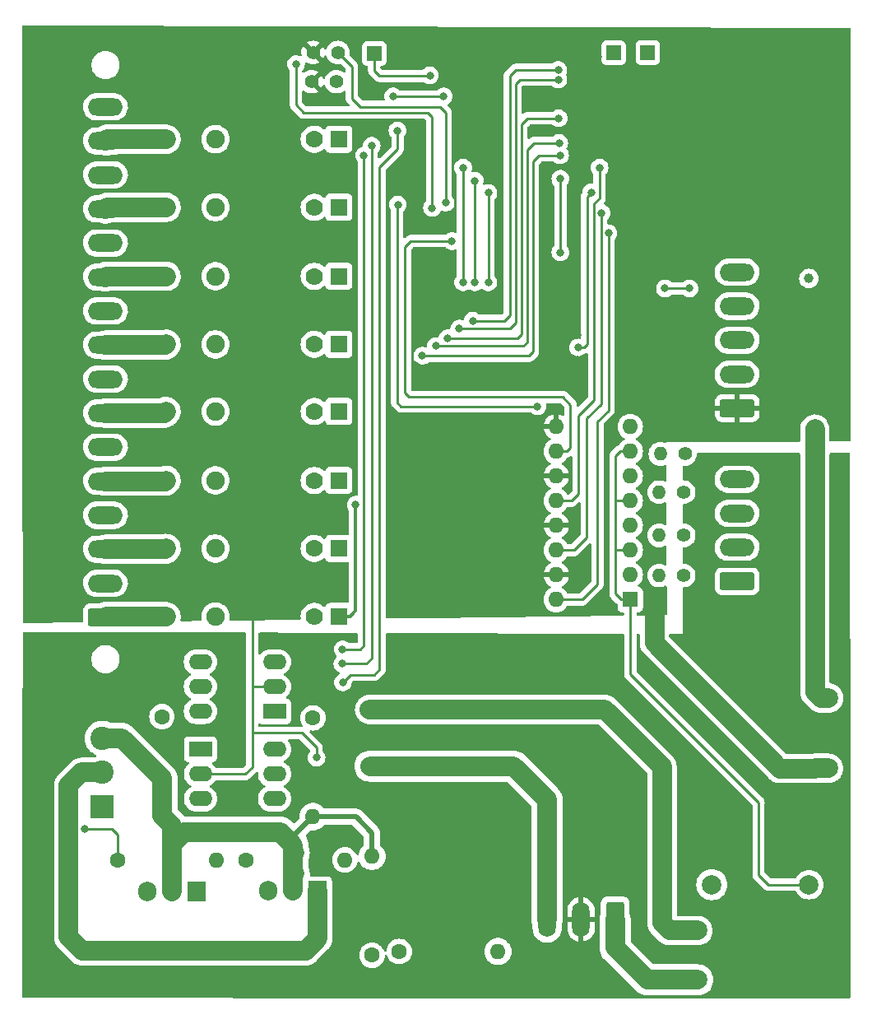
<source format=gbr>
%TF.GenerationSoftware,KiCad,Pcbnew,7.99.0-unknown-e60837ec95~170~ubuntu22.04.1*%
%TF.CreationDate,2023-03-16T09:30:39+01:00*%
%TF.ProjectId,int_out,696e745f-6f75-4742-9e6b-696361645f70,rev?*%
%TF.SameCoordinates,Original*%
%TF.FileFunction,Copper,L2,Bot*%
%TF.FilePolarity,Positive*%
%FSLAX46Y46*%
G04 Gerber Fmt 4.6, Leading zero omitted, Abs format (unit mm)*
G04 Created by KiCad (PCBNEW 7.99.0-unknown-e60837ec95~170~ubuntu22.04.1) date 2023-03-16 09:30:39*
%MOMM*%
%LPD*%
G01*
G04 APERTURE LIST*
G04 Aperture macros list*
%AMRoundRect*
0 Rectangle with rounded corners*
0 $1 Rounding radius*
0 $2 $3 $4 $5 $6 $7 $8 $9 X,Y pos of 4 corners*
0 Add a 4 corners polygon primitive as box body*
4,1,4,$2,$3,$4,$5,$6,$7,$8,$9,$2,$3,0*
0 Add four circle primitives for the rounded corners*
1,1,$1+$1,$2,$3*
1,1,$1+$1,$4,$5*
1,1,$1+$1,$6,$7*
1,1,$1+$1,$8,$9*
0 Add four rect primitives between the rounded corners*
20,1,$1+$1,$2,$3,$4,$5,0*
20,1,$1+$1,$4,$5,$6,$7,0*
20,1,$1+$1,$6,$7,$8,$9,0*
20,1,$1+$1,$8,$9,$2,$3,0*%
G04 Aperture macros list end*
%TA.AperFunction,ComponentPad*%
%ADD10C,1.600000*%
%TD*%
%TA.AperFunction,ComponentPad*%
%ADD11O,1.600000X1.600000*%
%TD*%
%TA.AperFunction,ComponentPad*%
%ADD12C,2.000000*%
%TD*%
%TA.AperFunction,ComponentPad*%
%ADD13C,1.400000*%
%TD*%
%TA.AperFunction,ComponentPad*%
%ADD14O,1.400000X1.400000*%
%TD*%
%TA.AperFunction,ComponentPad*%
%ADD15RoundRect,0.250000X1.550000X-0.650000X1.550000X0.650000X-1.550000X0.650000X-1.550000X-0.650000X0*%
%TD*%
%TA.AperFunction,ComponentPad*%
%ADD16O,3.600000X1.800000*%
%TD*%
%TA.AperFunction,ComponentPad*%
%ADD17R,1.500000X1.500000*%
%TD*%
%TA.AperFunction,ComponentPad*%
%ADD18R,1.778000X1.778000*%
%TD*%
%TA.AperFunction,ComponentPad*%
%ADD19C,1.778000*%
%TD*%
%TA.AperFunction,ComponentPad*%
%ADD20C,1.900000*%
%TD*%
%TA.AperFunction,ComponentPad*%
%ADD21R,2.400000X2.400000*%
%TD*%
%TA.AperFunction,ComponentPad*%
%ADD22C,2.400000*%
%TD*%
%TA.AperFunction,ComponentPad*%
%ADD23R,2.400000X1.600000*%
%TD*%
%TA.AperFunction,ComponentPad*%
%ADD24O,2.400000X1.600000*%
%TD*%
%TA.AperFunction,ComponentPad*%
%ADD25R,1.905000X2.000000*%
%TD*%
%TA.AperFunction,ComponentPad*%
%ADD26O,1.905000X2.000000*%
%TD*%
%TA.AperFunction,ComponentPad*%
%ADD27R,1.600000X1.600000*%
%TD*%
%TA.AperFunction,ComponentPad*%
%ADD28RoundRect,0.250000X0.650000X1.550000X-0.650000X1.550000X-0.650000X-1.550000X0.650000X-1.550000X0*%
%TD*%
%TA.AperFunction,ComponentPad*%
%ADD29O,1.800000X3.600000*%
%TD*%
%TA.AperFunction,ViaPad*%
%ADD30C,0.800000*%
%TD*%
%TA.AperFunction,ViaPad*%
%ADD31C,1.000000*%
%TD*%
%TA.AperFunction,ViaPad*%
%ADD32C,1.600000*%
%TD*%
%TA.AperFunction,Conductor*%
%ADD33C,0.250000*%
%TD*%
%TA.AperFunction,Conductor*%
%ADD34C,2.000000*%
%TD*%
%TA.AperFunction,Conductor*%
%ADD35C,0.500000*%
%TD*%
%TA.AperFunction,Conductor*%
%ADD36C,0.350000*%
%TD*%
G04 APERTURE END LIST*
D10*
%TO.P,R1,1*%
%TO.N,Net-(Q2-G)*%
X93470000Y-125450000D03*
D11*
%TO.P,R1,2*%
%TO.N,Net-(J1-Pin_2)*%
X103630000Y-125450000D03*
%TD*%
D12*
%TO.P,C8,1*%
%TO.N,Net-(C8-Pad1)*%
X151400000Y-128000000D03*
%TO.P,C8,2*%
%TO.N,NEUT*%
X141400000Y-128000000D03*
%TD*%
D10*
%TO.P,R2,1*%
%TO.N,Net-(Q1-G)*%
X80220000Y-125450000D03*
D11*
%TO.P,R2,2*%
%TO.N,Net-(J1-Pin_1)*%
X90380000Y-125450000D03*
%TD*%
D12*
%TO.P,F1,1*%
%TO.N,Net-(PS1-AC{slash}L)*%
X139954000Y-132715000D03*
%TO.P,F1,2*%
%TO.N,LINE*%
X139954000Y-137795000D03*
%TD*%
D10*
%TO.P,R3,1*%
%TO.N,Net-(R3-Pad1)*%
X84800000Y-110720000D03*
D11*
%TO.P,R3,2*%
%TO.N,LINE*%
X84800000Y-120880000D03*
%TD*%
D10*
%TO.P,R10,1*%
%TO.N,Net-(R10-Pad1)*%
X109220000Y-134874000D03*
D11*
%TO.P,R10,2*%
%TO.N,NEUT*%
X119380000Y-134874000D03*
%TD*%
D12*
%TO.P,H1,1,1*%
%TO.N,+5V*%
X153425000Y-108800000D03*
%TD*%
D13*
%TO.P,R27,1*%
%TO.N,Net-(J4-Pin_2)*%
X138507000Y-92075000D03*
D14*
%TO.P,R27,2*%
%TO.N,Net-(R27-Pad2)*%
X135967000Y-92075000D03*
%TD*%
D15*
%TO.P,J4,1,Pin_1*%
%TO.N,Net-(J4-Pin_1)*%
X144000000Y-96800000D03*
D16*
%TO.P,J4,2,Pin_2*%
%TO.N,Net-(J4-Pin_2)*%
X144000000Y-93300000D03*
%TO.P,J4,3,Pin_3*%
%TO.N,Net-(J4-Pin_3)*%
X144000000Y-89800000D03*
%TO.P,J4,4,Pin_4*%
%TO.N,Net-(J4-Pin_4)*%
X144000000Y-86300000D03*
%TD*%
D17*
%TO.P,TP2,1,1*%
%TO.N,Net-(U4-TXD0{slash}IO1)*%
X131300000Y-42450000D03*
%TD*%
D13*
%TO.P,R28,1*%
%TO.N,Net-(J4-Pin_3)*%
X138507000Y-87630000D03*
D14*
%TO.P,R28,2*%
%TO.N,Net-(R28-Pad2)*%
X135967000Y-87630000D03*
%TD*%
D10*
%TO.P,R5,1*%
%TO.N,Net-(R5-Pad1)*%
X100350000Y-110840000D03*
D11*
%TO.P,R5,2*%
%TO.N,LINE*%
X100350000Y-121000000D03*
%TD*%
D18*
%TO.P,K1,1*%
%TO.N,Net-(U7-O1)*%
X103010000Y-51322500D03*
D19*
%TO.P,K1,2*%
%TO.N,+5V*%
X100470000Y-51322500D03*
D20*
%TO.P,K1,3*%
%TO.N,Net-(J2-Pin_16)*%
X90310000Y-51322500D03*
%TO.P,K1,4*%
%TO.N,Net-(J2-Pin_15)*%
X85230000Y-51322500D03*
%TD*%
D21*
%TO.P,J1,1,Pin_1*%
%TO.N,Net-(J1-Pin_1)*%
X78650000Y-119950000D03*
D22*
%TO.P,J1,2,Pin_2*%
%TO.N,Net-(J1-Pin_2)*%
X78650000Y-116450000D03*
%TO.P,J1,3,Pin_3*%
%TO.N,LINE*%
X78650000Y-112950000D03*
%TD*%
D15*
%TO.P,J2,1,Pin_1*%
%TO.N,Net-(J2-Pin_1)*%
X78992500Y-100500000D03*
D16*
%TO.P,J2,2,Pin_2*%
%TO.N,Net-(J2-Pin_2)*%
X78992500Y-97000000D03*
%TO.P,J2,3,Pin_3*%
%TO.N,Net-(J2-Pin_3)*%
X78992500Y-93500000D03*
%TO.P,J2,4,Pin_4*%
%TO.N,Net-(J2-Pin_4)*%
X78992500Y-90000000D03*
%TO.P,J2,5,Pin_5*%
%TO.N,Net-(J2-Pin_5)*%
X78992500Y-86500000D03*
%TO.P,J2,6,Pin_6*%
%TO.N,Net-(J2-Pin_6)*%
X78992500Y-83000000D03*
%TO.P,J2,7,Pin_7*%
%TO.N,Net-(J2-Pin_7)*%
X78992500Y-79500000D03*
%TO.P,J2,8,Pin_8*%
%TO.N,Net-(J2-Pin_8)*%
X78992500Y-76000000D03*
%TO.P,J2,9,Pin_9*%
%TO.N,Net-(J2-Pin_9)*%
X78992500Y-72500000D03*
%TO.P,J2,10,Pin_10*%
%TO.N,Net-(J2-Pin_10)*%
X78992500Y-69000000D03*
%TO.P,J2,11,Pin_11*%
%TO.N,Net-(J2-Pin_11)*%
X78992500Y-65500000D03*
%TO.P,J2,12,Pin_12*%
%TO.N,Net-(J2-Pin_12)*%
X78992500Y-62000000D03*
%TO.P,J2,13,Pin_13*%
%TO.N,Net-(J2-Pin_13)*%
X78992500Y-58500000D03*
%TO.P,J2,14,Pin_14*%
%TO.N,Net-(J2-Pin_14)*%
X78992500Y-55000000D03*
%TO.P,J2,15,Pin_15*%
%TO.N,Net-(J2-Pin_15)*%
X78992500Y-51500000D03*
%TO.P,J2,16,Pin_16*%
%TO.N,Net-(J2-Pin_16)*%
X78992500Y-48000000D03*
%TD*%
D12*
%TO.P,H4,1,1*%
%TO.N,NEUT*%
X106200000Y-115800000D03*
%TD*%
D23*
%TO.P,U3,1*%
%TO.N,Net-(R7-Pad2)*%
X96375000Y-110175000D03*
D24*
%TO.P,U3,2*%
%TO.N,GND*%
X96375000Y-107635000D03*
%TO.P,U3,3,NC*%
%TO.N,unconnected-(U3-NC-Pad3)*%
X96375000Y-105095000D03*
%TO.P,U3,4*%
%TO.N,Net-(Q1-G)*%
X88755000Y-105095000D03*
%TO.P,U3,5,NC*%
%TO.N,unconnected-(U3-NC-Pad5)*%
X88755000Y-107635000D03*
%TO.P,U3,6*%
%TO.N,Net-(R3-Pad1)*%
X88755000Y-110175000D03*
%TD*%
D23*
%TO.P,U2,1*%
%TO.N,Net-(R8-Pad2)*%
X88775000Y-114075000D03*
D24*
%TO.P,U2,2*%
%TO.N,GND*%
X88775000Y-116615000D03*
%TO.P,U2,3,NC*%
%TO.N,unconnected-(U2-NC-Pad3)*%
X88775000Y-119155000D03*
%TO.P,U2,4*%
%TO.N,Net-(Q2-G)*%
X96395000Y-119155000D03*
%TO.P,U2,5,NC*%
%TO.N,unconnected-(U2-NC-Pad5)*%
X96395000Y-116615000D03*
%TO.P,U2,6*%
%TO.N,Net-(R5-Pad1)*%
X96395000Y-114075000D03*
%TD*%
D12*
%TO.P,H2,1,1*%
%TO.N,GND*%
X153400000Y-116025000D03*
%TD*%
D18*
%TO.P,K3,1*%
%TO.N,Net-(U7-O3)*%
X103010000Y-65422500D03*
D19*
%TO.P,K3,2*%
%TO.N,+5V*%
X100470000Y-65422500D03*
D20*
%TO.P,K3,3*%
%TO.N,Net-(J2-Pin_12)*%
X90310000Y-65422500D03*
%TO.P,K3,4*%
%TO.N,Net-(J2-Pin_11)*%
X85230000Y-65422500D03*
%TD*%
D25*
%TO.P,Q2,1,A1*%
%TO.N,Net-(J1-Pin_2)*%
X100840000Y-128655000D03*
D26*
%TO.P,Q2,2,A2*%
%TO.N,LINE*%
X98300000Y-128655000D03*
%TO.P,Q2,3,G*%
%TO.N,Net-(Q2-G)*%
X95760000Y-128655000D03*
%TD*%
D13*
%TO.P,JP1,1,1*%
%TO.N,Net-(U4-IO0)*%
X102900000Y-42400000D03*
%TO.P,JP1,2,2*%
%TO.N,GND*%
X100360000Y-42400000D03*
%TD*%
D18*
%TO.P,K2,1*%
%TO.N,Net-(U7-O2)*%
X103010000Y-58322500D03*
D19*
%TO.P,K2,2*%
%TO.N,+5V*%
X100470000Y-58322500D03*
D20*
%TO.P,K2,3*%
%TO.N,Net-(J2-Pin_14)*%
X90310000Y-58322500D03*
%TO.P,K2,4*%
%TO.N,Net-(J2-Pin_13)*%
X85230000Y-58322500D03*
%TD*%
D13*
%TO.P,R26,1*%
%TO.N,Net-(J4-Pin_1)*%
X138507000Y-96200000D03*
D14*
%TO.P,R26,2*%
%TO.N,Net-(R26-Pad2)*%
X135967000Y-96200000D03*
%TD*%
D10*
%TO.P,R9,1*%
%TO.N,Net-(R9-Pad1)*%
X106426000Y-135255000D03*
D11*
%TO.P,R9,2*%
%TO.N,LINE*%
X106426000Y-125095000D03*
%TD*%
D27*
%TO.P,U8,1*%
%TO.N,Net-(C8-Pad1)*%
X133000000Y-98675000D03*
D11*
%TO.P,U8,2*%
%TO.N,Net-(R26-Pad2)*%
X133000000Y-96135000D03*
%TO.P,U8,3*%
%TO.N,Net-(C8-Pad1)*%
X133000000Y-93595000D03*
%TO.P,U8,4*%
%TO.N,Net-(R27-Pad2)*%
X133000000Y-91055000D03*
%TO.P,U8,5*%
%TO.N,Net-(C8-Pad1)*%
X133000000Y-88515000D03*
%TO.P,U8,6*%
%TO.N,Net-(R28-Pad2)*%
X133000000Y-85975000D03*
%TO.P,U8,7*%
%TO.N,Net-(C8-Pad1)*%
X133000000Y-83435000D03*
%TO.P,U8,8*%
%TO.N,Net-(R29-Pad2)*%
X133000000Y-80895000D03*
%TO.P,U8,9*%
%TO.N,GND*%
X125380000Y-80895000D03*
%TO.P,U8,10*%
%TO.N,Net-(U4-IO13)*%
X125380000Y-83435000D03*
%TO.P,U8,11*%
%TO.N,GND*%
X125380000Y-85975000D03*
%TO.P,U8,12*%
%TO.N,Net-(U4-IO5)*%
X125380000Y-88515000D03*
%TO.P,U8,13*%
%TO.N,GND*%
X125380000Y-91055000D03*
%TO.P,U8,14*%
%TO.N,Net-(U4-IO4)*%
X125380000Y-93595000D03*
%TO.P,U8,15*%
%TO.N,GND*%
X125380000Y-96135000D03*
%TO.P,U8,16*%
%TO.N,Net-(U4-IO2)*%
X125380000Y-98675000D03*
%TD*%
D28*
%TO.P,J5,1,Pin_1*%
%TO.N,LINE*%
X131445000Y-131572000D03*
D29*
%TO.P,J5,2,Pin_2*%
%TO.N,Earth*%
X127945000Y-131572000D03*
%TO.P,J5,3,Pin_3*%
%TO.N,NEUT*%
X124445000Y-131572000D03*
%TD*%
D17*
%TO.P,TP1,1,1*%
%TO.N,Net-(U4-RXD0{slash}IO3)*%
X134800000Y-42400000D03*
%TD*%
D18*
%TO.P,K8,1*%
%TO.N,Net-(U7-O8)*%
X103010000Y-100422500D03*
D19*
%TO.P,K8,2*%
%TO.N,+5V*%
X100470000Y-100422500D03*
D20*
%TO.P,K8,3*%
%TO.N,Net-(J2-Pin_2)*%
X90310000Y-100422500D03*
%TO.P,K8,4*%
%TO.N,Net-(J2-Pin_1)*%
X85230000Y-100422500D03*
%TD*%
D13*
%TO.P,JP2,1,1*%
%TO.N,Net-(U4-EN)*%
X102750000Y-45400000D03*
%TO.P,JP2,2,2*%
%TO.N,GND*%
X100210000Y-45400000D03*
%TD*%
D18*
%TO.P,K4,1*%
%TO.N,Net-(U7-O4)*%
X103010000Y-72422500D03*
D19*
%TO.P,K4,2*%
%TO.N,+5V*%
X100470000Y-72422500D03*
D20*
%TO.P,K4,3*%
%TO.N,Net-(J2-Pin_10)*%
X90310000Y-72422500D03*
%TO.P,K4,4*%
%TO.N,Net-(J2-Pin_9)*%
X85230000Y-72422500D03*
%TD*%
D15*
%TO.P,J3,1,Pin_1*%
%TO.N,GND*%
X144000000Y-79000000D03*
D16*
%TO.P,J3,2,Pin_2*%
%TO.N,Net-(J3-Pin_2)*%
X144000000Y-75500000D03*
%TO.P,J3,3,Pin_3*%
%TO.N,Net-(J3-Pin_3)*%
X144000000Y-72000000D03*
%TO.P,J3,4,Pin_4*%
%TO.N,Net-(J3-Pin_4)*%
X144000000Y-68500000D03*
%TO.P,J3,5,Pin_5*%
%TO.N,Net-(J3-Pin_5)*%
X144000000Y-65000000D03*
%TD*%
D13*
%TO.P,R29,1*%
%TO.N,Net-(J4-Pin_4)*%
X138634000Y-83693000D03*
D14*
%TO.P,R29,2*%
%TO.N,Net-(R29-Pad2)*%
X136094000Y-83693000D03*
%TD*%
D18*
%TO.P,K5,1*%
%TO.N,Net-(U7-O5)*%
X103010000Y-79322500D03*
D19*
%TO.P,K5,2*%
%TO.N,+5V*%
X100470000Y-79322500D03*
D20*
%TO.P,K5,3*%
%TO.N,Net-(J2-Pin_8)*%
X90310000Y-79322500D03*
%TO.P,K5,4*%
%TO.N,Net-(J2-Pin_7)*%
X85230000Y-79322500D03*
%TD*%
D25*
%TO.P,Q1,1,A1*%
%TO.N,Net-(J1-Pin_1)*%
X88350000Y-128700000D03*
D26*
%TO.P,Q1,2,A2*%
%TO.N,LINE*%
X85810000Y-128700000D03*
%TO.P,Q1,3,G*%
%TO.N,Net-(Q1-G)*%
X83270000Y-128700000D03*
%TD*%
D12*
%TO.P,H3,1,1*%
%TO.N,Net-(PS1-AC{slash}L)*%
X106175000Y-109975000D03*
%TD*%
D18*
%TO.P,K7,1*%
%TO.N,Net-(U7-O7)*%
X103010000Y-93422500D03*
D19*
%TO.P,K7,2*%
%TO.N,+5V*%
X100470000Y-93422500D03*
D20*
%TO.P,K7,3*%
%TO.N,Net-(J2-Pin_4)*%
X90310000Y-93422500D03*
%TO.P,K7,4*%
%TO.N,Net-(J2-Pin_3)*%
X85230000Y-93422500D03*
%TD*%
D17*
%TO.P,TP3,1,1*%
%TO.N,Net-(U4-IO34)*%
X106650000Y-42500000D03*
%TD*%
D18*
%TO.P,K6,1*%
%TO.N,Net-(U7-O6)*%
X103010000Y-86422500D03*
D19*
%TO.P,K6,2*%
%TO.N,+5V*%
X100470000Y-86422500D03*
D20*
%TO.P,K6,3*%
%TO.N,Net-(J2-Pin_6)*%
X90310000Y-86422500D03*
%TO.P,K6,4*%
%TO.N,Net-(J2-Pin_5)*%
X85230000Y-86422500D03*
%TD*%
D30*
%TO.N,GND*%
X151384000Y-48768000D03*
D31*
%TO.N,+5V*%
X151384000Y-65659000D03*
D30*
%TO.N,Net-(U4-IO2)*%
X130750000Y-61000000D03*
%TO.N,GND*%
X129650000Y-42850000D03*
X110775000Y-92975000D03*
X127600000Y-76600000D03*
X100711000Y-114935000D03*
X140200000Y-55600000D03*
X118200000Y-53600000D03*
X110800000Y-96000000D03*
X94100000Y-99625000D03*
X117800000Y-99025000D03*
X110875000Y-74625000D03*
X148336000Y-59817000D03*
X127600000Y-71500000D03*
X118200000Y-47000000D03*
D32*
X135500000Y-98825000D03*
D30*
X112000000Y-60600000D03*
X117975000Y-92975000D03*
X127600000Y-74000000D03*
X112600000Y-42800000D03*
X127500500Y-69007846D03*
%TO.N,Net-(U4-IO4)*%
X130025000Y-58900000D03*
%TO.N,Net-(U4-IO5)*%
X129850000Y-54250000D03*
%TO.N,Net-(U4-IO13)*%
X114655000Y-61800000D03*
%TO.N,+3V3*%
X113800000Y-46925000D03*
X108600000Y-46925000D03*
%TO.N,+5V*%
X136575000Y-66675000D03*
X139100000Y-66675000D03*
D32*
X152000000Y-81150000D03*
D30*
%TO.N,Net-(D1-A)*%
X98600000Y-43600000D03*
X112600000Y-58400000D03*
%TO.N,LINE*%
X88265000Y-122555000D03*
X85852000Y-122301000D03*
X98425000Y-126873000D03*
X85852000Y-124587000D03*
X84836000Y-118237000D03*
X84074000Y-116332000D03*
X82677000Y-114935000D03*
X85852000Y-126746000D03*
X98425000Y-124714000D03*
X91186000Y-122555000D03*
X96647000Y-122555000D03*
X81153000Y-113411000D03*
X94234000Y-122555000D03*
%TO.N,Net-(U4-IO0)*%
X114000000Y-57850000D03*
%TO.N,Net-(U7-O8)*%
X104750000Y-88925000D03*
%TO.N,Net-(Q1-G)*%
X76835000Y-122301000D03*
%TO.N,Net-(U4-IO35)*%
X109040000Y-50440000D03*
X103428800Y-107188000D03*
%TO.N,Net-(U4-IO32)*%
X103378000Y-105283000D03*
X106400000Y-52000000D03*
%TO.N,Net-(U4-IO33)*%
X105600000Y-53000000D03*
X103400000Y-103800000D03*
%TO.N,Net-(U4-IO14)*%
X109075000Y-58060000D03*
X123450000Y-78800000D03*
%TO.N,Net-(U4-IO16)*%
X129000000Y-56790000D03*
X127625000Y-72750000D03*
%TO.N,Net-(U4-IO17)*%
X125800000Y-55400000D03*
X125800000Y-62975000D03*
%TO.N,Net-(U4-IO34)*%
X112375000Y-44775000D03*
%TO.N,Net-(U4-IO25)*%
X115800000Y-54250000D03*
X115800000Y-66050000D03*
%TO.N,Net-(U4-IO26)*%
X117000000Y-66050000D03*
X117000000Y-55600000D03*
%TO.N,Net-(U4-IO27)*%
X118400000Y-56850000D03*
X118400000Y-66050000D03*
%TO.N,Net-(U4-IO18)*%
X125780000Y-52980000D03*
X111600000Y-73600000D03*
%TO.N,Net-(U4-IO19)*%
X113000000Y-72600000D03*
X125690000Y-51710000D03*
%TO.N,Net-(U4-IO21)*%
X114200000Y-71800000D03*
X125630000Y-49170000D03*
%TO.N,Net-(U4-IO22)*%
X125600000Y-45200000D03*
X115400000Y-70800000D03*
%TO.N,Net-(U4-IO23)*%
X116800000Y-70000000D03*
X125600000Y-44200000D03*
%TD*%
D33*
%TO.N,Net-(U4-IO2)*%
X128050000Y-98675000D02*
X129625000Y-97100000D01*
X129625000Y-97100000D02*
X129625000Y-80350000D01*
X130750000Y-79225000D02*
X130750000Y-61000000D01*
X129625000Y-80350000D02*
X130750000Y-79225000D01*
X125380000Y-98675000D02*
X128050000Y-98675000D01*
%TO.N,GND*%
X88775000Y-116615000D02*
X93385000Y-116615000D01*
D34*
X151975000Y-116050000D02*
X148400000Y-116050000D01*
D33*
X100711000Y-113919000D02*
X99441000Y-112649000D01*
X94100000Y-115900000D02*
X94100000Y-114173000D01*
D34*
X135500000Y-98825000D02*
X135500000Y-103150000D01*
D33*
X94100000Y-107650000D02*
X94100000Y-107375000D01*
X94115000Y-107635000D02*
X94100000Y-107650000D01*
X94360000Y-107635000D02*
X96375000Y-107635000D01*
X94100000Y-114173000D02*
X94100000Y-107650000D01*
X94100000Y-99625000D02*
X94100000Y-107375000D01*
X93385000Y-116615000D02*
X94100000Y-115900000D01*
D34*
X148400000Y-116050000D02*
X135500000Y-103150000D01*
D33*
X99441000Y-112649000D02*
X99187000Y-112395000D01*
D34*
X152000000Y-116025000D02*
X151975000Y-116050000D01*
D33*
X99187000Y-112395000D02*
X94234000Y-112395000D01*
D34*
X153400000Y-116025000D02*
X152000000Y-116025000D01*
D33*
X96375000Y-107635000D02*
X94115000Y-107635000D01*
X100711000Y-114935000D02*
X100711000Y-113919000D01*
%TO.N,Net-(U4-IO4)*%
X130000000Y-58925000D02*
X130025000Y-58900000D01*
X128525000Y-80025000D02*
X130000000Y-78550000D01*
X130000000Y-78550000D02*
X130000000Y-58925000D01*
X128525000Y-92275000D02*
X128525000Y-80025000D01*
X127205000Y-93595000D02*
X128525000Y-92275000D01*
X125380000Y-93595000D02*
X127205000Y-93595000D01*
%TO.N,Net-(U4-IO5)*%
X127675000Y-87800000D02*
X126960000Y-88515000D01*
X129300000Y-57950000D02*
X129300000Y-78150000D01*
X129275000Y-78150000D02*
X127675000Y-79750000D01*
X127675000Y-79750000D02*
X127675000Y-87800000D01*
X129850000Y-54250000D02*
X129850000Y-57400000D01*
X129300000Y-78150000D02*
X129275000Y-78150000D01*
X126960000Y-88515000D02*
X125380000Y-88515000D01*
X129850000Y-57400000D02*
X129300000Y-57950000D01*
%TO.N,Net-(U4-IO13)*%
X114655000Y-61800000D02*
X110400000Y-61800000D01*
X126050000Y-77825000D02*
X110225000Y-77825000D01*
X126850000Y-78625000D02*
X126050000Y-77825000D01*
X109800000Y-62400000D02*
X109800000Y-76800000D01*
X110225000Y-77825000D02*
X109800000Y-77400000D01*
X110400000Y-61800000D02*
X109800000Y-62400000D01*
X126465000Y-83435000D02*
X126850000Y-83050000D01*
X109800000Y-76800000D02*
X109800000Y-77000000D01*
X126850000Y-83050000D02*
X126850000Y-78625000D01*
X109800000Y-77400000D02*
X109800000Y-76800000D01*
X125380000Y-83435000D02*
X126465000Y-83435000D01*
%TO.N,+3V3*%
X113800000Y-46925000D02*
X108600000Y-46925000D01*
D34*
%TO.N,+5V*%
X152000000Y-108185000D02*
X152000000Y-105325000D01*
D33*
X139100000Y-66675000D02*
X136575000Y-66675000D01*
D34*
X153425000Y-108800000D02*
X152615000Y-108800000D01*
X152615000Y-108800000D02*
X152000000Y-108185000D01*
X152000000Y-81150000D02*
X152000000Y-105325000D01*
D33*
%TO.N,Net-(C8-Pad1)*%
X147200000Y-128000000D02*
X151400000Y-128000000D01*
X133000000Y-98675000D02*
X133000000Y-106325000D01*
X133000000Y-93595000D02*
X131595000Y-93595000D01*
X131965000Y-83435000D02*
X131485000Y-83915000D01*
X133000000Y-88515000D02*
X131485000Y-88515000D01*
X131485000Y-88515000D02*
X131485000Y-93485000D01*
X131485000Y-83915000D02*
X131485000Y-88515000D01*
X146200000Y-119525000D02*
X146200000Y-127000000D01*
X131485000Y-93485000D02*
X131485000Y-98085000D01*
X133000000Y-106325000D02*
X146200000Y-119525000D01*
X131485000Y-98085000D02*
X132075000Y-98675000D01*
X133000000Y-83435000D02*
X131965000Y-83435000D01*
X132075000Y-98675000D02*
X133000000Y-98675000D01*
X146200000Y-127000000D02*
X147200000Y-128000000D01*
D34*
%TO.N,NEUT*%
X124445000Y-119238000D02*
X121007000Y-115800000D01*
X124445000Y-131572000D02*
X124445000Y-119238000D01*
X121007000Y-115800000D02*
X106200000Y-115800000D01*
D33*
%TO.N,Net-(D1-A)*%
X98600000Y-43600000D02*
X98600000Y-46600000D01*
X112600000Y-49000000D02*
X112600000Y-58400000D01*
X98600000Y-46600000D02*
X98600000Y-47800000D01*
X99400000Y-48600000D02*
X112200000Y-48600000D01*
X112200000Y-48600000D02*
X112600000Y-49000000D01*
X98600000Y-47800000D02*
X99400000Y-48600000D01*
D34*
%TO.N,Net-(PS1-AC{slash}L)*%
X136271000Y-131953000D02*
X136271000Y-115871000D01*
X106175000Y-109975000D02*
X130375000Y-109975000D01*
X136271000Y-115871000D02*
X130375000Y-109975000D01*
X137033000Y-132715000D02*
X136271000Y-131953000D01*
X139954000Y-132715000D02*
X137033000Y-132715000D01*
%TO.N,Net-(J1-Pin_2)*%
X76550000Y-116450000D02*
X75200000Y-117800000D01*
X76600000Y-134800000D02*
X99600000Y-134800000D01*
X75200000Y-133400000D02*
X76600000Y-134800000D01*
X99600000Y-134800000D02*
X100840000Y-133560000D01*
X100840000Y-128655000D02*
X100840000Y-133560000D01*
X75200000Y-117800000D02*
X75200000Y-133400000D01*
X78650000Y-116450000D02*
X76550000Y-116450000D01*
%TO.N,Net-(J2-Pin_1)*%
X85230000Y-100422500D02*
X79070000Y-100422500D01*
%TO.N,Net-(J2-Pin_3)*%
X78992500Y-93500000D02*
X85152500Y-93500000D01*
X85152500Y-93500000D02*
X85230000Y-93422500D01*
D33*
X79070000Y-93422500D02*
X78992500Y-93500000D01*
D34*
%TO.N,Net-(J2-Pin_5)*%
X85152500Y-86500000D02*
X85230000Y-86422500D01*
X78992500Y-86500000D02*
X85152500Y-86500000D01*
%TO.N,Net-(J2-Pin_7)*%
X78992500Y-79500000D02*
X85052500Y-79500000D01*
X85052500Y-79500000D02*
X85230000Y-79322500D01*
%TO.N,Net-(J2-Pin_9)*%
X78992500Y-72500000D02*
X85152500Y-72500000D01*
X85152500Y-72500000D02*
X85230000Y-72422500D01*
%TO.N,Net-(J2-Pin_11)*%
X79070000Y-65422500D02*
X78992500Y-65500000D01*
X85230000Y-65422500D02*
X79070000Y-65422500D01*
%TO.N,Net-(J2-Pin_13)*%
X85230000Y-58322500D02*
X79170000Y-58322500D01*
X79170000Y-58322500D02*
X78992500Y-58500000D01*
%TO.N,Net-(J2-Pin_15)*%
X85230000Y-51322500D02*
X79170000Y-51322500D01*
X79170000Y-51322500D02*
X78992500Y-51500000D01*
%TO.N,LINE*%
X78650000Y-112950000D02*
X80692000Y-112950000D01*
X98425000Y-124714000D02*
X98300000Y-124589000D01*
X85810000Y-123990000D02*
X85810000Y-125095000D01*
X84800000Y-117058000D02*
X84800000Y-120880000D01*
D35*
X104775000Y-121031000D02*
X103505000Y-121031000D01*
D34*
X85852000Y-121932000D02*
X85852000Y-122301000D01*
X85852000Y-122301000D02*
X85852000Y-124587000D01*
D35*
X98300000Y-123050000D02*
X98300000Y-123925000D01*
X103505000Y-121031000D02*
X100381000Y-121031000D01*
D34*
X85852000Y-124587000D02*
X85852000Y-125053000D01*
X98300000Y-124589000D02*
X98300000Y-124100000D01*
X98300000Y-124839000D02*
X98425000Y-124714000D01*
D35*
X103700000Y-121031000D02*
X103505000Y-121031000D01*
D34*
X85810000Y-126788000D02*
X85810000Y-128700000D01*
X84800000Y-120880000D02*
X85852000Y-121932000D01*
X134747000Y-137795000D02*
X139954000Y-137795000D01*
X98300000Y-126998000D02*
X98425000Y-126873000D01*
X98300000Y-123925000D02*
X97000000Y-122625000D01*
X96975000Y-122625000D02*
X88322000Y-122625000D01*
X88208000Y-122625000D02*
X86975000Y-122625000D01*
X98425000Y-126873000D02*
X98300000Y-126748000D01*
X98300000Y-128655000D02*
X98300000Y-126998000D01*
X85852000Y-126746000D02*
X85810000Y-126704000D01*
D35*
X106426000Y-125095000D02*
X106426000Y-122682000D01*
D34*
X85852000Y-125053000D02*
X85810000Y-125095000D01*
D35*
X106426000Y-122682000D02*
X104775000Y-121031000D01*
D34*
X131445000Y-131572000D02*
X131445000Y-134493000D01*
X80692000Y-112950000D02*
X84800000Y-117058000D01*
X131445000Y-134493000D02*
X134747000Y-137795000D01*
X87000000Y-122675000D02*
X85810000Y-123865000D01*
D35*
X100350000Y-121000000D02*
X98300000Y-123050000D01*
D34*
X85810000Y-126704000D02*
X85810000Y-125095000D01*
D35*
X100381000Y-121031000D02*
X100350000Y-121000000D01*
D34*
X98300000Y-126748000D02*
X98300000Y-124839000D01*
D33*
%TO.N,Earth*%
X155050000Y-116150000D02*
X155050000Y-112000000D01*
X155050000Y-112000000D02*
X154650000Y-112000000D01*
X155050000Y-105650000D02*
X155025000Y-105625000D01*
X155050000Y-112000000D02*
X155050000Y-105650000D01*
%TO.N,Net-(U4-IO0)*%
X114000000Y-48600000D02*
X114000000Y-57850000D01*
X113400000Y-48000000D02*
X114000000Y-48600000D01*
X102900000Y-42400000D02*
X104350000Y-43850000D01*
X104350000Y-47150000D02*
X105200000Y-48000000D01*
X105200000Y-48000000D02*
X113400000Y-48000000D01*
X104350000Y-43850000D02*
X104350000Y-47150000D01*
D36*
%TO.N,Net-(U7-O8)*%
X104177500Y-100422500D02*
X104562500Y-100037500D01*
X103010000Y-100422500D02*
X104177500Y-100422500D01*
X104750000Y-88925000D02*
X104750000Y-99850000D01*
X104750000Y-99850000D02*
X104562500Y-100037500D01*
D33*
%TO.N,Net-(Q1-G)*%
X80220000Y-122892000D02*
X79629000Y-122301000D01*
X80220000Y-125450000D02*
X80220000Y-122892000D01*
X79629000Y-122301000D02*
X76962000Y-122301000D01*
%TO.N,Net-(U4-IO35)*%
X109040000Y-52360000D02*
X109040000Y-50440000D01*
X106666600Y-106400600D02*
X107200000Y-105867200D01*
X104216200Y-106400600D02*
X106666600Y-106400600D01*
X107200000Y-54200000D02*
X109040000Y-52360000D01*
X103428800Y-107188000D02*
X104216200Y-106400600D01*
X107200000Y-105867200D02*
X107200000Y-54200000D01*
%TO.N,Net-(U4-IO32)*%
X105841200Y-105283000D02*
X106400000Y-104724200D01*
X103378000Y-105283000D02*
X105841200Y-105283000D01*
X106400000Y-104724200D02*
X106400000Y-52000000D01*
%TO.N,Net-(U4-IO33)*%
X105600000Y-103400000D02*
X105600000Y-53000000D01*
X103400000Y-103800000D02*
X105200000Y-103800000D01*
X105200000Y-103800000D02*
X105600000Y-103400000D01*
%TO.N,Net-(U4-IO14)*%
X109060000Y-58060000D02*
X109000000Y-58120000D01*
X109000000Y-58120000D02*
X109000000Y-78400000D01*
X109075000Y-58060000D02*
X109060000Y-58060000D01*
X109400000Y-78800000D02*
X123450000Y-78800000D01*
X109000000Y-78400000D02*
X109400000Y-78800000D01*
%TO.N,Net-(U4-IO16)*%
X128550000Y-72425000D02*
X128550000Y-57240000D01*
X128225000Y-72750000D02*
X128550000Y-72425000D01*
X128550000Y-57240000D02*
X129000000Y-56790000D01*
X127625000Y-72750000D02*
X128225000Y-72750000D01*
%TO.N,Net-(U4-IO17)*%
X125800000Y-55400000D02*
X125800000Y-62600000D01*
%TO.N,Net-(U4-IO34)*%
X106650000Y-42500000D02*
X106650000Y-44275000D01*
X106650000Y-44275000D02*
X107175000Y-44800000D01*
X112350000Y-44800000D02*
X107175000Y-44800000D01*
%TO.N,Net-(U4-IO25)*%
X115800000Y-54250000D02*
X115800000Y-66050000D01*
%TO.N,Net-(U4-IO26)*%
X117000000Y-55600000D02*
X117000000Y-66050000D01*
%TO.N,Net-(U4-IO27)*%
X118400000Y-56850000D02*
X118400000Y-66050000D01*
%TO.N,Net-(U4-IO18)*%
X123620000Y-52980000D02*
X123000000Y-53600000D01*
X111600000Y-73600000D02*
X122600000Y-73600000D01*
X123000000Y-73200000D02*
X122600000Y-73600000D01*
X125780000Y-52980000D02*
X123620000Y-52980000D01*
X123000000Y-53600000D02*
X123000000Y-73200000D01*
%TO.N,Net-(U4-IO19)*%
X122400000Y-52400000D02*
X122400000Y-72200000D01*
X122400000Y-72200000D02*
X122000000Y-72600000D01*
X125690000Y-51710000D02*
X123090000Y-51710000D01*
X123090000Y-51710000D02*
X122400000Y-52400000D01*
X113000000Y-72600000D02*
X122000000Y-72600000D01*
%TO.N,Net-(U4-IO21)*%
X121800000Y-49800000D02*
X121800000Y-71400000D01*
X121800000Y-71400000D02*
X121400000Y-71800000D01*
X125630000Y-49170000D02*
X122430000Y-49170000D01*
X122430000Y-49170000D02*
X121800000Y-49800000D01*
X114200000Y-71800000D02*
X121400000Y-71800000D01*
%TO.N,Net-(U4-IO22)*%
X121650000Y-45200000D02*
X121200000Y-45650000D01*
X121200000Y-70200000D02*
X120600000Y-70800000D01*
X121200000Y-45650000D02*
X121200000Y-70200000D01*
X120600000Y-70800000D02*
X115400000Y-70800000D01*
X125600000Y-45200000D02*
X121650000Y-45200000D01*
%TO.N,Net-(U4-IO23)*%
X120000000Y-70000000D02*
X120600000Y-69400000D01*
X116800000Y-70000000D02*
X120000000Y-70000000D01*
X121200000Y-44200000D02*
X125600000Y-44200000D01*
X120600000Y-69400000D02*
X120600000Y-44800000D01*
X120600000Y-44800000D02*
X121200000Y-44200000D01*
%TD*%
%TA.AperFunction,Conductor*%
%TO.N,Earth*%
G36*
X150365520Y-83599111D02*
G01*
X150428512Y-83615999D01*
X150474623Y-83662117D01*
X150491500Y-83725111D01*
X150491500Y-108168543D01*
X150491474Y-108171081D01*
X150489352Y-108276376D01*
X150499523Y-108348048D01*
X150500364Y-108355611D01*
X150506189Y-108427769D01*
X150515624Y-108466051D01*
X150518035Y-108478494D01*
X150523573Y-108517517D01*
X150531475Y-108542875D01*
X150545108Y-108586626D01*
X150547147Y-108593940D01*
X150559364Y-108643505D01*
X150564477Y-108664248D01*
X150575054Y-108689072D01*
X150579929Y-108700515D01*
X150584305Y-108712415D01*
X150596032Y-108750046D01*
X150628370Y-108814799D01*
X150631563Y-108821705D01*
X150659944Y-108888316D01*
X150678825Y-108918173D01*
X150681014Y-108921635D01*
X150687244Y-108932682D01*
X150704854Y-108967943D01*
X150741329Y-109018573D01*
X150747164Y-109026673D01*
X150751424Y-109032980D01*
X150784690Y-109085587D01*
X150790117Y-109094168D01*
X150816265Y-109123684D01*
X150824179Y-109133579D01*
X150847216Y-109165557D01*
X150847218Y-109165559D01*
X150847219Y-109165560D01*
X150898400Y-109216741D01*
X150903601Y-109222266D01*
X150951625Y-109276474D01*
X150982182Y-109301422D01*
X150991577Y-109309918D01*
X151536673Y-109855014D01*
X151538402Y-109856777D01*
X151568229Y-109887830D01*
X151611426Y-109932803D01*
X151669287Y-109976282D01*
X151675232Y-109981037D01*
X151692470Y-109995700D01*
X151730379Y-110027946D01*
X151764122Y-110048344D01*
X151774628Y-110055441D01*
X151806131Y-110079115D01*
X151806135Y-110079117D01*
X151870241Y-110112762D01*
X151876837Y-110116482D01*
X151938810Y-110153946D01*
X151938811Y-110153947D01*
X151975381Y-110168665D01*
X151986891Y-110173985D01*
X152021795Y-110192304D01*
X152090464Y-110215228D01*
X152097600Y-110217853D01*
X152164757Y-110244882D01*
X152203232Y-110253547D01*
X152215407Y-110256941D01*
X152252818Y-110269431D01*
X152324293Y-110281045D01*
X152331721Y-110282484D01*
X152402362Y-110298395D01*
X152441714Y-110300775D01*
X152454300Y-110302174D01*
X152493221Y-110308500D01*
X152565607Y-110308500D01*
X152573215Y-110308730D01*
X152645475Y-110313101D01*
X152679438Y-110309669D01*
X152684701Y-110309138D01*
X152697365Y-110308500D01*
X153360771Y-110308500D01*
X153370656Y-110308887D01*
X153425000Y-110313165D01*
X153479343Y-110308887D01*
X153482555Y-110308761D01*
X153485788Y-110308500D01*
X153485797Y-110308500D01*
X153544815Y-110303735D01*
X153545072Y-110303770D01*
X153545068Y-110303715D01*
X153545068Y-110303714D01*
X153661711Y-110294535D01*
X153661716Y-110294533D01*
X153666286Y-110294174D01*
X153667760Y-110293810D01*
X153667768Y-110293810D01*
X153781486Y-110265780D01*
X153781942Y-110265669D01*
X153892594Y-110239105D01*
X153892599Y-110239102D01*
X153897084Y-110238026D01*
X153902697Y-110236183D01*
X153904243Y-110235524D01*
X153904248Y-110235523D01*
X154008865Y-110190948D01*
X154009735Y-110190582D01*
X154111963Y-110148240D01*
X154111970Y-110148235D01*
X154113309Y-110147681D01*
X154127027Y-110140605D01*
X154128316Y-110140056D01*
X154221611Y-110081058D01*
X154222865Y-110080277D01*
X154314416Y-110024176D01*
X154315685Y-110023091D01*
X154330172Y-110012409D01*
X154334168Y-110009883D01*
X154414256Y-109938930D01*
X154415967Y-109937442D01*
X154421400Y-109932802D01*
X154494969Y-109869969D01*
X154498197Y-109866188D01*
X154510459Y-109853702D01*
X154516474Y-109848375D01*
X154582127Y-109767962D01*
X154583773Y-109765992D01*
X154649176Y-109689416D01*
X154653508Y-109682345D01*
X154663337Y-109668497D01*
X154670510Y-109659714D01*
X154720724Y-109572739D01*
X154722362Y-109569985D01*
X154773240Y-109486963D01*
X154777672Y-109476260D01*
X154784966Y-109461470D01*
X154792288Y-109448788D01*
X154792289Y-109448787D01*
X154826745Y-109357931D01*
X154828099Y-109354516D01*
X154864105Y-109267594D01*
X154867581Y-109253111D01*
X154872285Y-109237854D01*
X154878656Y-109221057D01*
X154897427Y-109129108D01*
X154898358Y-109124920D01*
X154919534Y-109036715D01*
X154919533Y-109036715D01*
X154919535Y-109036711D01*
X154920962Y-109018570D01*
X154923121Y-109003250D01*
X154927374Y-108982421D01*
X154931019Y-108891932D01*
X154931302Y-108887175D01*
X154938165Y-108800000D01*
X154936477Y-108778565D01*
X154936191Y-108763618D01*
X154937181Y-108739061D01*
X154926662Y-108652443D01*
X154926139Y-108647211D01*
X154919535Y-108563289D01*
X154913744Y-108539172D01*
X154911181Y-108524943D01*
X154907823Y-108497280D01*
X154884474Y-108416671D01*
X154882983Y-108411039D01*
X154864105Y-108332406D01*
X154853347Y-108306434D01*
X154848733Y-108293277D01*
X154840061Y-108263338D01*
X154805497Y-108190496D01*
X154802923Y-108184699D01*
X154773240Y-108113037D01*
X154756826Y-108086252D01*
X154750424Y-108074432D01*
X154735650Y-108043296D01*
X154719693Y-108020179D01*
X154691717Y-107979648D01*
X154687981Y-107973907D01*
X154649178Y-107910587D01*
X154649177Y-107910586D01*
X154649176Y-107910584D01*
X154626625Y-107884180D01*
X154618753Y-107873943D01*
X154597293Y-107842852D01*
X154545989Y-107789439D01*
X154541066Y-107784004D01*
X154494969Y-107730031D01*
X154466059Y-107705340D01*
X154457028Y-107696821D01*
X154428575Y-107667198D01*
X154372025Y-107624703D01*
X154365886Y-107619784D01*
X154314412Y-107575821D01*
X154279191Y-107554237D01*
X154269333Y-107547535D01*
X154233865Y-107520883D01*
X154233864Y-107520882D01*
X154174140Y-107489537D01*
X154166879Y-107485412D01*
X154139323Y-107468526D01*
X154111959Y-107451757D01*
X154070736Y-107434682D01*
X154060405Y-107429844D01*
X154018205Y-107407696D01*
X154018204Y-107407695D01*
X154018201Y-107407694D01*
X153957353Y-107387380D01*
X153949049Y-107384279D01*
X153919260Y-107371940D01*
X153892588Y-107360892D01*
X153846018Y-107349712D01*
X153835535Y-107346710D01*
X153787183Y-107330568D01*
X153727118Y-107320807D01*
X153717917Y-107318958D01*
X153661713Y-107305465D01*
X153624613Y-107302545D01*
X153565875Y-107282605D01*
X153523769Y-107237055D01*
X153508500Y-107176933D01*
X153508500Y-83725636D01*
X153525384Y-83662630D01*
X153571512Y-83616510D01*
X153634518Y-83599636D01*
X155499038Y-83599935D01*
X155561995Y-83616804D01*
X155608101Y-83662876D01*
X155625016Y-83725822D01*
X155658663Y-121406325D01*
X155658663Y-121406501D01*
X155649575Y-139573973D01*
X155632661Y-139636968D01*
X155586514Y-139683064D01*
X155523501Y-139699910D01*
X113890086Y-139675499D01*
X70551288Y-139624647D01*
X70488369Y-139607727D01*
X70442313Y-139561641D01*
X70425436Y-139498710D01*
X70425385Y-139395888D01*
X70420315Y-129257658D01*
X70442654Y-117830474D01*
X73686898Y-117830474D01*
X73690862Y-117869709D01*
X73691500Y-117882374D01*
X73691500Y-133383543D01*
X73691474Y-133386081D01*
X73689352Y-133491376D01*
X73699523Y-133563048D01*
X73700364Y-133570611D01*
X73706189Y-133642769D01*
X73715624Y-133681051D01*
X73718035Y-133693494D01*
X73723573Y-133732517D01*
X73733189Y-133763373D01*
X73745108Y-133801626D01*
X73747147Y-133808940D01*
X73759138Y-133857587D01*
X73764477Y-133879248D01*
X73769609Y-133891292D01*
X73779929Y-133915515D01*
X73784305Y-133927415D01*
X73796032Y-133965046D01*
X73828370Y-134029799D01*
X73831563Y-134036705D01*
X73859944Y-134103316D01*
X73876961Y-134130226D01*
X73881014Y-134136635D01*
X73887244Y-134147682D01*
X73889576Y-134152352D01*
X73904854Y-134182943D01*
X73947164Y-134241673D01*
X73951424Y-134247980D01*
X73985208Y-134301406D01*
X73990117Y-134309168D01*
X74016265Y-134338684D01*
X74024179Y-134348579D01*
X74047216Y-134380557D01*
X74047218Y-134380559D01*
X74047219Y-134380560D01*
X74098401Y-134431742D01*
X74103602Y-134437267D01*
X74151625Y-134491474D01*
X74182180Y-134516421D01*
X74191577Y-134524918D01*
X75521696Y-135855038D01*
X75523425Y-135856801D01*
X75596425Y-135932802D01*
X75596426Y-135932803D01*
X75654287Y-135976282D01*
X75660230Y-135981035D01*
X75694147Y-136009885D01*
X75715380Y-136027946D01*
X75749114Y-136048339D01*
X75759622Y-136055437D01*
X75791135Y-136079117D01*
X75855224Y-136112754D01*
X75861844Y-136116487D01*
X75923811Y-136153948D01*
X75960395Y-136168671D01*
X75971895Y-136173986D01*
X76006795Y-136192304D01*
X76033266Y-136201141D01*
X76075453Y-136215226D01*
X76082594Y-136217852D01*
X76088108Y-136220071D01*
X76149757Y-136244882D01*
X76188232Y-136253547D01*
X76200407Y-136256941D01*
X76237818Y-136269431D01*
X76309293Y-136281045D01*
X76316721Y-136282484D01*
X76387362Y-136298395D01*
X76426712Y-136300774D01*
X76439303Y-136302174D01*
X76478221Y-136308500D01*
X76550597Y-136308500D01*
X76558204Y-136308729D01*
X76630476Y-136313102D01*
X76669708Y-136309138D01*
X76682374Y-136308500D01*
X99583543Y-136308500D01*
X99586081Y-136308526D01*
X99691374Y-136310647D01*
X99691374Y-136310646D01*
X99691377Y-136310647D01*
X99763037Y-136300476D01*
X99770602Y-136299636D01*
X99842761Y-136293811D01*
X99842763Y-136293810D01*
X99842768Y-136293810D01*
X99881073Y-136284368D01*
X99893470Y-136281966D01*
X99932518Y-136276426D01*
X100001619Y-136254892D01*
X100008935Y-136252852D01*
X100079248Y-136235523D01*
X100115530Y-136220063D01*
X100127411Y-136215694D01*
X100165048Y-136203967D01*
X100229803Y-136171626D01*
X100236698Y-136168438D01*
X100303316Y-136140056D01*
X100336638Y-136118982D01*
X100347660Y-136112765D01*
X100382943Y-136095146D01*
X100441692Y-136052820D01*
X100447976Y-136048577D01*
X100509168Y-136009883D01*
X100538685Y-135983732D01*
X100548579Y-135975819D01*
X100580560Y-135952781D01*
X100631756Y-135901583D01*
X100637265Y-135896398D01*
X100691474Y-135848375D01*
X100716423Y-135817816D01*
X100724910Y-135808429D01*
X101278339Y-135255000D01*
X105112502Y-135255000D01*
X105132457Y-135483087D01*
X105191715Y-135704243D01*
X105288477Y-135911750D01*
X105419804Y-136099303D01*
X105581696Y-136261195D01*
X105581699Y-136261197D01*
X105581700Y-136261198D01*
X105593458Y-136269431D01*
X105769249Y-136392522D01*
X105976756Y-136489284D01*
X106002433Y-136496164D01*
X106197913Y-136548543D01*
X106426000Y-136568498D01*
X106654087Y-136548543D01*
X106875243Y-136489284D01*
X107082749Y-136392523D01*
X107270300Y-136261198D01*
X107432198Y-136099300D01*
X107563523Y-135911749D01*
X107660284Y-135704243D01*
X107719543Y-135483087D01*
X107733322Y-135325587D01*
X107758213Y-135260744D01*
X107813687Y-135218941D01*
X107882883Y-135212887D01*
X107944773Y-135244421D01*
X107980548Y-135303960D01*
X107985713Y-135323238D01*
X108082477Y-135530750D01*
X108213804Y-135718303D01*
X108375696Y-135880195D01*
X108563249Y-136011522D01*
X108770756Y-136108284D01*
X108794026Y-136114519D01*
X108991913Y-136167543D01*
X109220000Y-136187498D01*
X109448087Y-136167543D01*
X109669243Y-136108284D01*
X109876749Y-136011523D01*
X110064300Y-135880198D01*
X110226198Y-135718300D01*
X110357523Y-135530749D01*
X110454284Y-135323243D01*
X110513543Y-135102087D01*
X110533498Y-134874000D01*
X117974700Y-134874000D01*
X117993866Y-135105305D01*
X117993866Y-135105308D01*
X117993867Y-135105309D01*
X118050842Y-135330299D01*
X118144076Y-135542849D01*
X118271021Y-135737154D01*
X118417599Y-135896380D01*
X118428216Y-135907913D01*
X118561335Y-136011523D01*
X118611375Y-136050471D01*
X118776910Y-136140054D01*
X118815497Y-136160936D01*
X119035019Y-136236298D01*
X119263951Y-136274500D01*
X119496046Y-136274500D01*
X119496049Y-136274500D01*
X119724981Y-136236298D01*
X119944503Y-136160936D01*
X120148626Y-136050470D01*
X120331784Y-135907913D01*
X120488979Y-135737153D01*
X120615924Y-135542849D01*
X120709157Y-135330300D01*
X120766134Y-135105305D01*
X120785300Y-134874000D01*
X120766134Y-134642695D01*
X120728226Y-134493000D01*
X129839551Y-134493000D01*
X129844500Y-134555882D01*
X129859317Y-134744148D01*
X129918127Y-134989111D01*
X130014535Y-135221862D01*
X130146163Y-135436658D01*
X130309772Y-135628220D01*
X130309774Y-135628221D01*
X130309776Y-135628224D01*
X130353992Y-135665988D01*
X130361242Y-135672691D01*
X133567307Y-138878756D01*
X133574011Y-138886007D01*
X133611776Y-138930224D01*
X133659740Y-138971189D01*
X133659742Y-138971190D01*
X133659743Y-138971192D01*
X133803341Y-139093836D01*
X134018137Y-139225464D01*
X134018139Y-139225464D01*
X134018141Y-139225466D01*
X134250889Y-139321873D01*
X134495852Y-139380683D01*
X134747000Y-139400449D01*
X134804952Y-139395887D01*
X134814838Y-139395500D01*
X139886162Y-139395500D01*
X139896047Y-139395887D01*
X139954000Y-139400449D01*
X140205148Y-139380683D01*
X140450111Y-139321873D01*
X140682859Y-139225466D01*
X140897659Y-139093836D01*
X141089224Y-138930224D01*
X141252836Y-138738659D01*
X141384466Y-138523859D01*
X141480873Y-138291111D01*
X141539683Y-138046148D01*
X141559449Y-137795000D01*
X141539683Y-137543852D01*
X141480873Y-137298889D01*
X141384466Y-137066141D01*
X141252836Y-136851341D01*
X141252835Y-136851340D01*
X141089224Y-136659775D01*
X140897658Y-136496163D01*
X140682862Y-136364535D01*
X140450111Y-136268127D01*
X140205148Y-136209317D01*
X139954000Y-136189551D01*
X139896048Y-136194112D01*
X139886162Y-136194500D01*
X135462139Y-136194500D01*
X135413921Y-136184909D01*
X135373044Y-136157595D01*
X133082405Y-133866956D01*
X133055091Y-133826079D01*
X133045500Y-133777861D01*
X133045500Y-131509123D01*
X133042361Y-131469237D01*
X133030683Y-131320852D01*
X132971873Y-131075889D01*
X132955090Y-131035373D01*
X132945500Y-130987156D01*
X132945500Y-129948042D01*
X132942683Y-129906508D01*
X132942683Y-129906505D01*
X132898037Y-129726979D01*
X132815842Y-129561247D01*
X132699940Y-129417060D01*
X132555753Y-129301158D01*
X132523228Y-129285027D01*
X132390022Y-129218963D01*
X132210491Y-129174316D01*
X132168958Y-129171500D01*
X132168954Y-129171500D01*
X130721046Y-129171500D01*
X130721042Y-129171500D01*
X130679508Y-129174316D01*
X130499977Y-129218963D01*
X130334248Y-129301157D01*
X130190060Y-129417060D01*
X130074157Y-129561248D01*
X129991963Y-129726977D01*
X129947316Y-129906508D01*
X129944500Y-129948042D01*
X129944500Y-130987156D01*
X129934909Y-131035374D01*
X129918127Y-131075888D01*
X129860001Y-131318000D01*
X129859317Y-131320852D01*
X129852731Y-131404542D01*
X129844500Y-131509123D01*
X129844500Y-134425162D01*
X129844112Y-134435048D01*
X129839551Y-134493000D01*
X120728226Y-134493000D01*
X120709157Y-134417700D01*
X120615924Y-134205151D01*
X120505873Y-134036705D01*
X120488978Y-134010845D01*
X120331787Y-133840090D01*
X120331786Y-133840089D01*
X120331784Y-133840087D01*
X120198665Y-133736477D01*
X120148624Y-133697528D01*
X119944502Y-133587063D01*
X119786341Y-133532767D01*
X119724981Y-133511702D01*
X119496049Y-133473500D01*
X119263951Y-133473500D01*
X119035019Y-133511702D01*
X119035016Y-133511702D01*
X119035016Y-133511703D01*
X118815497Y-133587063D01*
X118611375Y-133697528D01*
X118428212Y-133840090D01*
X118271021Y-134010845D01*
X118144076Y-134205150D01*
X118050842Y-134417700D01*
X117994966Y-134638350D01*
X117993866Y-134642695D01*
X117974700Y-134874000D01*
X110533498Y-134874000D01*
X110513543Y-134645913D01*
X110457636Y-134437267D01*
X110454284Y-134424756D01*
X110357522Y-134217249D01*
X110244337Y-134055605D01*
X110226198Y-134029700D01*
X110226197Y-134029699D01*
X110226195Y-134029696D01*
X110064303Y-133867804D01*
X109876750Y-133736477D01*
X109669243Y-133639715D01*
X109448087Y-133580457D01*
X109220000Y-133560502D01*
X108991912Y-133580457D01*
X108770756Y-133639715D01*
X108563249Y-133736477D01*
X108375696Y-133867804D01*
X108213804Y-134029696D01*
X108082477Y-134217249D01*
X107985715Y-134424756D01*
X107926457Y-134645912D01*
X107912678Y-134803409D01*
X107887785Y-134868256D01*
X107832311Y-134910058D01*
X107763114Y-134916112D01*
X107701224Y-134884577D01*
X107665450Y-134825036D01*
X107660284Y-134805758D01*
X107660283Y-134805756D01*
X107563523Y-134598251D01*
X107509028Y-134520425D01*
X107449247Y-134435048D01*
X107432198Y-134410700D01*
X107432197Y-134410699D01*
X107432195Y-134410696D01*
X107270303Y-134248804D01*
X107082750Y-134117477D01*
X106875243Y-134020715D01*
X106654087Y-133961457D01*
X106426000Y-133941502D01*
X106197912Y-133961457D01*
X105976756Y-134020715D01*
X105769249Y-134117477D01*
X105581696Y-134248804D01*
X105419804Y-134410696D01*
X105288477Y-134598249D01*
X105191715Y-134805756D01*
X105132457Y-135026912D01*
X105112502Y-135255000D01*
X101278339Y-135255000D01*
X101895040Y-134638299D01*
X101896751Y-134636621D01*
X101972802Y-134563575D01*
X102016295Y-134505694D01*
X102021042Y-134499761D01*
X102067947Y-134444619D01*
X102088336Y-134410890D01*
X102095438Y-134400375D01*
X102119117Y-134368865D01*
X102150448Y-134309168D01*
X102152762Y-134304758D01*
X102156473Y-134298177D01*
X102193948Y-134236188D01*
X102208675Y-134199593D01*
X102213983Y-134188110D01*
X102232304Y-134153205D01*
X102255235Y-134084513D01*
X102257841Y-134077427D01*
X102284882Y-134010243D01*
X102293540Y-133971794D01*
X102296944Y-133959582D01*
X102309431Y-133922182D01*
X102321048Y-133850693D01*
X102322481Y-133843294D01*
X102338395Y-133772637D01*
X102340774Y-133733285D01*
X102342174Y-133720698D01*
X102348500Y-133681779D01*
X102348500Y-133609403D01*
X102348730Y-133601795D01*
X102350846Y-133566813D01*
X102353102Y-133529524D01*
X102349138Y-133490291D01*
X102348500Y-133477626D01*
X102348500Y-128594198D01*
X102333810Y-128412235D01*
X102333810Y-128412232D01*
X102304661Y-128293969D01*
X102301000Y-128263816D01*
X102301000Y-127606362D01*
X102299327Y-127590799D01*
X102294489Y-127545799D01*
X102243389Y-127408796D01*
X102241059Y-127405683D01*
X102155761Y-127291738D01*
X102038705Y-127204111D01*
X101970202Y-127178561D01*
X101901701Y-127153011D01*
X101841138Y-127146500D01*
X100872947Y-127146500D01*
X100867874Y-127146398D01*
X100864196Y-127146249D01*
X100779060Y-127142819D01*
X100779058Y-127142819D01*
X100759808Y-127145156D01*
X100756313Y-127145581D01*
X100741127Y-127146500D01*
X100145231Y-127146500D01*
X100079396Y-127127933D01*
X100032964Y-127077703D01*
X100019619Y-127010615D01*
X100030449Y-126873000D01*
X100010684Y-126621852D01*
X99998124Y-126569534D01*
X99951874Y-126376889D01*
X99910091Y-126276016D01*
X99900500Y-126227798D01*
X99900500Y-125359202D01*
X99910091Y-125310984D01*
X99946985Y-125221913D01*
X99951874Y-125210111D01*
X100010684Y-124965148D01*
X100030449Y-124714000D01*
X100010684Y-124462852D01*
X99951874Y-124217889D01*
X99910091Y-124117016D01*
X99900500Y-124068798D01*
X99900500Y-124037113D01*
X99899341Y-124022390D01*
X99899340Y-124002615D01*
X99905449Y-123925000D01*
X99885684Y-123673852D01*
X99826874Y-123428889D01*
X99730466Y-123196141D01*
X99640328Y-123049050D01*
X99622451Y-122996388D01*
X99628988Y-122941158D01*
X99658663Y-122894124D01*
X100118105Y-122434681D01*
X100168759Y-122403785D01*
X100227939Y-122399497D01*
X100233949Y-122400500D01*
X100233951Y-122400500D01*
X100466046Y-122400500D01*
X100466049Y-122400500D01*
X100694981Y-122362298D01*
X100914503Y-122286936D01*
X101118626Y-122176470D01*
X101301784Y-122033913D01*
X101404657Y-121922162D01*
X101446744Y-121892113D01*
X101497358Y-121881500D01*
X103412503Y-121881500D01*
X103551113Y-121881500D01*
X104370521Y-121881500D01*
X104418739Y-121891091D01*
X104459616Y-121918405D01*
X105538595Y-122997383D01*
X105565909Y-123038260D01*
X105575500Y-123086478D01*
X105575500Y-123920657D01*
X105562697Y-123975996D01*
X105526891Y-124020088D01*
X105505018Y-124037113D01*
X105474212Y-124061090D01*
X105317021Y-124231845D01*
X105190076Y-124426150D01*
X105096842Y-124638700D01*
X105042418Y-124853616D01*
X105013366Y-124907596D01*
X104962279Y-124941477D01*
X104901249Y-124947240D01*
X104844723Y-124923522D01*
X104806079Y-124875935D01*
X104788856Y-124839000D01*
X104767523Y-124793251D01*
X104636198Y-124605700D01*
X104636197Y-124605699D01*
X104636195Y-124605696D01*
X104474303Y-124443804D01*
X104286750Y-124312477D01*
X104079243Y-124215715D01*
X103858087Y-124156457D01*
X103630000Y-124136502D01*
X103401912Y-124156457D01*
X103180756Y-124215715D01*
X102973249Y-124312477D01*
X102785696Y-124443804D01*
X102623804Y-124605696D01*
X102492477Y-124793249D01*
X102395715Y-125000756D01*
X102336457Y-125221912D01*
X102316502Y-125450000D01*
X102336457Y-125678087D01*
X102395715Y-125899243D01*
X102492477Y-126106750D01*
X102623804Y-126294303D01*
X102785696Y-126456195D01*
X102785699Y-126456197D01*
X102785700Y-126456198D01*
X102841829Y-126495500D01*
X102973249Y-126587522D01*
X103180756Y-126684284D01*
X103202268Y-126690048D01*
X103401913Y-126743543D01*
X103630000Y-126763498D01*
X103858087Y-126743543D01*
X104079243Y-126684284D01*
X104286749Y-126587523D01*
X104474300Y-126456198D01*
X104636198Y-126294300D01*
X104767523Y-126106749D01*
X104864284Y-125899243D01*
X104917447Y-125700837D01*
X104947398Y-125647096D01*
X104999227Y-125613943D01*
X105060576Y-125609285D01*
X105116817Y-125634232D01*
X105154540Y-125682836D01*
X105190076Y-125763849D01*
X105317021Y-125958154D01*
X105474212Y-126128909D01*
X105474216Y-126128913D01*
X105601264Y-126227798D01*
X105657375Y-126271471D01*
X105833364Y-126366711D01*
X105861497Y-126381936D01*
X106081019Y-126457298D01*
X106309951Y-126495500D01*
X106542046Y-126495500D01*
X106542049Y-126495500D01*
X106770981Y-126457298D01*
X106990503Y-126381936D01*
X107194626Y-126271470D01*
X107377784Y-126128913D01*
X107534979Y-125958153D01*
X107661924Y-125763849D01*
X107755157Y-125551300D01*
X107812134Y-125326305D01*
X107831300Y-125095000D01*
X107812134Y-124863695D01*
X107755157Y-124638700D01*
X107661924Y-124426151D01*
X107539805Y-124239233D01*
X107534978Y-124231845D01*
X107377787Y-124061090D01*
X107377786Y-124061089D01*
X107377784Y-124061087D01*
X107325108Y-124020088D01*
X107289303Y-123975996D01*
X107276500Y-123920657D01*
X107276500Y-122721683D01*
X107276916Y-122711455D01*
X107279408Y-122680858D01*
X107281201Y-122658833D01*
X107276042Y-122620973D01*
X107270505Y-122580332D01*
X107270090Y-122576942D01*
X107261486Y-122497831D01*
X107256321Y-122475789D01*
X107254663Y-122471277D01*
X107228877Y-122401088D01*
X107227749Y-122397881D01*
X107202355Y-122322515D01*
X107192574Y-122302104D01*
X107149735Y-122235084D01*
X107147936Y-122232184D01*
X107106929Y-122164029D01*
X107092993Y-122146205D01*
X107092801Y-122146013D01*
X107092800Y-122146011D01*
X107036714Y-122089925D01*
X107034370Y-122087516D01*
X106979667Y-122029766D01*
X106961743Y-122014954D01*
X105404466Y-120457677D01*
X105397529Y-120450153D01*
X105363338Y-120409901D01*
X105336217Y-120389284D01*
X105300220Y-120361919D01*
X105297570Y-120359847D01*
X105235552Y-120309995D01*
X105216305Y-120298057D01*
X105144122Y-120264661D01*
X105141048Y-120263188D01*
X105069780Y-120227844D01*
X105048422Y-120220324D01*
X104970731Y-120203223D01*
X104967408Y-120202444D01*
X104890245Y-120183253D01*
X104867761Y-120180500D01*
X104867497Y-120180500D01*
X104788245Y-120180500D01*
X104784833Y-120180454D01*
X104705302Y-120178299D01*
X104682158Y-120180500D01*
X103597497Y-120180500D01*
X101554434Y-120180500D01*
X101503820Y-120169887D01*
X101461733Y-120139837D01*
X101301787Y-119966090D01*
X101301786Y-119966089D01*
X101301784Y-119966087D01*
X101170679Y-119864044D01*
X101118624Y-119823528D01*
X100914502Y-119713063D01*
X100765900Y-119662048D01*
X100694981Y-119637702D01*
X100466049Y-119599500D01*
X100233951Y-119599500D01*
X100005019Y-119637702D01*
X100005016Y-119637702D01*
X100005016Y-119637703D01*
X99785497Y-119713063D01*
X99581375Y-119823528D01*
X99398212Y-119966090D01*
X99241021Y-120136845D01*
X99114076Y-120331150D01*
X99020842Y-120543700D01*
X98968016Y-120752307D01*
X98963866Y-120768695D01*
X98946330Y-120980331D01*
X98944700Y-121000000D01*
X98955373Y-121128811D01*
X98948105Y-121182582D01*
X98918899Y-121228310D01*
X98481925Y-121665285D01*
X98425440Y-121697897D01*
X98360218Y-121697897D01*
X98303735Y-121665286D01*
X98087260Y-121448811D01*
X98087259Y-121448810D01*
X98087255Y-121448806D01*
X97943658Y-121326163D01*
X97728862Y-121194535D01*
X97496111Y-121098127D01*
X97251148Y-121039317D01*
X97000000Y-121019551D01*
X96942048Y-121024112D01*
X96932162Y-121024500D01*
X88270882Y-121024500D01*
X87239806Y-121024500D01*
X87187055Y-121012926D01*
X87143995Y-120980331D01*
X87028190Y-120844741D01*
X87028189Y-120844740D01*
X86987224Y-120796776D01*
X86943007Y-120759011D01*
X86935756Y-120752307D01*
X86437405Y-120253956D01*
X86410091Y-120213079D01*
X86400500Y-120164861D01*
X86400500Y-117125838D01*
X86400888Y-117115952D01*
X86401676Y-117105940D01*
X86405449Y-117058000D01*
X86385683Y-116806852D01*
X86383179Y-116796424D01*
X86370512Y-116743659D01*
X86326873Y-116561889D01*
X86323808Y-116554490D01*
X86230466Y-116329141D01*
X86210225Y-116296111D01*
X86098836Y-116114341D01*
X85935226Y-115922778D01*
X85891007Y-115885011D01*
X85883743Y-115878295D01*
X81871692Y-111866243D01*
X81864989Y-111858993D01*
X81827224Y-111814776D01*
X81827221Y-111814774D01*
X81827220Y-111814772D01*
X81635658Y-111651163D01*
X81420862Y-111519535D01*
X81188111Y-111423127D01*
X80943148Y-111364317D01*
X80754882Y-111349500D01*
X80692000Y-111344551D01*
X80634048Y-111349112D01*
X80624162Y-111349500D01*
X79505015Y-111349500D01*
X79450347Y-111337022D01*
X79351132Y-111289243D01*
X79309638Y-111269260D01*
X79119540Y-111210623D01*
X79051772Y-111189720D01*
X78784929Y-111149500D01*
X78515071Y-111149500D01*
X78248228Y-111189720D01*
X78248224Y-111189721D01*
X78248225Y-111189721D01*
X77990358Y-111269261D01*
X77747225Y-111386349D01*
X77524258Y-111538364D01*
X77351674Y-111698500D01*
X77326439Y-111721915D01*
X77169376Y-111918865D01*
X77158183Y-111932901D01*
X77023258Y-112166599D01*
X76924665Y-112417806D01*
X76864617Y-112680894D01*
X76844451Y-112950000D01*
X76864617Y-113219105D01*
X76924665Y-113482193D01*
X77023258Y-113733400D01*
X77056015Y-113790137D01*
X77158185Y-113967102D01*
X77326439Y-114178085D01*
X77365488Y-114214317D01*
X77524258Y-114361635D01*
X77577680Y-114398057D01*
X77747226Y-114513651D01*
X77871373Y-114573437D01*
X77998866Y-114634835D01*
X77998260Y-114636092D01*
X78039452Y-114660701D01*
X78070861Y-114711524D01*
X78075327Y-114771102D01*
X78051847Y-114826040D01*
X78005699Y-114863986D01*
X77944983Y-114893226D01*
X77870650Y-114929022D01*
X77815983Y-114941500D01*
X76566428Y-114941500D01*
X76563891Y-114941474D01*
X76458622Y-114939353D01*
X76386963Y-114949522D01*
X76379401Y-114950363D01*
X76307229Y-114956189D01*
X76268949Y-114965624D01*
X76256506Y-114968035D01*
X76217478Y-114973574D01*
X76148375Y-114995107D01*
X76141046Y-114997150D01*
X76070755Y-115014476D01*
X76070753Y-115014476D01*
X76070752Y-115014477D01*
X76052973Y-115022051D01*
X76034481Y-115029930D01*
X76022584Y-115034305D01*
X75984949Y-115046033D01*
X75920185Y-115078376D01*
X75913281Y-115081567D01*
X75846687Y-115109941D01*
X75813362Y-115131014D01*
X75802323Y-115137240D01*
X75767056Y-115154854D01*
X75708327Y-115197162D01*
X75702024Y-115201420D01*
X75644513Y-115237789D01*
X75640832Y-115240117D01*
X75611316Y-115266264D01*
X75601424Y-115274176D01*
X75569441Y-115297218D01*
X75518261Y-115348396D01*
X75512723Y-115353609D01*
X75469671Y-115391751D01*
X75458526Y-115401625D01*
X75439700Y-115424681D01*
X75433587Y-115432169D01*
X75425083Y-115441574D01*
X74144984Y-116721672D01*
X74143174Y-116723447D01*
X74067198Y-116796424D01*
X74023718Y-116854285D01*
X74018966Y-116860226D01*
X73972055Y-116915377D01*
X73951660Y-116949115D01*
X73944564Y-116959619D01*
X73920883Y-116991135D01*
X73920881Y-116991137D01*
X73920882Y-116991137D01*
X73887249Y-117055216D01*
X73883513Y-117061840D01*
X73846052Y-117123810D01*
X73831330Y-117160389D01*
X73826011Y-117171896D01*
X73807697Y-117206791D01*
X73784770Y-117275462D01*
X73782145Y-117282600D01*
X73755116Y-117349761D01*
X73746454Y-117388219D01*
X73743050Y-117400429D01*
X73730568Y-117437818D01*
X73718957Y-117509267D01*
X73717510Y-117516740D01*
X73701604Y-117587362D01*
X73699224Y-117626715D01*
X73697822Y-117639317D01*
X73691500Y-117678219D01*
X73691500Y-117750597D01*
X73691270Y-117758205D01*
X73686898Y-117830474D01*
X70442654Y-117830474D01*
X70456554Y-110720000D01*
X83486502Y-110720000D01*
X83506457Y-110948087D01*
X83565715Y-111169243D01*
X83662477Y-111376750D01*
X83793804Y-111564303D01*
X83955696Y-111726195D01*
X83955699Y-111726197D01*
X83955700Y-111726198D01*
X84004730Y-111760529D01*
X84143249Y-111857522D01*
X84350756Y-111954284D01*
X84410015Y-111970162D01*
X84571913Y-112013543D01*
X84800000Y-112033498D01*
X85028087Y-112013543D01*
X85249243Y-111954284D01*
X85456749Y-111857523D01*
X85644300Y-111726198D01*
X85806198Y-111564300D01*
X85937523Y-111376749D01*
X86034284Y-111169243D01*
X86093543Y-110948087D01*
X86113498Y-110720000D01*
X86093543Y-110491913D01*
X86043130Y-110303770D01*
X86034284Y-110270756D01*
X85989632Y-110175000D01*
X87041502Y-110175000D01*
X87050833Y-110281653D01*
X87061457Y-110403087D01*
X87120715Y-110624243D01*
X87217477Y-110831750D01*
X87348804Y-111019303D01*
X87510696Y-111181195D01*
X87510699Y-111181197D01*
X87510700Y-111181198D01*
X87536375Y-111199176D01*
X87698249Y-111312522D01*
X87905756Y-111409284D01*
X87950944Y-111421392D01*
X88126913Y-111468543D01*
X88297873Y-111483500D01*
X89212122Y-111483500D01*
X89212127Y-111483500D01*
X89383087Y-111468543D01*
X89604243Y-111409284D01*
X89811749Y-111312523D01*
X89999300Y-111181198D01*
X90161198Y-111019300D01*
X90292523Y-110831749D01*
X90389284Y-110624243D01*
X90448543Y-110403087D01*
X90468498Y-110175000D01*
X90448543Y-109946913D01*
X90389284Y-109725757D01*
X90383710Y-109713804D01*
X90292522Y-109518249D01*
X90179066Y-109356218D01*
X90161198Y-109330700D01*
X90161197Y-109330699D01*
X90161195Y-109330696D01*
X89999303Y-109168804D01*
X89811748Y-109037476D01*
X89772543Y-109019195D01*
X89719525Y-108972700D01*
X89699792Y-108905000D01*
X89719525Y-108837300D01*
X89772543Y-108790805D01*
X89777163Y-108788650D01*
X89811749Y-108772523D01*
X89999300Y-108641198D01*
X90161198Y-108479300D01*
X90292523Y-108291749D01*
X90389284Y-108084243D01*
X90448543Y-107863087D01*
X90468498Y-107635000D01*
X90448543Y-107406913D01*
X90389284Y-107185757D01*
X90385169Y-107176933D01*
X90292522Y-106978249D01*
X90204787Y-106852952D01*
X90161198Y-106790700D01*
X90161197Y-106790699D01*
X90161195Y-106790696D01*
X89999303Y-106628804D01*
X89811748Y-106497476D01*
X89772543Y-106479195D01*
X89719525Y-106432700D01*
X89699792Y-106365000D01*
X89719525Y-106297300D01*
X89772543Y-106250805D01*
X89790308Y-106242521D01*
X89811749Y-106232523D01*
X89999300Y-106101198D01*
X90161198Y-105939300D01*
X90292523Y-105751749D01*
X90389284Y-105544243D01*
X90448543Y-105323087D01*
X90468498Y-105095000D01*
X90448543Y-104866913D01*
X90389284Y-104645757D01*
X90386557Y-104639909D01*
X90292522Y-104438249D01*
X90198899Y-104304542D01*
X90161198Y-104250700D01*
X90161197Y-104250699D01*
X90161195Y-104250696D01*
X89999303Y-104088804D01*
X89811750Y-103957477D01*
X89604243Y-103860715D01*
X89383087Y-103801457D01*
X89366433Y-103800000D01*
X89212127Y-103786500D01*
X88297873Y-103786500D01*
X88155406Y-103798964D01*
X88126912Y-103801457D01*
X87905756Y-103860715D01*
X87698249Y-103957477D01*
X87510696Y-104088804D01*
X87348804Y-104250696D01*
X87217477Y-104438249D01*
X87120715Y-104645756D01*
X87061457Y-104866912D01*
X87061457Y-104866913D01*
X87041502Y-105095000D01*
X87050970Y-105203221D01*
X87061457Y-105323087D01*
X87120715Y-105544243D01*
X87217477Y-105751750D01*
X87348804Y-105939303D01*
X87510696Y-106101195D01*
X87510699Y-106101197D01*
X87510700Y-106101198D01*
X87698251Y-106232523D01*
X87719692Y-106242521D01*
X87737457Y-106250805D01*
X87790474Y-106297300D01*
X87810207Y-106365000D01*
X87790474Y-106432700D01*
X87737457Y-106479195D01*
X87698250Y-106497477D01*
X87510696Y-106628804D01*
X87348804Y-106790696D01*
X87217477Y-106978249D01*
X87120715Y-107185756D01*
X87061457Y-107406912D01*
X87041502Y-107634999D01*
X87061457Y-107863087D01*
X87120715Y-108084243D01*
X87217477Y-108291750D01*
X87348804Y-108479303D01*
X87510696Y-108641195D01*
X87510699Y-108641197D01*
X87510700Y-108641198D01*
X87698251Y-108772523D01*
X87733359Y-108788894D01*
X87737457Y-108790805D01*
X87790474Y-108837300D01*
X87810207Y-108905000D01*
X87790474Y-108972700D01*
X87737457Y-109019195D01*
X87698250Y-109037477D01*
X87510696Y-109168804D01*
X87348804Y-109330696D01*
X87217477Y-109518249D01*
X87120715Y-109725756D01*
X87061457Y-109946912D01*
X87044192Y-110144247D01*
X87041502Y-110175000D01*
X85989632Y-110175000D01*
X85937522Y-110063249D01*
X85846181Y-109932802D01*
X85806198Y-109875700D01*
X85806197Y-109875699D01*
X85806195Y-109875696D01*
X85644303Y-109713804D01*
X85456750Y-109582477D01*
X85249243Y-109485715D01*
X85028087Y-109426457D01*
X84800000Y-109406502D01*
X84571912Y-109426457D01*
X84350756Y-109485715D01*
X84143249Y-109582477D01*
X83955696Y-109713804D01*
X83793804Y-109875696D01*
X83662477Y-110063249D01*
X83565715Y-110270756D01*
X83506457Y-110491912D01*
X83486502Y-110720000D01*
X70456554Y-110720000D01*
X70467892Y-104920192D01*
X77542000Y-104920192D01*
X77581566Y-105157297D01*
X77581567Y-105157299D01*
X77659616Y-105384652D01*
X77659617Y-105384655D01*
X77659618Y-105384656D01*
X77774028Y-105596067D01*
X77921675Y-105785764D01*
X78098531Y-105948571D01*
X78299772Y-106080049D01*
X78519909Y-106176610D01*
X78752937Y-106235620D01*
X78932510Y-106250500D01*
X79052485Y-106250500D01*
X79052490Y-106250500D01*
X79232063Y-106235620D01*
X79465091Y-106176610D01*
X79685228Y-106080049D01*
X79886469Y-105948571D01*
X80063325Y-105785764D01*
X80210972Y-105596067D01*
X80325382Y-105384656D01*
X80403434Y-105157297D01*
X80443000Y-104920192D01*
X80443000Y-104679808D01*
X80403434Y-104442703D01*
X80325382Y-104215344D01*
X80210972Y-104003933D01*
X80063325Y-103814236D01*
X80049443Y-103801457D01*
X79908119Y-103671359D01*
X79886469Y-103651429D01*
X79685228Y-103519951D01*
X79685225Y-103519949D01*
X79685224Y-103519949D01*
X79575159Y-103471670D01*
X79465091Y-103423390D01*
X79232063Y-103364380D01*
X79052490Y-103349500D01*
X78932510Y-103349500D01*
X78752937Y-103364380D01*
X78519909Y-103423390D01*
X78519905Y-103423391D01*
X78519904Y-103423392D01*
X78299775Y-103519949D01*
X78299771Y-103519951D01*
X78299772Y-103519951D01*
X78098531Y-103651429D01*
X78098529Y-103651430D01*
X78098527Y-103651432D01*
X77921678Y-103814232D01*
X77774029Y-104003931D01*
X77659616Y-104215347D01*
X77594046Y-104406349D01*
X77581566Y-104442703D01*
X77542000Y-104679808D01*
X77542000Y-104920192D01*
X70467892Y-104920192D01*
X70473354Y-102126266D01*
X70490379Y-102063265D01*
X70536640Y-102017230D01*
X70599723Y-102000515D01*
X85340161Y-102043933D01*
X93340871Y-102067500D01*
X93403714Y-102084504D01*
X93449681Y-102130606D01*
X93466500Y-102193499D01*
X93466500Y-107590224D01*
X93464949Y-107609934D01*
X93461779Y-107629942D01*
X93465941Y-107673961D01*
X93466500Y-107685819D01*
X93466500Y-115585405D01*
X93456909Y-115633623D01*
X93429595Y-115674501D01*
X93159499Y-115944596D01*
X93118622Y-115971909D01*
X93070404Y-115981500D01*
X90394393Y-115981500D01*
X90336213Y-115967263D01*
X90291181Y-115927772D01*
X90181198Y-115770700D01*
X90181197Y-115770699D01*
X90181195Y-115770696D01*
X90019303Y-115608804D01*
X90015998Y-115606490D01*
X89976230Y-115560924D01*
X89962275Y-115502077D01*
X89977348Y-115443506D01*
X90017978Y-115398706D01*
X90074800Y-115377999D01*
X90084201Y-115376989D01*
X90221204Y-115325889D01*
X90338261Y-115238261D01*
X90425889Y-115121204D01*
X90476989Y-114984201D01*
X90483500Y-114923638D01*
X90483500Y-113226362D01*
X90476989Y-113165799D01*
X90425889Y-113028796D01*
X90425888Y-113028794D01*
X90338261Y-112911738D01*
X90221205Y-112824111D01*
X90152702Y-112798561D01*
X90084201Y-112773011D01*
X90023638Y-112766500D01*
X87526362Y-112766500D01*
X87465799Y-112773011D01*
X87328794Y-112824111D01*
X87211738Y-112911738D01*
X87124111Y-113028794D01*
X87074152Y-113162741D01*
X87073011Y-113165799D01*
X87066500Y-113226362D01*
X87066500Y-114923638D01*
X87073011Y-114984201D01*
X87089839Y-115029317D01*
X87124111Y-115121205D01*
X87211738Y-115238261D01*
X87328794Y-115325888D01*
X87328795Y-115325888D01*
X87328796Y-115325889D01*
X87465799Y-115376989D01*
X87475198Y-115377999D01*
X87532021Y-115398705D01*
X87572650Y-115443504D01*
X87587724Y-115502074D01*
X87573771Y-115560921D01*
X87534005Y-115606487D01*
X87530698Y-115608802D01*
X87368804Y-115770696D01*
X87237477Y-115958249D01*
X87140715Y-116165756D01*
X87081457Y-116386912D01*
X87061502Y-116615000D01*
X87081457Y-116843087D01*
X87140715Y-117064243D01*
X87237477Y-117271750D01*
X87368804Y-117459303D01*
X87530696Y-117621195D01*
X87530699Y-117621197D01*
X87530700Y-117621198D01*
X87718251Y-117752523D01*
X87753359Y-117768894D01*
X87757457Y-117770805D01*
X87810474Y-117817300D01*
X87830207Y-117885000D01*
X87810474Y-117952700D01*
X87757457Y-117999195D01*
X87718250Y-118017477D01*
X87530696Y-118148804D01*
X87368804Y-118310696D01*
X87237477Y-118498249D01*
X87140715Y-118705756D01*
X87081457Y-118926912D01*
X87061502Y-119155000D01*
X87081457Y-119383087D01*
X87140715Y-119604243D01*
X87237477Y-119811750D01*
X87368804Y-119999303D01*
X87530696Y-120161195D01*
X87530699Y-120161197D01*
X87530700Y-120161198D01*
X87562198Y-120183253D01*
X87718249Y-120292522D01*
X87925756Y-120389284D01*
X87985015Y-120405162D01*
X88146913Y-120448543D01*
X88317873Y-120463500D01*
X89232122Y-120463500D01*
X89232127Y-120463500D01*
X89403087Y-120448543D01*
X89624243Y-120389284D01*
X89831749Y-120292523D01*
X90019300Y-120161198D01*
X90181198Y-119999300D01*
X90312523Y-119811749D01*
X90409284Y-119604243D01*
X90468543Y-119383087D01*
X90488498Y-119155000D01*
X90468543Y-118926913D01*
X90409284Y-118705757D01*
X90373312Y-118628615D01*
X90312522Y-118498249D01*
X90181195Y-118310696D01*
X90019303Y-118148804D01*
X89831748Y-118017476D01*
X89792543Y-117999195D01*
X89739525Y-117952700D01*
X89719792Y-117885000D01*
X89739525Y-117817300D01*
X89792543Y-117770805D01*
X89797163Y-117768650D01*
X89831749Y-117752523D01*
X90019300Y-117621198D01*
X90181198Y-117459300D01*
X90291181Y-117302227D01*
X90336213Y-117262737D01*
X90394393Y-117248500D01*
X93301147Y-117248500D01*
X93321935Y-117250795D01*
X93324907Y-117250701D01*
X93324909Y-117250702D01*
X93392985Y-117248562D01*
X93396945Y-117248500D01*
X93424852Y-117248500D01*
X93424856Y-117248500D01*
X93428865Y-117247993D01*
X93440699Y-117247061D01*
X93484889Y-117245673D01*
X93504338Y-117240021D01*
X93523698Y-117236012D01*
X93543797Y-117233474D01*
X93584915Y-117217193D01*
X93596117Y-117213357D01*
X93638593Y-117201018D01*
X93656039Y-117190699D01*
X93673780Y-117182009D01*
X93692617Y-117174552D01*
X93728392Y-117148558D01*
X93738303Y-117142048D01*
X93776362Y-117119542D01*
X93790691Y-117105212D01*
X93805719Y-117092377D01*
X93822107Y-117080472D01*
X93850303Y-117046386D01*
X93858272Y-117037630D01*
X94475125Y-116420777D01*
X94527379Y-116389380D01*
X94588260Y-116386189D01*
X94643512Y-116411953D01*
X94680201Y-116460642D01*
X94689738Y-116520853D01*
X94689038Y-116528862D01*
X94681502Y-116614999D01*
X94701457Y-116843087D01*
X94760715Y-117064243D01*
X94857477Y-117271750D01*
X94988804Y-117459303D01*
X95150696Y-117621195D01*
X95150699Y-117621197D01*
X95150700Y-117621198D01*
X95338251Y-117752523D01*
X95373359Y-117768894D01*
X95377457Y-117770805D01*
X95430474Y-117817300D01*
X95450207Y-117885000D01*
X95430474Y-117952700D01*
X95377457Y-117999195D01*
X95338250Y-118017477D01*
X95150696Y-118148804D01*
X94988804Y-118310696D01*
X94857477Y-118498249D01*
X94760715Y-118705756D01*
X94701457Y-118926912D01*
X94681502Y-119155000D01*
X94701457Y-119383087D01*
X94760715Y-119604243D01*
X94857477Y-119811750D01*
X94988804Y-119999303D01*
X95150696Y-120161195D01*
X95150699Y-120161197D01*
X95150700Y-120161198D01*
X95182198Y-120183253D01*
X95338249Y-120292522D01*
X95545756Y-120389284D01*
X95605015Y-120405162D01*
X95766913Y-120448543D01*
X95937873Y-120463500D01*
X96852122Y-120463500D01*
X96852127Y-120463500D01*
X97023087Y-120448543D01*
X97244243Y-120389284D01*
X97451749Y-120292523D01*
X97639300Y-120161198D01*
X97801198Y-119999300D01*
X97932523Y-119811749D01*
X98029284Y-119604243D01*
X98088543Y-119383087D01*
X98108498Y-119155000D01*
X98088543Y-118926913D01*
X98029284Y-118705757D01*
X97993312Y-118628615D01*
X97932522Y-118498249D01*
X97801195Y-118310696D01*
X97639303Y-118148804D01*
X97451748Y-118017476D01*
X97412543Y-117999195D01*
X97359525Y-117952700D01*
X97339792Y-117885000D01*
X97359525Y-117817300D01*
X97412543Y-117770805D01*
X97417163Y-117768650D01*
X97451749Y-117752523D01*
X97639300Y-117621198D01*
X97801198Y-117459300D01*
X97932523Y-117271749D01*
X98029284Y-117064243D01*
X98088543Y-116843087D01*
X98108498Y-116615000D01*
X98088543Y-116386913D01*
X98029284Y-116165757D01*
X98006529Y-116116959D01*
X97932522Y-115958249D01*
X97813514Y-115788289D01*
X97801198Y-115770700D01*
X97801197Y-115770699D01*
X97801195Y-115770696D01*
X97639303Y-115608804D01*
X97451748Y-115477476D01*
X97412543Y-115459195D01*
X97359525Y-115412700D01*
X97339792Y-115345000D01*
X97359525Y-115277300D01*
X97412543Y-115230805D01*
X97417163Y-115228650D01*
X97451749Y-115212523D01*
X97639300Y-115081198D01*
X97801198Y-114919300D01*
X97932523Y-114731749D01*
X98029284Y-114524243D01*
X98088543Y-114303087D01*
X98108498Y-114075000D01*
X98088543Y-113846913D01*
X98029284Y-113625757D01*
X98022581Y-113611383D01*
X97932522Y-113418249D01*
X97798447Y-113226771D01*
X97775930Y-113162741D01*
X97789897Y-113096320D01*
X97836295Y-113046781D01*
X97901660Y-113028500D01*
X98872406Y-113028500D01*
X98920624Y-113038091D01*
X98961501Y-113065405D01*
X100040065Y-114143969D01*
X100072089Y-114198334D01*
X100073741Y-114261408D01*
X100044606Y-114317375D01*
X99971958Y-114398057D01*
X99876472Y-114563443D01*
X99817458Y-114745070D01*
X99797496Y-114935000D01*
X99817458Y-115124929D01*
X99876472Y-115306556D01*
X99971958Y-115471942D01*
X99971960Y-115471944D01*
X100099747Y-115613866D01*
X100254248Y-115726118D01*
X100428712Y-115803794D01*
X100615513Y-115843500D01*
X100806485Y-115843500D01*
X100806487Y-115843500D01*
X100993288Y-115803794D01*
X101001810Y-115800000D01*
X104594551Y-115800000D01*
X104614317Y-116051148D01*
X104673127Y-116296111D01*
X104769535Y-116528862D01*
X104901163Y-116743658D01*
X105064775Y-116935224D01*
X105256341Y-117098836D01*
X105471137Y-117230464D01*
X105471139Y-117230464D01*
X105471141Y-117230466D01*
X105703889Y-117326873D01*
X105948852Y-117385683D01*
X106200000Y-117405449D01*
X106257952Y-117400887D01*
X106267838Y-117400500D01*
X120291861Y-117400500D01*
X120340079Y-117410091D01*
X120380956Y-117437405D01*
X122807595Y-119864044D01*
X122834909Y-119904921D01*
X122844500Y-119953139D01*
X122844500Y-131634882D01*
X122859317Y-131823148D01*
X122918127Y-132068111D01*
X122933612Y-132105496D01*
X122934909Y-132108626D01*
X122944500Y-132156844D01*
X122944500Y-132534067D01*
X122959892Y-132719821D01*
X122959892Y-132719824D01*
X122959893Y-132719825D01*
X123020935Y-132960876D01*
X123020936Y-132960879D01*
X123020937Y-132960881D01*
X123055607Y-133039920D01*
X123120828Y-133188610D01*
X123256833Y-133396782D01*
X123305616Y-133449774D01*
X123425256Y-133579738D01*
X123621491Y-133732474D01*
X123840190Y-133850828D01*
X124075386Y-133931571D01*
X124320665Y-133972500D01*
X124569332Y-133972500D01*
X124569335Y-133972500D01*
X124814614Y-133931571D01*
X125049810Y-133850828D01*
X125268509Y-133732474D01*
X125464744Y-133579738D01*
X125633164Y-133396785D01*
X125769173Y-133188607D01*
X125869063Y-132960881D01*
X125930108Y-132719821D01*
X125945500Y-132534067D01*
X125945500Y-132156844D01*
X125955091Y-132108626D01*
X125971873Y-132068111D01*
X126029998Y-131826000D01*
X126537000Y-131826000D01*
X126537000Y-132531816D01*
X126552234Y-132710815D01*
X126612626Y-132942752D01*
X126711353Y-133161159D01*
X126845564Y-133359731D01*
X127011405Y-133532767D01*
X127204105Y-133675287D01*
X127418123Y-133783193D01*
X127647292Y-133853375D01*
X127691000Y-133858972D01*
X127691000Y-131826000D01*
X128199000Y-131826000D01*
X128199000Y-133857587D01*
X128358782Y-133823152D01*
X128581178Y-133733784D01*
X128785271Y-133608119D01*
X128965188Y-133449774D01*
X129115762Y-133263291D01*
X129232647Y-133054057D01*
X129312494Y-132828067D01*
X129353000Y-132591836D01*
X129353000Y-131826000D01*
X128199000Y-131826000D01*
X127691000Y-131826000D01*
X126537000Y-131826000D01*
X126029998Y-131826000D01*
X126030683Y-131823148D01*
X126045500Y-131634882D01*
X126045500Y-131318000D01*
X126537000Y-131318000D01*
X127691000Y-131318000D01*
X127691000Y-129286412D01*
X127531217Y-129320847D01*
X127308821Y-129410215D01*
X127104728Y-129535880D01*
X126924811Y-129694225D01*
X126774237Y-129880708D01*
X126657352Y-130089942D01*
X126577505Y-130315932D01*
X126537000Y-130552164D01*
X126537000Y-131318000D01*
X126045500Y-131318000D01*
X126045500Y-129285027D01*
X128198999Y-129285027D01*
X128199000Y-129285028D01*
X128199000Y-131318000D01*
X129353000Y-131318000D01*
X129353000Y-130612184D01*
X129337765Y-130433184D01*
X129277373Y-130201247D01*
X129178646Y-129982840D01*
X129044435Y-129784268D01*
X128878594Y-129611232D01*
X128685894Y-129468712D01*
X128471876Y-129360806D01*
X128242707Y-129290624D01*
X128198999Y-129285027D01*
X126045500Y-129285027D01*
X126045500Y-119305838D01*
X126045888Y-119295952D01*
X126050449Y-119238000D01*
X126030683Y-118986852D01*
X125971873Y-118741889D01*
X125875466Y-118509141D01*
X125818364Y-118415960D01*
X125818363Y-118415958D01*
X125818362Y-118415955D01*
X125743836Y-118294341D01*
X125580227Y-118102779D01*
X125580225Y-118102777D01*
X125580224Y-118102776D01*
X125536007Y-118065011D01*
X125528756Y-118058307D01*
X122186691Y-114716242D01*
X122179988Y-114708992D01*
X122142224Y-114664776D01*
X122142221Y-114664774D01*
X122142220Y-114664772D01*
X121950658Y-114501163D01*
X121735862Y-114369535D01*
X121503111Y-114273127D01*
X121258148Y-114214317D01*
X121069882Y-114199500D01*
X121007000Y-114194551D01*
X120949048Y-114199112D01*
X120939162Y-114199500D01*
X106267838Y-114199500D01*
X106257952Y-114199112D01*
X106248067Y-114198334D01*
X106200000Y-114194551D01*
X106199999Y-114194551D01*
X105948851Y-114214317D01*
X105703888Y-114273127D01*
X105471137Y-114369535D01*
X105256341Y-114501163D01*
X105064775Y-114664775D01*
X104901163Y-114856341D01*
X104769535Y-115071137D01*
X104673127Y-115303888D01*
X104614317Y-115548851D01*
X104594551Y-115800000D01*
X101001810Y-115800000D01*
X101167752Y-115726118D01*
X101322253Y-115613866D01*
X101450040Y-115471944D01*
X101545527Y-115306556D01*
X101604542Y-115124928D01*
X101624504Y-114935000D01*
X101604542Y-114745072D01*
X101567392Y-114630738D01*
X101545527Y-114563443D01*
X101450041Y-114398057D01*
X101376864Y-114316786D01*
X101352869Y-114277629D01*
X101344500Y-114232475D01*
X101344500Y-114002853D01*
X101346795Y-113982064D01*
X101344562Y-113911014D01*
X101344500Y-113907055D01*
X101344500Y-113879149D01*
X101344500Y-113879144D01*
X101343992Y-113875131D01*
X101343061Y-113863297D01*
X101341673Y-113819110D01*
X101336020Y-113799656D01*
X101332012Y-113780298D01*
X101329474Y-113760203D01*
X101313190Y-113719077D01*
X101309359Y-113707888D01*
X101297018Y-113665407D01*
X101286704Y-113647968D01*
X101278008Y-113630216D01*
X101270552Y-113611383D01*
X101244571Y-113575624D01*
X101238050Y-113565698D01*
X101215542Y-113527637D01*
X101201213Y-113513308D01*
X101188376Y-113498277D01*
X101176473Y-113481893D01*
X101142406Y-113453711D01*
X101133626Y-113445721D01*
X100037427Y-112349522D01*
X100006028Y-112297266D01*
X100002837Y-112236385D01*
X100028602Y-112181133D01*
X100077290Y-112144443D01*
X100137499Y-112134906D01*
X100350000Y-112153498D01*
X100578087Y-112133543D01*
X100799243Y-112074284D01*
X101006749Y-111977523D01*
X101194300Y-111846198D01*
X101356198Y-111684300D01*
X101487523Y-111496749D01*
X101584284Y-111289243D01*
X101643543Y-111068087D01*
X101663498Y-110840000D01*
X101643543Y-110611913D01*
X101584284Y-110390757D01*
X101548102Y-110313165D01*
X101487522Y-110183249D01*
X101366128Y-110009882D01*
X101356198Y-109995700D01*
X101356197Y-109995699D01*
X101356195Y-109995696D01*
X101335503Y-109975004D01*
X104661835Y-109975004D01*
X104663521Y-109996440D01*
X104663807Y-110011385D01*
X104662818Y-110035939D01*
X104673330Y-110122512D01*
X104673860Y-110127812D01*
X104680463Y-110211707D01*
X104686256Y-110235835D01*
X104688818Y-110250059D01*
X104692176Y-110277717D01*
X104715530Y-110358347D01*
X104717017Y-110363966D01*
X104723449Y-110390756D01*
X104735895Y-110442597D01*
X104746650Y-110468562D01*
X104751264Y-110481717D01*
X104759938Y-110511660D01*
X104794502Y-110584502D01*
X104797076Y-110590299D01*
X104826760Y-110661964D01*
X104843172Y-110688745D01*
X104849574Y-110700564D01*
X104864349Y-110731702D01*
X104908276Y-110795341D01*
X104912012Y-110801082D01*
X104950825Y-110864417D01*
X104973360Y-110890802D01*
X104981245Y-110901056D01*
X105000238Y-110928572D01*
X105002707Y-110932148D01*
X105018017Y-110948087D01*
X105054001Y-110985550D01*
X105058942Y-110991005D01*
X105105029Y-111044968D01*
X105133935Y-111069656D01*
X105142973Y-111078181D01*
X105148755Y-111084200D01*
X105171425Y-111107802D01*
X105226916Y-111149500D01*
X105227974Y-111150295D01*
X105234112Y-111155215D01*
X105285578Y-111199172D01*
X105285582Y-111199174D01*
X105285584Y-111199176D01*
X105320817Y-111220767D01*
X105330664Y-111227462D01*
X105366135Y-111254117D01*
X105425855Y-111285460D01*
X105433129Y-111289592D01*
X105488037Y-111323240D01*
X105518295Y-111335773D01*
X105529251Y-111340311D01*
X105539591Y-111345153D01*
X105581797Y-111367305D01*
X105642635Y-111387615D01*
X105650954Y-111390722D01*
X105677711Y-111401804D01*
X105707406Y-111414105D01*
X105753993Y-111425289D01*
X105764470Y-111428289D01*
X105812818Y-111444431D01*
X105872909Y-111454196D01*
X105882073Y-111456038D01*
X105938289Y-111469535D01*
X105989354Y-111473553D01*
X105999637Y-111474791D01*
X106053221Y-111483500D01*
X106110771Y-111483500D01*
X106120656Y-111483887D01*
X106175000Y-111488165D01*
X106229343Y-111483887D01*
X106239229Y-111483500D01*
X129697969Y-111483500D01*
X129746187Y-111493091D01*
X129787064Y-111520405D01*
X134725595Y-116458936D01*
X134752909Y-116499813D01*
X134762500Y-116548031D01*
X134762500Y-131936543D01*
X134762474Y-131939081D01*
X134760352Y-132044376D01*
X134770523Y-132116048D01*
X134771364Y-132123611D01*
X134777189Y-132195769D01*
X134786624Y-132234051D01*
X134789035Y-132246494D01*
X134794573Y-132285517D01*
X134806341Y-132323280D01*
X134816108Y-132354626D01*
X134818147Y-132361940D01*
X134830555Y-132412278D01*
X134835477Y-132432248D01*
X134849363Y-132464841D01*
X134850929Y-132468515D01*
X134855305Y-132480415D01*
X134867032Y-132518046D01*
X134899370Y-132582799D01*
X134902563Y-132589705D01*
X134930944Y-132656316D01*
X134952014Y-132689635D01*
X134958244Y-132700682D01*
X134975854Y-132735943D01*
X135001243Y-132771185D01*
X135018164Y-132794673D01*
X135022424Y-132800980D01*
X135024690Y-132804564D01*
X135061117Y-132862168D01*
X135087265Y-132891684D01*
X135095179Y-132901579D01*
X135118216Y-132933557D01*
X135118218Y-132933559D01*
X135118219Y-132933560D01*
X135169400Y-132984741D01*
X135174601Y-132990266D01*
X135222625Y-133044474D01*
X135253182Y-133069422D01*
X135262577Y-133077918D01*
X135954673Y-133770014D01*
X135956402Y-133771777D01*
X136029425Y-133847802D01*
X136071272Y-133879248D01*
X136087299Y-133891292D01*
X136093241Y-133896045D01*
X136148380Y-133942946D01*
X136182114Y-133963339D01*
X136192622Y-133970437D01*
X136224133Y-133994116D01*
X136288219Y-134027751D01*
X136294844Y-134031487D01*
X136356812Y-134068948D01*
X136393399Y-134083673D01*
X136404885Y-134088981D01*
X136439795Y-134107304D01*
X136508461Y-134130227D01*
X136515587Y-134132848D01*
X136582757Y-134159882D01*
X136621211Y-134168542D01*
X136633432Y-134171949D01*
X136670813Y-134184430D01*
X136670816Y-134184430D01*
X136670818Y-134184431D01*
X136742271Y-134196042D01*
X136749739Y-134197489D01*
X136820363Y-134213396D01*
X136859718Y-134215775D01*
X136872310Y-134217175D01*
X136911221Y-134223500D01*
X136983592Y-134223500D01*
X136991200Y-134223730D01*
X137063476Y-134228102D01*
X137102708Y-134224138D01*
X137115374Y-134223500D01*
X139889771Y-134223500D01*
X139899656Y-134223887D01*
X139954000Y-134228165D01*
X140008343Y-134223887D01*
X140011555Y-134223761D01*
X140014788Y-134223500D01*
X140014797Y-134223500D01*
X140073815Y-134218735D01*
X140074072Y-134218770D01*
X140074068Y-134218715D01*
X140074067Y-134218715D01*
X140190711Y-134209535D01*
X140190716Y-134209533D01*
X140195286Y-134209174D01*
X140196760Y-134208810D01*
X140196768Y-134208810D01*
X140310486Y-134180780D01*
X140310942Y-134180669D01*
X140421594Y-134154105D01*
X140421599Y-134154102D01*
X140426084Y-134153026D01*
X140431697Y-134151183D01*
X140433243Y-134150524D01*
X140433248Y-134150523D01*
X140537865Y-134105948D01*
X140538735Y-134105582D01*
X140640963Y-134063240D01*
X140640970Y-134063235D01*
X140642309Y-134062681D01*
X140656027Y-134055605D01*
X140657316Y-134055056D01*
X140750611Y-133996058D01*
X140751865Y-133995277D01*
X140843416Y-133939176D01*
X140844685Y-133938091D01*
X140859172Y-133927409D01*
X140863168Y-133924883D01*
X140943256Y-133853930D01*
X140944967Y-133852442D01*
X140946857Y-133850828D01*
X141023969Y-133784969D01*
X141027197Y-133781188D01*
X141039459Y-133768702D01*
X141045474Y-133763375D01*
X141111127Y-133682962D01*
X141112773Y-133680992D01*
X141178176Y-133604416D01*
X141182508Y-133597345D01*
X141192337Y-133583497D01*
X141199510Y-133574714D01*
X141249724Y-133487739D01*
X141251362Y-133484985D01*
X141302240Y-133401963D01*
X141306672Y-133391260D01*
X141313966Y-133376470D01*
X141321288Y-133363788D01*
X141321289Y-133363787D01*
X141355745Y-133272931D01*
X141357099Y-133269516D01*
X141393105Y-133182594D01*
X141396581Y-133168111D01*
X141401285Y-133152854D01*
X141407656Y-133136057D01*
X141426427Y-133044108D01*
X141427358Y-133039920D01*
X141448534Y-132951715D01*
X141448533Y-132951715D01*
X141448535Y-132951711D01*
X141449962Y-132933570D01*
X141452121Y-132918250D01*
X141456374Y-132897421D01*
X141460019Y-132806932D01*
X141460302Y-132802175D01*
X141467165Y-132715000D01*
X141465477Y-132693565D01*
X141465191Y-132678618D01*
X141466181Y-132654061D01*
X141455662Y-132567443D01*
X141455139Y-132562211D01*
X141448535Y-132478289D01*
X141442744Y-132454172D01*
X141440181Y-132439943D01*
X141439247Y-132432248D01*
X141436823Y-132412280D01*
X141413474Y-132331671D01*
X141411983Y-132326039D01*
X141393105Y-132247406D01*
X141382347Y-132221434D01*
X141377733Y-132208277D01*
X141369061Y-132178338D01*
X141334497Y-132105496D01*
X141331923Y-132099699D01*
X141302240Y-132028037D01*
X141285826Y-132001252D01*
X141279424Y-131989432D01*
X141264650Y-131958296D01*
X141248693Y-131935179D01*
X141220717Y-131894648D01*
X141216981Y-131888907D01*
X141178178Y-131825587D01*
X141178177Y-131825586D01*
X141178176Y-131825584D01*
X141155625Y-131799180D01*
X141147753Y-131788943D01*
X141126293Y-131757852D01*
X141074989Y-131704439D01*
X141070066Y-131699004D01*
X141023969Y-131645031D01*
X140995059Y-131620340D01*
X140986028Y-131611821D01*
X140957575Y-131582198D01*
X140901025Y-131539703D01*
X140894886Y-131534784D01*
X140843412Y-131490821D01*
X140808191Y-131469237D01*
X140798333Y-131462535D01*
X140762865Y-131435883D01*
X140703140Y-131404537D01*
X140695879Y-131400412D01*
X140668323Y-131383526D01*
X140640959Y-131366757D01*
X140599736Y-131349682D01*
X140589405Y-131344844D01*
X140547205Y-131322696D01*
X140547204Y-131322695D01*
X140547201Y-131322694D01*
X140486353Y-131302380D01*
X140478049Y-131299279D01*
X140448260Y-131286940D01*
X140421588Y-131275892D01*
X140375018Y-131264712D01*
X140364535Y-131261710D01*
X140316183Y-131245568D01*
X140256118Y-131235807D01*
X140246917Y-131233958D01*
X140190707Y-131220463D01*
X140139654Y-131216445D01*
X140129330Y-131215202D01*
X140075782Y-131206500D01*
X140075779Y-131206500D01*
X140018229Y-131206500D01*
X140008343Y-131206112D01*
X139954000Y-131201835D01*
X139899657Y-131206112D01*
X139889771Y-131206500D01*
X137905500Y-131206500D01*
X137842500Y-131189619D01*
X137796381Y-131143500D01*
X137779500Y-131080500D01*
X137779500Y-127999999D01*
X139794551Y-127999999D01*
X139814317Y-128251148D01*
X139873127Y-128496111D01*
X139969535Y-128728862D01*
X140101163Y-128943658D01*
X140264775Y-129135224D01*
X140456341Y-129298836D01*
X140671137Y-129430464D01*
X140671139Y-129430464D01*
X140671141Y-129430466D01*
X140903889Y-129526873D01*
X141148852Y-129585683D01*
X141400000Y-129605449D01*
X141651148Y-129585683D01*
X141896111Y-129526873D01*
X142128859Y-129430466D01*
X142343659Y-129298836D01*
X142535224Y-129135224D01*
X142698836Y-128943659D01*
X142830466Y-128728859D01*
X142926873Y-128496111D01*
X142985683Y-128251148D01*
X143005449Y-128000000D01*
X142985683Y-127748852D01*
X142926873Y-127503889D01*
X142830466Y-127271141D01*
X142826684Y-127264970D01*
X142698836Y-127056341D01*
X142535224Y-126864775D01*
X142343658Y-126701163D01*
X142128862Y-126569535D01*
X141896111Y-126473127D01*
X141651148Y-126414317D01*
X141400000Y-126394551D01*
X141148851Y-126414317D01*
X140903888Y-126473127D01*
X140671137Y-126569535D01*
X140456341Y-126701163D01*
X140264775Y-126864775D01*
X140101163Y-127056341D01*
X139969535Y-127271137D01*
X139873127Y-127503888D01*
X139814317Y-127748851D01*
X139794551Y-127999999D01*
X137779500Y-127999999D01*
X137779500Y-115887457D01*
X137779526Y-115884919D01*
X137781647Y-115779625D01*
X137780380Y-115770700D01*
X137771476Y-115707958D01*
X137770636Y-115700398D01*
X137764810Y-115628233D01*
X137755375Y-115589954D01*
X137752963Y-115577501D01*
X137747426Y-115538482D01*
X137741130Y-115518277D01*
X137725892Y-115469378D01*
X137723855Y-115462073D01*
X137706523Y-115391752D01*
X137691066Y-115355474D01*
X137686692Y-115343580D01*
X137674967Y-115305952D01*
X137642615Y-115241173D01*
X137639442Y-115234308D01*
X137611056Y-115167684D01*
X137591804Y-115137240D01*
X137589989Y-115134370D01*
X137583757Y-115123321D01*
X137580776Y-115117353D01*
X137566146Y-115088057D01*
X137526063Y-115032418D01*
X137523829Y-115029317D01*
X137519569Y-115023009D01*
X137480885Y-114961834D01*
X137462848Y-114941474D01*
X137454733Y-114932314D01*
X137446820Y-114922420D01*
X137423781Y-114890440D01*
X137372597Y-114839256D01*
X137367397Y-114833732D01*
X137362749Y-114828485D01*
X137319375Y-114779526D01*
X137315203Y-114776120D01*
X137288829Y-114754586D01*
X137279422Y-114746081D01*
X131453326Y-108919984D01*
X131451550Y-108918173D01*
X131378576Y-108842199D01*
X131370413Y-108836065D01*
X131320697Y-108798706D01*
X131314767Y-108793962D01*
X131263140Y-108750048D01*
X131259620Y-108747054D01*
X131225873Y-108726653D01*
X131215386Y-108719569D01*
X131183865Y-108695883D01*
X131183863Y-108695882D01*
X131183862Y-108695881D01*
X131119772Y-108662244D01*
X131113157Y-108658512D01*
X131061546Y-108627313D01*
X131051188Y-108621051D01*
X131014601Y-108606326D01*
X131003096Y-108601008D01*
X130968205Y-108582696D01*
X130968204Y-108582695D01*
X130968201Y-108582694D01*
X130899548Y-108559774D01*
X130892407Y-108557148D01*
X130825239Y-108530116D01*
X130786785Y-108521455D01*
X130774574Y-108518051D01*
X130737181Y-108505568D01*
X130665731Y-108493957D01*
X130658264Y-108492511D01*
X130636839Y-108487686D01*
X130587636Y-108476604D01*
X130548284Y-108474224D01*
X130535684Y-108472822D01*
X130511183Y-108468840D01*
X130496780Y-108466500D01*
X130496779Y-108466500D01*
X130424403Y-108466500D01*
X130416795Y-108466270D01*
X130344525Y-108461898D01*
X130344524Y-108461898D01*
X130317001Y-108464678D01*
X130305291Y-108465862D01*
X130292626Y-108466500D01*
X106239229Y-108466500D01*
X106229343Y-108466112D01*
X106175000Y-108461835D01*
X106120657Y-108466112D01*
X106117459Y-108466237D01*
X106054930Y-108471284D01*
X106054681Y-108471303D01*
X105933712Y-108480824D01*
X105818570Y-108509203D01*
X105817834Y-108509382D01*
X105702965Y-108536961D01*
X105697265Y-108538831D01*
X105591308Y-108583976D01*
X105590139Y-108584468D01*
X105486701Y-108627313D01*
X105473002Y-108634381D01*
X105471695Y-108634938D01*
X105471688Y-108634942D01*
X105471684Y-108634944D01*
X105378445Y-108693903D01*
X105377015Y-108694793D01*
X105285581Y-108750824D01*
X105284297Y-108751921D01*
X105269838Y-108762583D01*
X105265831Y-108765117D01*
X105185744Y-108836065D01*
X105184025Y-108837561D01*
X105105028Y-108905032D01*
X105101798Y-108908815D01*
X105089549Y-108921289D01*
X105083526Y-108926625D01*
X105017937Y-109006955D01*
X105016151Y-109009094D01*
X104950821Y-109085587D01*
X104946490Y-109092655D01*
X104936672Y-109106488D01*
X104929490Y-109115285D01*
X104879290Y-109202231D01*
X104877605Y-109205063D01*
X104826759Y-109288037D01*
X104822320Y-109298754D01*
X104815036Y-109313525D01*
X104807708Y-109326217D01*
X104773271Y-109417018D01*
X104771869Y-109420553D01*
X104735895Y-109507404D01*
X104732416Y-109521893D01*
X104727713Y-109537148D01*
X104721342Y-109553946D01*
X104702578Y-109645858D01*
X104701644Y-109650066D01*
X104680464Y-109738290D01*
X104679037Y-109756427D01*
X104676880Y-109771738D01*
X104672626Y-109792575D01*
X104668981Y-109883021D01*
X104668695Y-109887830D01*
X104661835Y-109975004D01*
X101335503Y-109975004D01*
X101194303Y-109833804D01*
X101006750Y-109702477D01*
X100799243Y-109605715D01*
X100578087Y-109546457D01*
X100350000Y-109526502D01*
X100121912Y-109546457D01*
X99900756Y-109605715D01*
X99693249Y-109702477D01*
X99505696Y-109833804D01*
X99343804Y-109995696D01*
X99212477Y-110183249D01*
X99115715Y-110390756D01*
X99056457Y-110611912D01*
X99036502Y-110840000D01*
X99056457Y-111068087D01*
X99115715Y-111289243D01*
X99212477Y-111496750D01*
X99258739Y-111562818D01*
X99281027Y-111623886D01*
X99269908Y-111687936D01*
X99228341Y-111737919D01*
X99167392Y-111760529D01*
X99163047Y-111760940D01*
X99151181Y-111761500D01*
X94859500Y-111761500D01*
X94796500Y-111744619D01*
X94750381Y-111698500D01*
X94733500Y-111635500D01*
X94733500Y-111531409D01*
X94752303Y-111465191D01*
X94803100Y-111418737D01*
X94870730Y-111405910D01*
X94911136Y-111421392D01*
X94911821Y-111419558D01*
X94956784Y-111436328D01*
X95065799Y-111476989D01*
X95126362Y-111483500D01*
X97623638Y-111483500D01*
X97684201Y-111476989D01*
X97821204Y-111425889D01*
X97938261Y-111338261D01*
X98025889Y-111221204D01*
X98076989Y-111084201D01*
X98083500Y-111023638D01*
X98083500Y-109326362D01*
X98076989Y-109265799D01*
X98025889Y-109128796D01*
X98025888Y-109128794D01*
X97938261Y-109011738D01*
X97821205Y-108924111D01*
X97728581Y-108889564D01*
X97684201Y-108873011D01*
X97674796Y-108871999D01*
X97617973Y-108851290D01*
X97577346Y-108806488D01*
X97562275Y-108747916D01*
X97576233Y-108689069D01*
X97616002Y-108643507D01*
X97619300Y-108641198D01*
X97781198Y-108479300D01*
X97912523Y-108291749D01*
X98009284Y-108084243D01*
X98068543Y-107863087D01*
X98088498Y-107635000D01*
X98068543Y-107406913D01*
X98009284Y-107185757D01*
X98005169Y-107176933D01*
X97912522Y-106978249D01*
X97824787Y-106852952D01*
X97781198Y-106790700D01*
X97781197Y-106790699D01*
X97781195Y-106790696D01*
X97619303Y-106628804D01*
X97431748Y-106497476D01*
X97392543Y-106479195D01*
X97339525Y-106432700D01*
X97319792Y-106365000D01*
X97339525Y-106297300D01*
X97392543Y-106250805D01*
X97410308Y-106242521D01*
X97431749Y-106232523D01*
X97619300Y-106101198D01*
X97781198Y-105939300D01*
X97912523Y-105751749D01*
X98009284Y-105544243D01*
X98068543Y-105323087D01*
X98088498Y-105095000D01*
X98068543Y-104866913D01*
X98009284Y-104645757D01*
X98006557Y-104639909D01*
X97912522Y-104438249D01*
X97818899Y-104304542D01*
X97781198Y-104250700D01*
X97781197Y-104250699D01*
X97781195Y-104250696D01*
X97619303Y-104088804D01*
X97431750Y-103957477D01*
X97224243Y-103860715D01*
X97003087Y-103801457D01*
X96986433Y-103800000D01*
X96832127Y-103786500D01*
X95917873Y-103786500D01*
X95775406Y-103798964D01*
X95746912Y-103801457D01*
X95525756Y-103860715D01*
X95318249Y-103957477D01*
X95130696Y-104088804D01*
X94968804Y-104250696D01*
X94962713Y-104259396D01*
X94914734Y-104300373D01*
X94852905Y-104312952D01*
X94792730Y-104293979D01*
X94749298Y-104248211D01*
X94733500Y-104187125D01*
X94733500Y-102197973D01*
X94750443Y-102134866D01*
X94796714Y-102088730D01*
X94859871Y-102071974D01*
X98650124Y-102083138D01*
X104840871Y-102101373D01*
X104903714Y-102118377D01*
X104949681Y-102164479D01*
X104966500Y-102227372D01*
X104966500Y-103040500D01*
X104949619Y-103103500D01*
X104903500Y-103149619D01*
X104840500Y-103166500D01*
X104108200Y-103166500D01*
X104056952Y-103155607D01*
X104014565Y-103124812D01*
X104011253Y-103121133D01*
X103856753Y-103008883D01*
X103856752Y-103008882D01*
X103682288Y-102931206D01*
X103495487Y-102891500D01*
X103304513Y-102891500D01*
X103179978Y-102917970D01*
X103117711Y-102931206D01*
X102943246Y-103008883D01*
X102788747Y-103121133D01*
X102660958Y-103263057D01*
X102565472Y-103428443D01*
X102506458Y-103610070D01*
X102486496Y-103799999D01*
X102506458Y-103989929D01*
X102565472Y-104171556D01*
X102660958Y-104336942D01*
X102681316Y-104359552D01*
X102752175Y-104438249D01*
X102758229Y-104444972D01*
X102786850Y-104498801D01*
X102786850Y-104559765D01*
X102758229Y-104613593D01*
X102638960Y-104746054D01*
X102543472Y-104911443D01*
X102484458Y-105093070D01*
X102464496Y-105283000D01*
X102484458Y-105472929D01*
X102543472Y-105654556D01*
X102638958Y-105819942D01*
X102746431Y-105939303D01*
X102766747Y-105961866D01*
X102921248Y-106074118D01*
X103050584Y-106131701D01*
X103096419Y-106166492D01*
X103122006Y-106218035D01*
X103122006Y-106275579D01*
X103096420Y-106327123D01*
X103050585Y-106361914D01*
X102972048Y-106396881D01*
X102817547Y-106509133D01*
X102689758Y-106651057D01*
X102594272Y-106816443D01*
X102535258Y-106998070D01*
X102515296Y-107187999D01*
X102535258Y-107377929D01*
X102594272Y-107559556D01*
X102689758Y-107724942D01*
X102795924Y-107842851D01*
X102817547Y-107866866D01*
X102972048Y-107979118D01*
X103146512Y-108056794D01*
X103333313Y-108096500D01*
X103524285Y-108096500D01*
X103524287Y-108096500D01*
X103711088Y-108056794D01*
X103885552Y-107979118D01*
X104040053Y-107866866D01*
X104167840Y-107724944D01*
X104263327Y-107559556D01*
X104322342Y-107377928D01*
X104339707Y-107212701D01*
X104351291Y-107171633D01*
X104375918Y-107136785D01*
X104441701Y-107071003D01*
X104482579Y-107043691D01*
X104530796Y-107034100D01*
X106582747Y-107034100D01*
X106603535Y-107036395D01*
X106606507Y-107036301D01*
X106606509Y-107036302D01*
X106674585Y-107034162D01*
X106678545Y-107034100D01*
X106706452Y-107034100D01*
X106706456Y-107034100D01*
X106710465Y-107033593D01*
X106722299Y-107032661D01*
X106766489Y-107031273D01*
X106785938Y-107025621D01*
X106805298Y-107021612D01*
X106825397Y-107019074D01*
X106866515Y-107002793D01*
X106877717Y-106998957D01*
X106920193Y-106986618D01*
X106937639Y-106976299D01*
X106955380Y-106967609D01*
X106974217Y-106960152D01*
X107009992Y-106934158D01*
X107019903Y-106927648D01*
X107057962Y-106905142D01*
X107072291Y-106890812D01*
X107087319Y-106877977D01*
X107103707Y-106866072D01*
X107131903Y-106831986D01*
X107139872Y-106823230D01*
X107588658Y-106374444D01*
X107604979Y-106361370D01*
X107607014Y-106359202D01*
X107607018Y-106359200D01*
X107653676Y-106309512D01*
X107656367Y-106306735D01*
X107676135Y-106286969D01*
X107678611Y-106283776D01*
X107686316Y-106274753D01*
X107716586Y-106242521D01*
X107726345Y-106224767D01*
X107737198Y-106208245D01*
X107749614Y-106192240D01*
X107767174Y-106151659D01*
X107772388Y-106141015D01*
X107793695Y-106102260D01*
X107798732Y-106082639D01*
X107805138Y-106063930D01*
X107813181Y-106045344D01*
X107820096Y-106001677D01*
X107822504Y-105990053D01*
X107829742Y-105961866D01*
X107833500Y-105947230D01*
X107833500Y-105926976D01*
X107835051Y-105907266D01*
X107838220Y-105887257D01*
X107834059Y-105843239D01*
X107833500Y-105831381D01*
X107833500Y-102236559D01*
X107850443Y-102173452D01*
X107896714Y-102127316D01*
X107959870Y-102110560D01*
X131026820Y-102178503D01*
X132240871Y-102182080D01*
X132303714Y-102199084D01*
X132349681Y-102245186D01*
X132366500Y-102308079D01*
X132366500Y-106241147D01*
X132364204Y-106261935D01*
X132366438Y-106332986D01*
X132366500Y-106336945D01*
X132366500Y-106364857D01*
X132367007Y-106368873D01*
X132367937Y-106380696D01*
X132369326Y-106424892D01*
X132374977Y-106444341D01*
X132378986Y-106463696D01*
X132381525Y-106483794D01*
X132381525Y-106483796D01*
X132381526Y-106483797D01*
X132391557Y-106509134D01*
X132397801Y-106524903D01*
X132401644Y-106536130D01*
X132413980Y-106578590D01*
X132424294Y-106596030D01*
X132432987Y-106613774D01*
X132440448Y-106632617D01*
X132440449Y-106632619D01*
X132466431Y-106668380D01*
X132472948Y-106678301D01*
X132495458Y-106716363D01*
X132509778Y-106730683D01*
X132522618Y-106745716D01*
X132534526Y-106762105D01*
X132534527Y-106762106D01*
X132534528Y-106762107D01*
X132568598Y-106790292D01*
X132577378Y-106798282D01*
X145529595Y-119750500D01*
X145556909Y-119791377D01*
X145566500Y-119839595D01*
X145566500Y-126916147D01*
X145564204Y-126936935D01*
X145566438Y-127007986D01*
X145566500Y-127011945D01*
X145566500Y-127039857D01*
X145567007Y-127043873D01*
X145567937Y-127055696D01*
X145569326Y-127099892D01*
X145574977Y-127119341D01*
X145578986Y-127138696D01*
X145581525Y-127158794D01*
X145597801Y-127199903D01*
X145601644Y-127211130D01*
X145613980Y-127253590D01*
X145613982Y-127253593D01*
X145620709Y-127264969D01*
X145624294Y-127271030D01*
X145632987Y-127288774D01*
X145640448Y-127307617D01*
X145640449Y-127307619D01*
X145666431Y-127343380D01*
X145672948Y-127353301D01*
X145695458Y-127391363D01*
X145709778Y-127405683D01*
X145722618Y-127420716D01*
X145734526Y-127437105D01*
X145768598Y-127465292D01*
X145777378Y-127473282D01*
X146692751Y-128388655D01*
X146705835Y-128404985D01*
X146757666Y-128453657D01*
X146760509Y-128456413D01*
X146780230Y-128476134D01*
X146783418Y-128478607D01*
X146792446Y-128486317D01*
X146824679Y-128516586D01*
X146842432Y-128526346D01*
X146858955Y-128537200D01*
X146874957Y-128549612D01*
X146874960Y-128549614D01*
X146915539Y-128567174D01*
X146926188Y-128572391D01*
X146964935Y-128593693D01*
X146964937Y-128593693D01*
X146964940Y-128593695D01*
X146984574Y-128598736D01*
X147003259Y-128605134D01*
X147021855Y-128613181D01*
X147065530Y-128620098D01*
X147077125Y-128622498D01*
X147119970Y-128633500D01*
X147140224Y-128633500D01*
X147159934Y-128635051D01*
X147179942Y-128638220D01*
X147179942Y-128638219D01*
X147179943Y-128638220D01*
X147223961Y-128634058D01*
X147235819Y-128633500D01*
X149948434Y-128633500D01*
X150010000Y-128649565D01*
X150055866Y-128693665D01*
X150175823Y-128889415D01*
X150330030Y-129069969D01*
X150510584Y-129224176D01*
X150713033Y-129348238D01*
X150713035Y-129348238D01*
X150713037Y-129348240D01*
X150932406Y-129439105D01*
X151107857Y-129481227D01*
X151163288Y-129494535D01*
X151180558Y-129495894D01*
X151400000Y-129513165D01*
X151636711Y-129494535D01*
X151867594Y-129439105D01*
X152086963Y-129348240D01*
X152289416Y-129224176D01*
X152469969Y-129069969D01*
X152624176Y-128889416D01*
X152748240Y-128686963D01*
X152839105Y-128467594D01*
X152894535Y-128236711D01*
X152913165Y-128000000D01*
X152894535Y-127763289D01*
X152839105Y-127532406D01*
X152748240Y-127313037D01*
X152743623Y-127305503D01*
X152624176Y-127110584D01*
X152469969Y-126930030D01*
X152289415Y-126775823D01*
X152086966Y-126651761D01*
X151867594Y-126560895D01*
X151636711Y-126505464D01*
X151400000Y-126486835D01*
X151163288Y-126505464D01*
X150932405Y-126560895D01*
X150713033Y-126651761D01*
X150510584Y-126775823D01*
X150330030Y-126930030D01*
X150175823Y-127110584D01*
X150055866Y-127306335D01*
X150010000Y-127350435D01*
X149948434Y-127366500D01*
X147514595Y-127366500D01*
X147466377Y-127356909D01*
X147425499Y-127329595D01*
X146870404Y-126774499D01*
X146843091Y-126733622D01*
X146833500Y-126685404D01*
X146833500Y-119608853D01*
X146835795Y-119588064D01*
X146833562Y-119517014D01*
X146833500Y-119513055D01*
X146833500Y-119485149D01*
X146833500Y-119485144D01*
X146832992Y-119481131D01*
X146832061Y-119469297D01*
X146830673Y-119425111D01*
X146825021Y-119405659D01*
X146821012Y-119386299D01*
X146818474Y-119366203D01*
X146802196Y-119325090D01*
X146798350Y-119313856D01*
X146786018Y-119271407D01*
X146775706Y-119253970D01*
X146767008Y-119236215D01*
X146759552Y-119217383D01*
X146733565Y-119181616D01*
X146727047Y-119171693D01*
X146717175Y-119155000D01*
X146704542Y-119133638D01*
X146690212Y-119119308D01*
X146677378Y-119104281D01*
X146665472Y-119087893D01*
X146665471Y-119087892D01*
X146631394Y-119059700D01*
X146622616Y-119051712D01*
X133670405Y-106099500D01*
X133643091Y-106058623D01*
X133633500Y-106010405D01*
X133633500Y-102312553D01*
X133650443Y-102249446D01*
X133696714Y-102203310D01*
X133759870Y-102186554D01*
X133865872Y-102186866D01*
X133928714Y-102203870D01*
X133974681Y-102249972D01*
X133991500Y-102312865D01*
X133991500Y-103133543D01*
X133991474Y-103136081D01*
X133989352Y-103241376D01*
X133999523Y-103313048D01*
X134000364Y-103320611D01*
X134006189Y-103392769D01*
X134015624Y-103431051D01*
X134018035Y-103443494D01*
X134023573Y-103482517D01*
X134035238Y-103519949D01*
X134045108Y-103551626D01*
X134047147Y-103558940D01*
X134064476Y-103629244D01*
X134064477Y-103629248D01*
X134073928Y-103651429D01*
X134079929Y-103665515D01*
X134084305Y-103677415D01*
X134096032Y-103715046D01*
X134128370Y-103779799D01*
X134131563Y-103786705D01*
X134159944Y-103853316D01*
X134164624Y-103860716D01*
X134181014Y-103886635D01*
X134187244Y-103897682D01*
X134204854Y-103932943D01*
X134222529Y-103957477D01*
X134247164Y-103991673D01*
X134251424Y-103997980D01*
X134255188Y-104003933D01*
X134290117Y-104059168D01*
X134316265Y-104088684D01*
X134324179Y-104098579D01*
X134347216Y-104130557D01*
X134347218Y-104130559D01*
X134347219Y-104130560D01*
X134398400Y-104181741D01*
X134403601Y-104187266D01*
X134451625Y-104241474D01*
X134482182Y-104266422D01*
X134491576Y-104274917D01*
X140911141Y-110694483D01*
X147321697Y-117105039D01*
X147323426Y-117106802D01*
X147385950Y-117171896D01*
X147396426Y-117182803D01*
X147454287Y-117226282D01*
X147460230Y-117231035D01*
X147479290Y-117247248D01*
X147515380Y-117277946D01*
X147549114Y-117298339D01*
X147559622Y-117305437D01*
X147591135Y-117329117D01*
X147655224Y-117362754D01*
X147661844Y-117366487D01*
X147723811Y-117403948D01*
X147760395Y-117418671D01*
X147771895Y-117423986D01*
X147806795Y-117442304D01*
X147833266Y-117451141D01*
X147875453Y-117465226D01*
X147882594Y-117467852D01*
X147949752Y-117494880D01*
X147949757Y-117494882D01*
X147988232Y-117503547D01*
X148000407Y-117506941D01*
X148037818Y-117519431D01*
X148109293Y-117531045D01*
X148116721Y-117532484D01*
X148187362Y-117548395D01*
X148226712Y-117550774D01*
X148239303Y-117552174D01*
X148278221Y-117558500D01*
X148350597Y-117558500D01*
X148358204Y-117558729D01*
X148430476Y-117563102D01*
X148469708Y-117559138D01*
X148482374Y-117558500D01*
X151958543Y-117558500D01*
X151961081Y-117558526D01*
X152066374Y-117560647D01*
X152066374Y-117560646D01*
X152066377Y-117560647D01*
X152138037Y-117550476D01*
X152145602Y-117549636D01*
X152197791Y-117545422D01*
X152217768Y-117543810D01*
X152244743Y-117537161D01*
X152274897Y-117533500D01*
X153335771Y-117533500D01*
X153345656Y-117533887D01*
X153400000Y-117538165D01*
X153454343Y-117533887D01*
X153457555Y-117533761D01*
X153460788Y-117533500D01*
X153460797Y-117533500D01*
X153519815Y-117528735D01*
X153520072Y-117528770D01*
X153520068Y-117528715D01*
X153520067Y-117528715D01*
X153636711Y-117519535D01*
X153636716Y-117519533D01*
X153641286Y-117519174D01*
X153642760Y-117518810D01*
X153642768Y-117518810D01*
X153756486Y-117490780D01*
X153756942Y-117490669D01*
X153867594Y-117464105D01*
X153867599Y-117464102D01*
X153872084Y-117463026D01*
X153877697Y-117461183D01*
X153879243Y-117460524D01*
X153879248Y-117460523D01*
X153983865Y-117415948D01*
X153984735Y-117415582D01*
X154086963Y-117373240D01*
X154086970Y-117373235D01*
X154088309Y-117372681D01*
X154102027Y-117365605D01*
X154103316Y-117365056D01*
X154196611Y-117306058D01*
X154197865Y-117305277D01*
X154289416Y-117249176D01*
X154290685Y-117248091D01*
X154305172Y-117237409D01*
X154309168Y-117234883D01*
X154389256Y-117163930D01*
X154390967Y-117162442D01*
X154414849Y-117142045D01*
X154469969Y-117094969D01*
X154473197Y-117091188D01*
X154485459Y-117078702D01*
X154491474Y-117073375D01*
X154557127Y-116992962D01*
X154558773Y-116990992D01*
X154624176Y-116914416D01*
X154628508Y-116907345D01*
X154638337Y-116893497D01*
X154645510Y-116884714D01*
X154695724Y-116797739D01*
X154697362Y-116794985D01*
X154748240Y-116711963D01*
X154752672Y-116701260D01*
X154759966Y-116686470D01*
X154767288Y-116673788D01*
X154767289Y-116673787D01*
X154801745Y-116582931D01*
X154803099Y-116579516D01*
X154839105Y-116492594D01*
X154842581Y-116478111D01*
X154847285Y-116462854D01*
X154853656Y-116446057D01*
X154872427Y-116354108D01*
X154873358Y-116349920D01*
X154894534Y-116261715D01*
X154894533Y-116261715D01*
X154894535Y-116261711D01*
X154895962Y-116243570D01*
X154898121Y-116228250D01*
X154898776Y-116225041D01*
X154902374Y-116207421D01*
X154906019Y-116116932D01*
X154906302Y-116112175D01*
X154913165Y-116025000D01*
X154911477Y-116003565D01*
X154911191Y-115988618D01*
X154912181Y-115964061D01*
X154901662Y-115877443D01*
X154901139Y-115872211D01*
X154894535Y-115788289D01*
X154888744Y-115764172D01*
X154886181Y-115749943D01*
X154882823Y-115722280D01*
X154859474Y-115641671D01*
X154857983Y-115636039D01*
X154852660Y-115613866D01*
X154839105Y-115557406D01*
X154828347Y-115531434D01*
X154823733Y-115518277D01*
X154815061Y-115488338D01*
X154780497Y-115415496D01*
X154777923Y-115409699D01*
X154748240Y-115338037D01*
X154731826Y-115311252D01*
X154725424Y-115299432D01*
X154724374Y-115297219D01*
X154710650Y-115268296D01*
X154694693Y-115245179D01*
X154666717Y-115204648D01*
X154662981Y-115198907D01*
X154624178Y-115135587D01*
X154624177Y-115135586D01*
X154624176Y-115135584D01*
X154601625Y-115109180D01*
X154593753Y-115098943D01*
X154572293Y-115067852D01*
X154520989Y-115014439D01*
X154516066Y-115009004D01*
X154481075Y-114968035D01*
X154469971Y-114955033D01*
X154464145Y-114950057D01*
X154441059Y-114930340D01*
X154432028Y-114921821D01*
X154403575Y-114892198D01*
X154347025Y-114849703D01*
X154340886Y-114844784D01*
X154289416Y-114800824D01*
X154289414Y-114800822D01*
X154289412Y-114800821D01*
X154254191Y-114779237D01*
X154244333Y-114772535D01*
X154208865Y-114745883D01*
X154207316Y-114745070D01*
X154149140Y-114714537D01*
X154141879Y-114710412D01*
X154114323Y-114693526D01*
X154086959Y-114676757D01*
X154045736Y-114659682D01*
X154035405Y-114654844D01*
X153993205Y-114632696D01*
X153993204Y-114632695D01*
X153993201Y-114632694D01*
X153932353Y-114612380D01*
X153924049Y-114609279D01*
X153894260Y-114596940D01*
X153867588Y-114585892D01*
X153821018Y-114574712D01*
X153810535Y-114571710D01*
X153762183Y-114555568D01*
X153702118Y-114545807D01*
X153692917Y-114543958D01*
X153636707Y-114530463D01*
X153585654Y-114526445D01*
X153575330Y-114525202D01*
X153521782Y-114516500D01*
X153521779Y-114516500D01*
X153464229Y-114516500D01*
X153454343Y-114516112D01*
X153400000Y-114511835D01*
X153345657Y-114516112D01*
X153335771Y-114516500D01*
X152016428Y-114516500D01*
X152013891Y-114516474D01*
X151908622Y-114514353D01*
X151836963Y-114524522D01*
X151829401Y-114525363D01*
X151757234Y-114531189D01*
X151730255Y-114537839D01*
X151700102Y-114541500D01*
X149077031Y-114541500D01*
X149028813Y-114531909D01*
X148987936Y-114504595D01*
X137045405Y-102562063D01*
X137018091Y-102521186D01*
X137008500Y-102472968D01*
X137008500Y-102322494D01*
X137025443Y-102259387D01*
X137071714Y-102213251D01*
X137134869Y-102196495D01*
X138361968Y-102200109D01*
X138373600Y-102200144D01*
X138373600Y-102200143D01*
X138373601Y-102200144D01*
X138384851Y-97538952D01*
X138394630Y-97500540D01*
X141691500Y-97500540D01*
X141695624Y-97540904D01*
X141702113Y-97604426D01*
X141757885Y-97772738D01*
X141846147Y-97915832D01*
X141850972Y-97923655D01*
X141976344Y-98049027D01*
X141976346Y-98049028D01*
X141976348Y-98049030D01*
X142127262Y-98142115D01*
X142295574Y-98197887D01*
X142399455Y-98208500D01*
X145600544Y-98208499D01*
X145704426Y-98197887D01*
X145872738Y-98142115D01*
X146023652Y-98049030D01*
X146149030Y-97923652D01*
X146242115Y-97772738D01*
X146297887Y-97604426D01*
X146308500Y-97500545D01*
X146308499Y-96099456D01*
X146297887Y-95995574D01*
X146242115Y-95827262D01*
X146149030Y-95676348D01*
X146149028Y-95676346D01*
X146149027Y-95676344D01*
X146023655Y-95550972D01*
X146023652Y-95550970D01*
X145872738Y-95457885D01*
X145704426Y-95402113D01*
X145600545Y-95391500D01*
X145600540Y-95391500D01*
X142399459Y-95391500D01*
X142295573Y-95402113D01*
X142127262Y-95457885D01*
X141976344Y-95550972D01*
X141850972Y-95676344D01*
X141850970Y-95676348D01*
X141757885Y-95827262D01*
X141702113Y-95995574D01*
X141694911Y-96066075D01*
X141691500Y-96099459D01*
X141691500Y-97500540D01*
X138394630Y-97500540D01*
X138400042Y-97479282D01*
X138441698Y-97433933D01*
X138499870Y-97413739D01*
X138506995Y-97413115D01*
X138507000Y-97413116D01*
X138717655Y-97394686D01*
X138921910Y-97339956D01*
X139113558Y-97250589D01*
X139286776Y-97129301D01*
X139436301Y-96979776D01*
X139557589Y-96806558D01*
X139646956Y-96614910D01*
X139701686Y-96410655D01*
X139720116Y-96200000D01*
X139701686Y-95989345D01*
X139646956Y-95785090D01*
X139557589Y-95593442D01*
X139556229Y-95591500D01*
X139436298Y-95420220D01*
X139286779Y-95270701D01*
X139113559Y-95149411D01*
X138921909Y-95060043D01*
X138717655Y-95005314D01*
X138507000Y-94986884D01*
X138506997Y-94986884D01*
X138506333Y-94986826D01*
X138447992Y-94966521D01*
X138406314Y-94920926D01*
X138391315Y-94861004D01*
X138394810Y-93413080D01*
X138410001Y-93353410D01*
X138451657Y-93308061D01*
X138509823Y-93287868D01*
X138717655Y-93269686D01*
X138828426Y-93240005D01*
X141687681Y-93240005D01*
X141697856Y-93479548D01*
X141748369Y-93713931D01*
X141837767Y-93936404D01*
X141963477Y-94140571D01*
X142121878Y-94320549D01*
X142170908Y-94360138D01*
X142308424Y-94471175D01*
X142358647Y-94499231D01*
X142517741Y-94588106D01*
X142644362Y-94632844D01*
X142743806Y-94667980D01*
X142980119Y-94708500D01*
X144959827Y-94708500D01*
X144959828Y-94708500D01*
X145138898Y-94693259D01*
X145138898Y-94693258D01*
X145370924Y-94632844D01*
X145589402Y-94534086D01*
X145788047Y-94399825D01*
X145961144Y-94233925D01*
X146103715Y-94041157D01*
X146211657Y-93827067D01*
X146281864Y-93597815D01*
X146312318Y-93359995D01*
X146302143Y-93120449D01*
X146251630Y-92886068D01*
X146162233Y-92663596D01*
X146036524Y-92459431D01*
X146036523Y-92459430D01*
X146036522Y-92459428D01*
X145878121Y-92279450D01*
X145691576Y-92128825D01*
X145482258Y-92011893D01*
X145256198Y-91932021D01*
X145256195Y-91932020D01*
X145256194Y-91932020D01*
X145019881Y-91891500D01*
X143040173Y-91891500D01*
X143040172Y-91891500D01*
X142861101Y-91906740D01*
X142629077Y-91967155D01*
X142410597Y-92065914D01*
X142211954Y-92200174D01*
X142038853Y-92366077D01*
X141896287Y-92558838D01*
X141788341Y-92772936D01*
X141718135Y-93002186D01*
X141687681Y-93240005D01*
X138828426Y-93240005D01*
X138921910Y-93214956D01*
X139113558Y-93125589D01*
X139286776Y-93004301D01*
X139436301Y-92854776D01*
X139557589Y-92681558D01*
X139646956Y-92489910D01*
X139701686Y-92285655D01*
X139720116Y-92075000D01*
X139701686Y-91864345D01*
X139646956Y-91660090D01*
X139557589Y-91468442D01*
X139515617Y-91408500D01*
X139436298Y-91295220D01*
X139286779Y-91145701D01*
X139113559Y-91024411D01*
X138921909Y-90935043D01*
X138717655Y-90880314D01*
X138516286Y-90862696D01*
X138457947Y-90842392D01*
X138416269Y-90796797D01*
X138401270Y-90736874D01*
X138403676Y-89740005D01*
X141687681Y-89740005D01*
X141697856Y-89979548D01*
X141748369Y-90213931D01*
X141837767Y-90436404D01*
X141963477Y-90640571D01*
X142121878Y-90820549D01*
X142220059Y-90899825D01*
X142308424Y-90971175D01*
X142396812Y-91020551D01*
X142517741Y-91088106D01*
X142644362Y-91132844D01*
X142743806Y-91167980D01*
X142980119Y-91208500D01*
X144959827Y-91208500D01*
X144959828Y-91208500D01*
X145138898Y-91193259D01*
X145223712Y-91171175D01*
X145370924Y-91132844D01*
X145589402Y-91034086D01*
X145788047Y-90899825D01*
X145961144Y-90733925D01*
X146103715Y-90541157D01*
X146211657Y-90327067D01*
X146281864Y-90097815D01*
X146312318Y-89859995D01*
X146309132Y-89785000D01*
X146302143Y-89620451D01*
X146272735Y-89483998D01*
X146251630Y-89386068D01*
X146162233Y-89163596D01*
X146036524Y-88959431D01*
X146036523Y-88959430D01*
X146036522Y-88959428D01*
X145878121Y-88779450D01*
X145691576Y-88628825D01*
X145482258Y-88511893D01*
X145256198Y-88432021D01*
X145256195Y-88432020D01*
X145256194Y-88432020D01*
X145019881Y-88391500D01*
X143040173Y-88391500D01*
X143040172Y-88391500D01*
X142861101Y-88406740D01*
X142629077Y-88467155D01*
X142410597Y-88565914D01*
X142211954Y-88700174D01*
X142038853Y-88866077D01*
X141896287Y-89058838D01*
X141788341Y-89272936D01*
X141718135Y-89502186D01*
X141687681Y-89740005D01*
X138403676Y-89740005D01*
X138405542Y-88967140D01*
X138420732Y-88907471D01*
X138462388Y-88862122D01*
X138520553Y-88841930D01*
X138717655Y-88824686D01*
X138921910Y-88769956D01*
X139113558Y-88680589D01*
X139286776Y-88559301D01*
X139436301Y-88409776D01*
X139557589Y-88236558D01*
X139646956Y-88044910D01*
X139701686Y-87840655D01*
X139720116Y-87630000D01*
X139701686Y-87419345D01*
X139646956Y-87215090D01*
X139557589Y-87023442D01*
X139436301Y-86850224D01*
X139436300Y-86850223D01*
X139436298Y-86850220D01*
X139286779Y-86700701D01*
X139113559Y-86579411D01*
X138921909Y-86490043D01*
X138717655Y-86435314D01*
X138527014Y-86418635D01*
X138468673Y-86398330D01*
X138426994Y-86352735D01*
X138411997Y-86292815D01*
X138412124Y-86240005D01*
X141687681Y-86240005D01*
X141697856Y-86479548D01*
X141748369Y-86713931D01*
X141837767Y-86936404D01*
X141963477Y-87140571D01*
X142121878Y-87320549D01*
X142170908Y-87360138D01*
X142308424Y-87471175D01*
X142358647Y-87499231D01*
X142517741Y-87588106D01*
X142636313Y-87630000D01*
X142743806Y-87667980D01*
X142980119Y-87708500D01*
X144959827Y-87708500D01*
X144959828Y-87708500D01*
X145138898Y-87693259D01*
X145138898Y-87693258D01*
X145370924Y-87632844D01*
X145589402Y-87534086D01*
X145788047Y-87399825D01*
X145961144Y-87233925D01*
X146103715Y-87041157D01*
X146211657Y-86827067D01*
X146281864Y-86597815D01*
X146312318Y-86359995D01*
X146302143Y-86120449D01*
X146251630Y-85886068D01*
X146162233Y-85663596D01*
X146036524Y-85459431D01*
X146036523Y-85459430D01*
X146036522Y-85459428D01*
X145878121Y-85279450D01*
X145691576Y-85128825D01*
X145482258Y-85011893D01*
X145256198Y-84932021D01*
X145256195Y-84932020D01*
X145256194Y-84932020D01*
X145019881Y-84891500D01*
X143040173Y-84891500D01*
X143040172Y-84891500D01*
X142861101Y-84906740D01*
X142629077Y-84967155D01*
X142410597Y-85065914D01*
X142211954Y-85200174D01*
X142038853Y-85366077D01*
X141896287Y-85558838D01*
X141788341Y-85772936D01*
X141718135Y-86002186D01*
X141687681Y-86240005D01*
X138412124Y-86240005D01*
X138415059Y-85024158D01*
X138433925Y-84958145D01*
X138484602Y-84911822D01*
X138552039Y-84898945D01*
X138634000Y-84906116D01*
X138844655Y-84887686D01*
X139048910Y-84832956D01*
X139240558Y-84743589D01*
X139413776Y-84622301D01*
X139563301Y-84472776D01*
X139684589Y-84299558D01*
X139773956Y-84107910D01*
X139828686Y-83903655D01*
X139845413Y-83712454D01*
X139865665Y-83654198D01*
X139911145Y-83612529D01*
X139970951Y-83597441D01*
X150365520Y-83599111D01*
G37*
%TD.AperFunction*%
%TD*%
%TA.AperFunction,Conductor*%
%TO.N,GND*%
G36*
X71019146Y-39626632D02*
G01*
X155549258Y-39849668D01*
X155612139Y-39866672D01*
X155658125Y-39912807D01*
X155674926Y-39975742D01*
X155650073Y-82299294D01*
X155633204Y-82362199D01*
X155587179Y-82408278D01*
X155524294Y-82425220D01*
X154868966Y-82426368D01*
X153634718Y-82428532D01*
X153571628Y-82411726D01*
X153525418Y-82365597D01*
X153508500Y-82302533D01*
X153508500Y-81089198D01*
X153497566Y-80953761D01*
X153493810Y-80907232D01*
X153435523Y-80670752D01*
X153340056Y-80446684D01*
X153260389Y-80320701D01*
X153209882Y-80240830D01*
X153048376Y-80058527D01*
X152943038Y-79972522D01*
X152859714Y-79904490D01*
X152832542Y-79888802D01*
X152648789Y-79782712D01*
X152648788Y-79782711D01*
X152648787Y-79782711D01*
X152421057Y-79696344D01*
X152182421Y-79647626D01*
X151939060Y-79637819D01*
X151939058Y-79637819D01*
X151697279Y-79667177D01*
X151463341Y-79734938D01*
X151463338Y-79734939D01*
X151414184Y-79758263D01*
X151243294Y-79839350D01*
X151042849Y-79977708D01*
X150867202Y-80146420D01*
X150867198Y-80146424D01*
X150867198Y-80146425D01*
X150781748Y-80260138D01*
X150720880Y-80341139D01*
X150607697Y-80556791D01*
X150530567Y-80787821D01*
X150491500Y-81028219D01*
X150491500Y-82308262D01*
X150474656Y-82371198D01*
X150428627Y-82417308D01*
X150365721Y-82434262D01*
X136696245Y-82458222D01*
X136690686Y-82463814D01*
X136680835Y-82502846D01*
X136638099Y-82548714D01*
X136578549Y-82568310D01*
X136516927Y-82556782D01*
X136508911Y-82553044D01*
X136304655Y-82498314D01*
X136094000Y-82479884D01*
X135883344Y-82498314D01*
X135679090Y-82553043D01*
X135487440Y-82642411D01*
X135314220Y-82763701D01*
X135164701Y-82913220D01*
X135043411Y-83086440D01*
X134954043Y-83278090D01*
X134899314Y-83482344D01*
X134880884Y-83692999D01*
X134899314Y-83903655D01*
X134954043Y-84107909D01*
X135043411Y-84299559D01*
X135164701Y-84472779D01*
X135314220Y-84622298D01*
X135487440Y-84743588D01*
X135487441Y-84743588D01*
X135487442Y-84743589D01*
X135679090Y-84832956D01*
X135883345Y-84887686D01*
X136094000Y-84906116D01*
X136304655Y-84887686D01*
X136508910Y-84832956D01*
X136527429Y-84824320D01*
X136588786Y-84812775D01*
X136648154Y-84832103D01*
X136690955Y-84877560D01*
X136706679Y-84937984D01*
X136713024Y-86446135D01*
X136697683Y-86506921D01*
X136654948Y-86552790D01*
X136595398Y-86572386D01*
X136533775Y-86560860D01*
X136381909Y-86490043D01*
X136177655Y-86435314D01*
X135967000Y-86416884D01*
X135756344Y-86435314D01*
X135552090Y-86490043D01*
X135360440Y-86579411D01*
X135187220Y-86700701D01*
X135037701Y-86850220D01*
X134916411Y-87023440D01*
X134827043Y-87215090D01*
X134772314Y-87419344D01*
X134758739Y-87574501D01*
X134753884Y-87630000D01*
X134765467Y-87762389D01*
X134772314Y-87840655D01*
X134827043Y-88044909D01*
X134916411Y-88236559D01*
X135037701Y-88409779D01*
X135187220Y-88559298D01*
X135187223Y-88559300D01*
X135187224Y-88559301D01*
X135233209Y-88591500D01*
X135360440Y-88680588D01*
X135360441Y-88680588D01*
X135360442Y-88680589D01*
X135552090Y-88769956D01*
X135756345Y-88824686D01*
X135967000Y-88843116D01*
X136177655Y-88824686D01*
X136381910Y-88769956D01*
X136543715Y-88694504D01*
X136605072Y-88682961D01*
X136664440Y-88702290D01*
X136707240Y-88747747D01*
X136722963Y-88808170D01*
X136731763Y-90899873D01*
X136716422Y-90960659D01*
X136673687Y-91006528D01*
X136614137Y-91026124D01*
X136552514Y-91014598D01*
X136381909Y-90935043D01*
X136177655Y-90880314D01*
X135967000Y-90861884D01*
X135756344Y-90880314D01*
X135552090Y-90935043D01*
X135360440Y-91024411D01*
X135187220Y-91145701D01*
X135037701Y-91295220D01*
X134916411Y-91468440D01*
X134827043Y-91660090D01*
X134772314Y-91864344D01*
X134754804Y-92064478D01*
X134753884Y-92075000D01*
X134754520Y-92082266D01*
X134772314Y-92285655D01*
X134827043Y-92489909D01*
X134916411Y-92681559D01*
X135037701Y-92854779D01*
X135187220Y-93004298D01*
X135360440Y-93125588D01*
X135360441Y-93125588D01*
X135360442Y-93125589D01*
X135552090Y-93214956D01*
X135756345Y-93269686D01*
X135967000Y-93288116D01*
X136177655Y-93269686D01*
X136381910Y-93214956D01*
X136562381Y-93130800D01*
X136623738Y-93119257D01*
X136683106Y-93138586D01*
X136725906Y-93184043D01*
X136741629Y-93244466D01*
X136749154Y-95032982D01*
X136733813Y-95093768D01*
X136691078Y-95139637D01*
X136631528Y-95159233D01*
X136569905Y-95147707D01*
X136381910Y-95060043D01*
X136177655Y-95005314D01*
X135967000Y-94986884D01*
X135756344Y-95005314D01*
X135552090Y-95060043D01*
X135360440Y-95149411D01*
X135187220Y-95270701D01*
X135037701Y-95420220D01*
X134916411Y-95593440D01*
X134827043Y-95785090D01*
X134772314Y-95989344D01*
X134753884Y-96199999D01*
X134772314Y-96410655D01*
X134827043Y-96614909D01*
X134916411Y-96806559D01*
X135037701Y-96979779D01*
X135187220Y-97129298D01*
X135360440Y-97250588D01*
X135360441Y-97250588D01*
X135360442Y-97250589D01*
X135552090Y-97339956D01*
X135756345Y-97394686D01*
X135967000Y-97413116D01*
X136177655Y-97394686D01*
X136381910Y-97339956D01*
X136573558Y-97250589D01*
X136573562Y-97250586D01*
X136579702Y-97247723D01*
X136641060Y-97236179D01*
X136700428Y-97255508D01*
X136743228Y-97300965D01*
X136758951Y-97361388D01*
X136770720Y-100158225D01*
X136754271Y-100221004D01*
X136708759Y-100267269D01*
X136646258Y-100284746D01*
X134069255Y-100316184D01*
X133761036Y-100319944D01*
X133697390Y-100303582D01*
X133650638Y-100257397D01*
X133633500Y-100193954D01*
X133633500Y-100109500D01*
X133650381Y-100046500D01*
X133696500Y-100000381D01*
X133759500Y-99983500D01*
X133848638Y-99983500D01*
X133909201Y-99976989D01*
X134046204Y-99925889D01*
X134163261Y-99838261D01*
X134250889Y-99721204D01*
X134301989Y-99584201D01*
X134308500Y-99523638D01*
X134308500Y-97826362D01*
X134301989Y-97765799D01*
X134250889Y-97628796D01*
X134250888Y-97628794D01*
X134163261Y-97511738D01*
X134046205Y-97424111D01*
X133967313Y-97394686D01*
X133909201Y-97373011D01*
X133899796Y-97371999D01*
X133842973Y-97351290D01*
X133802346Y-97306488D01*
X133787275Y-97247916D01*
X133801233Y-97189069D01*
X133841002Y-97143507D01*
X133844300Y-97141198D01*
X134006198Y-96979300D01*
X134137523Y-96791749D01*
X134234284Y-96584243D01*
X134293543Y-96363087D01*
X134313498Y-96135000D01*
X134293543Y-95906913D01*
X134234284Y-95685757D01*
X134225610Y-95667156D01*
X134137522Y-95478249D01*
X134049817Y-95352995D01*
X134006198Y-95290700D01*
X134006197Y-95290699D01*
X134006195Y-95290696D01*
X133844303Y-95128804D01*
X133656748Y-94997476D01*
X133617543Y-94979195D01*
X133564525Y-94932700D01*
X133544792Y-94865000D01*
X133564525Y-94797300D01*
X133617543Y-94750805D01*
X133622321Y-94748577D01*
X133656749Y-94732523D01*
X133844300Y-94601198D01*
X134006198Y-94439300D01*
X134137523Y-94251749D01*
X134234284Y-94044243D01*
X134293543Y-93823087D01*
X134313498Y-93595000D01*
X134293543Y-93366913D01*
X134244543Y-93184043D01*
X134234284Y-93145756D01*
X134137522Y-92938249D01*
X134006195Y-92750696D01*
X133844303Y-92588804D01*
X133656748Y-92457476D01*
X133617543Y-92439195D01*
X133564525Y-92392700D01*
X133544792Y-92325000D01*
X133564525Y-92257300D01*
X133617543Y-92210805D01*
X133646487Y-92197308D01*
X133656749Y-92192523D01*
X133844300Y-92061198D01*
X134006198Y-91899300D01*
X134137523Y-91711749D01*
X134234284Y-91504243D01*
X134293543Y-91283087D01*
X134313498Y-91055000D01*
X134293543Y-90826913D01*
X134234284Y-90605757D01*
X134197590Y-90527067D01*
X134137522Y-90398249D01*
X134008461Y-90213932D01*
X134006198Y-90210700D01*
X134006197Y-90210699D01*
X134006195Y-90210696D01*
X133844303Y-90048804D01*
X133656748Y-89917476D01*
X133617543Y-89899195D01*
X133564525Y-89852700D01*
X133544792Y-89785000D01*
X133564525Y-89717300D01*
X133617543Y-89670805D01*
X133622163Y-89668650D01*
X133656749Y-89652523D01*
X133844300Y-89521198D01*
X134006198Y-89359300D01*
X134137523Y-89171749D01*
X134234284Y-88964243D01*
X134293543Y-88743087D01*
X134313498Y-88515000D01*
X134293543Y-88286913D01*
X134234284Y-88065757D01*
X134229830Y-88056206D01*
X134137522Y-87858249D01*
X134031392Y-87706681D01*
X134006198Y-87670700D01*
X134006197Y-87670699D01*
X134006195Y-87670696D01*
X133844303Y-87508804D01*
X133656748Y-87377476D01*
X133617543Y-87359195D01*
X133564525Y-87312700D01*
X133544792Y-87245000D01*
X133564525Y-87177300D01*
X133617543Y-87130805D01*
X133622163Y-87128650D01*
X133656749Y-87112523D01*
X133844300Y-86981198D01*
X134006198Y-86819300D01*
X134137523Y-86631749D01*
X134234284Y-86424243D01*
X134293543Y-86203087D01*
X134313498Y-85975000D01*
X134293543Y-85746913D01*
X134243780Y-85561196D01*
X134234284Y-85525756D01*
X134137522Y-85318249D01*
X134031724Y-85167155D01*
X134006198Y-85130700D01*
X134006197Y-85130699D01*
X134006195Y-85130696D01*
X133844303Y-84968804D01*
X133656748Y-84837476D01*
X133617543Y-84819195D01*
X133564525Y-84772700D01*
X133544792Y-84705000D01*
X133564525Y-84637300D01*
X133617543Y-84590805D01*
X133622163Y-84588650D01*
X133656749Y-84572523D01*
X133844300Y-84441198D01*
X134006198Y-84279300D01*
X134137523Y-84091749D01*
X134234284Y-83884243D01*
X134293543Y-83663087D01*
X134313498Y-83435000D01*
X134293543Y-83206913D01*
X134234284Y-82985757D01*
X134226716Y-82969528D01*
X134137522Y-82778249D01*
X134006195Y-82590696D01*
X133844303Y-82428804D01*
X133656748Y-82297476D01*
X133617543Y-82279195D01*
X133564525Y-82232700D01*
X133544792Y-82165000D01*
X133564525Y-82097300D01*
X133617543Y-82050805D01*
X133622163Y-82048650D01*
X133656749Y-82032523D01*
X133844300Y-81901198D01*
X134006198Y-81739300D01*
X134137523Y-81551749D01*
X134234284Y-81344243D01*
X134293543Y-81123087D01*
X134313498Y-80895000D01*
X134293543Y-80666913D01*
X134247867Y-80496448D01*
X134234284Y-80445756D01*
X134142364Y-80248632D01*
X134137523Y-80238251D01*
X134099397Y-80183802D01*
X134049817Y-80112995D01*
X134006198Y-80050700D01*
X134006197Y-80050699D01*
X134006195Y-80050696D01*
X133844303Y-79888804D01*
X133656750Y-79757477D01*
X133449243Y-79660715D01*
X133228087Y-79601457D01*
X133000000Y-79581502D01*
X132771912Y-79601457D01*
X132550756Y-79660715D01*
X132343249Y-79757477D01*
X132155696Y-79888804D01*
X131993804Y-80050696D01*
X131862477Y-80238249D01*
X131765715Y-80445756D01*
X131706457Y-80666912D01*
X131699134Y-80750609D01*
X131686502Y-80895000D01*
X131690047Y-80935523D01*
X131706457Y-81123087D01*
X131765715Y-81344243D01*
X131862477Y-81551750D01*
X131993804Y-81739303D01*
X132155696Y-81901195D01*
X132155699Y-81901197D01*
X132155700Y-81901198D01*
X132343251Y-82032523D01*
X132378359Y-82048894D01*
X132382457Y-82050805D01*
X132435474Y-82097300D01*
X132455207Y-82165000D01*
X132435474Y-82232700D01*
X132382457Y-82279195D01*
X132343250Y-82297477D01*
X132155696Y-82428804D01*
X131993804Y-82590696D01*
X131868663Y-82769415D01*
X131843541Y-82796027D01*
X131811831Y-82814297D01*
X131765095Y-82832800D01*
X131753870Y-82836643D01*
X131711405Y-82848981D01*
X131693960Y-82859297D01*
X131676217Y-82867989D01*
X131657384Y-82875446D01*
X131621616Y-82901433D01*
X131611697Y-82907949D01*
X131573636Y-82930458D01*
X131559311Y-82944783D01*
X131544284Y-82957617D01*
X131527894Y-82969525D01*
X131499706Y-83003598D01*
X131491718Y-83012376D01*
X131096331Y-83407762D01*
X131080017Y-83420832D01*
X131031369Y-83472636D01*
X131028620Y-83475473D01*
X131008868Y-83495226D01*
X131008864Y-83495230D01*
X131008865Y-83495230D01*
X131006379Y-83498433D01*
X130998687Y-83507439D01*
X130968413Y-83539678D01*
X130958652Y-83557434D01*
X130947801Y-83573952D01*
X130935385Y-83589959D01*
X130917824Y-83630539D01*
X130912604Y-83641195D01*
X130891304Y-83679940D01*
X130886267Y-83699559D01*
X130879864Y-83718261D01*
X130871818Y-83736855D01*
X130864901Y-83780524D01*
X130862495Y-83792144D01*
X130851500Y-83834970D01*
X130851500Y-83855224D01*
X130849949Y-83874934D01*
X130846779Y-83894942D01*
X130850941Y-83938961D01*
X130851500Y-83950819D01*
X130851500Y-88443207D01*
X130849268Y-88466815D01*
X130848759Y-88469480D01*
X130847724Y-88474908D01*
X130851251Y-88530951D01*
X130851500Y-88538863D01*
X130851500Y-98001147D01*
X130849204Y-98021935D01*
X130851438Y-98092986D01*
X130851500Y-98096945D01*
X130851500Y-98124857D01*
X130852007Y-98128873D01*
X130852937Y-98140696D01*
X130854326Y-98184892D01*
X130859977Y-98204341D01*
X130863986Y-98223696D01*
X130866525Y-98243794D01*
X130882801Y-98284903D01*
X130886644Y-98296130D01*
X130898980Y-98338590D01*
X130909294Y-98356030D01*
X130917987Y-98373774D01*
X130925448Y-98392617D01*
X130925449Y-98392619D01*
X130951431Y-98428380D01*
X130957948Y-98438301D01*
X130980458Y-98476363D01*
X130994778Y-98490683D01*
X131007618Y-98505716D01*
X131019526Y-98522105D01*
X131053592Y-98550287D01*
X131062373Y-98558277D01*
X131567757Y-99063662D01*
X131580834Y-99079984D01*
X131582999Y-99082017D01*
X131583000Y-99082018D01*
X131608965Y-99106401D01*
X131632650Y-99128642D01*
X131635462Y-99131367D01*
X131647475Y-99143380D01*
X131654598Y-99150503D01*
X131681909Y-99191379D01*
X131691500Y-99239596D01*
X131691500Y-99523638D01*
X131698011Y-99584201D01*
X131723560Y-99652702D01*
X131749111Y-99721205D01*
X131836738Y-99838261D01*
X131953794Y-99925888D01*
X131953795Y-99925888D01*
X131953796Y-99925889D01*
X132090799Y-99976989D01*
X132151362Y-99983500D01*
X132240500Y-99983500D01*
X132303500Y-100000381D01*
X132349619Y-100046500D01*
X132366500Y-100109500D01*
X132366500Y-100212484D01*
X132349874Y-100275040D01*
X132304385Y-100321087D01*
X132242037Y-100338475D01*
X112136879Y-100583747D01*
X107961036Y-100634690D01*
X107897389Y-100618328D01*
X107850638Y-100572143D01*
X107833500Y-100508700D01*
X107833500Y-80641000D01*
X124093917Y-80641000D01*
X125126000Y-80641000D01*
X125126000Y-79608917D01*
X124930929Y-79661186D01*
X124723501Y-79757912D01*
X124536018Y-79889189D01*
X124374189Y-80051018D01*
X124242912Y-80238501D01*
X124146186Y-80445929D01*
X124093917Y-80641000D01*
X107833500Y-80641000D01*
X107833500Y-58060000D01*
X108161496Y-58060000D01*
X108181458Y-58249929D01*
X108240472Y-58431556D01*
X108342581Y-58608413D01*
X108342451Y-58608487D01*
X108358130Y-58634073D01*
X108366500Y-58679229D01*
X108366500Y-78316147D01*
X108364204Y-78336935D01*
X108366438Y-78407986D01*
X108366500Y-78411945D01*
X108366500Y-78439857D01*
X108367007Y-78443873D01*
X108367937Y-78455696D01*
X108369326Y-78499892D01*
X108374977Y-78519341D01*
X108378986Y-78538696D01*
X108381525Y-78558794D01*
X108381525Y-78558796D01*
X108381526Y-78558797D01*
X108391959Y-78585149D01*
X108397801Y-78599903D01*
X108401644Y-78611130D01*
X108413980Y-78653590D01*
X108424294Y-78671030D01*
X108432987Y-78688774D01*
X108440448Y-78707617D01*
X108440449Y-78707619D01*
X108466431Y-78743380D01*
X108472948Y-78753301D01*
X108495458Y-78791363D01*
X108509778Y-78805683D01*
X108522618Y-78820716D01*
X108534526Y-78837105D01*
X108534527Y-78837106D01*
X108534528Y-78837107D01*
X108568598Y-78865292D01*
X108577378Y-78873282D01*
X108892751Y-79188655D01*
X108905834Y-79204985D01*
X108957665Y-79253656D01*
X108960477Y-79256381D01*
X108980230Y-79276134D01*
X108982183Y-79277649D01*
X108983424Y-79278612D01*
X108992444Y-79286316D01*
X109024679Y-79316586D01*
X109042435Y-79326347D01*
X109058951Y-79337196D01*
X109074959Y-79349613D01*
X109115525Y-79367167D01*
X109126188Y-79372391D01*
X109164938Y-79393694D01*
X109164940Y-79393695D01*
X109184562Y-79398733D01*
X109203267Y-79405137D01*
X109221855Y-79413181D01*
X109265522Y-79420096D01*
X109277129Y-79422500D01*
X109319970Y-79433500D01*
X109340231Y-79433500D01*
X109359939Y-79435050D01*
X109379943Y-79438219D01*
X109379943Y-79438218D01*
X109379944Y-79438219D01*
X109423954Y-79434059D01*
X109435811Y-79433500D01*
X122741800Y-79433500D01*
X122793048Y-79444393D01*
X122835435Y-79475188D01*
X122838746Y-79478866D01*
X122916197Y-79535137D01*
X122993248Y-79591118D01*
X123167712Y-79668794D01*
X123354513Y-79708500D01*
X123545485Y-79708500D01*
X123545487Y-79708500D01*
X123732288Y-79668794D01*
X123906752Y-79591118D01*
X124061253Y-79478866D01*
X124189040Y-79336944D01*
X124284527Y-79171556D01*
X124343542Y-78989928D01*
X124363504Y-78800000D01*
X124343542Y-78610072D01*
X124343541Y-78610069D01*
X124342238Y-78597671D01*
X124354300Y-78529265D01*
X124400778Y-78477646D01*
X124467548Y-78458500D01*
X125735405Y-78458500D01*
X125783623Y-78468091D01*
X125824501Y-78495405D01*
X126179596Y-78850501D01*
X126206909Y-78891378D01*
X126216500Y-78939596D01*
X126216500Y-79644068D01*
X126200968Y-79704673D01*
X126158200Y-79750335D01*
X126098741Y-79769798D01*
X126037250Y-79758263D01*
X125829070Y-79661186D01*
X125633999Y-79608917D01*
X125634000Y-79608918D01*
X125634000Y-81023000D01*
X125617119Y-81086000D01*
X125571000Y-81132119D01*
X125508000Y-81149000D01*
X124093918Y-81149000D01*
X124146186Y-81344070D01*
X124242912Y-81551498D01*
X124374189Y-81738981D01*
X124536018Y-81900810D01*
X124723501Y-82032087D01*
X124763049Y-82050529D01*
X124816066Y-82097024D01*
X124835799Y-82164724D01*
X124816066Y-82232424D01*
X124763049Y-82278919D01*
X124723250Y-82297477D01*
X124535696Y-82428804D01*
X124373804Y-82590696D01*
X124242477Y-82778249D01*
X124145715Y-82985756D01*
X124086457Y-83206912D01*
X124066502Y-83435000D01*
X124086457Y-83663087D01*
X124145715Y-83884243D01*
X124242477Y-84091750D01*
X124373804Y-84279303D01*
X124535696Y-84441195D01*
X124535699Y-84441197D01*
X124535700Y-84441198D01*
X124723251Y-84572523D01*
X124763049Y-84591081D01*
X124816065Y-84637573D01*
X124835799Y-84705273D01*
X124816067Y-84772973D01*
X124763051Y-84819469D01*
X124723502Y-84837911D01*
X124536018Y-84969189D01*
X124374189Y-85131018D01*
X124242912Y-85318501D01*
X124146186Y-85525929D01*
X124093917Y-85721000D01*
X126666082Y-85721000D01*
X126613813Y-85525929D01*
X126517087Y-85318501D01*
X126385810Y-85131018D01*
X126223981Y-84969189D01*
X126036497Y-84837911D01*
X125996951Y-84819471D01*
X125943933Y-84772976D01*
X125924200Y-84705276D01*
X125943933Y-84637576D01*
X125996951Y-84591081D01*
X125997784Y-84590692D01*
X126036749Y-84572523D01*
X126224300Y-84441198D01*
X126386198Y-84279300D01*
X126502899Y-84112633D01*
X126532763Y-84082455D01*
X126570952Y-84063911D01*
X126584347Y-84060019D01*
X126603698Y-84056012D01*
X126623797Y-84053474D01*
X126664915Y-84037193D01*
X126676117Y-84033357D01*
X126718593Y-84021018D01*
X126736039Y-84010699D01*
X126753780Y-84002009D01*
X126772617Y-83994552D01*
X126808392Y-83968558D01*
X126818298Y-83962051D01*
X126851365Y-83942496D01*
X126914514Y-83924957D01*
X126977930Y-83941507D01*
X127024454Y-83987669D01*
X127041500Y-84050953D01*
X127041500Y-87485405D01*
X127031909Y-87533623D01*
X127004595Y-87574501D01*
X126734499Y-87844596D01*
X126693622Y-87871909D01*
X126645404Y-87881500D01*
X126599393Y-87881500D01*
X126541213Y-87867263D01*
X126496181Y-87827772D01*
X126386198Y-87670700D01*
X126386197Y-87670699D01*
X126386195Y-87670696D01*
X126224303Y-87508804D01*
X126036748Y-87377476D01*
X125996951Y-87358919D01*
X125943933Y-87312424D01*
X125924200Y-87244724D01*
X125943933Y-87177024D01*
X125996951Y-87130529D01*
X126036497Y-87112088D01*
X126223981Y-86980810D01*
X126385810Y-86818981D01*
X126517087Y-86631498D01*
X126613813Y-86424070D01*
X126666082Y-86229000D01*
X124093918Y-86229000D01*
X124146186Y-86424070D01*
X124242912Y-86631498D01*
X124374189Y-86818981D01*
X124536018Y-86980810D01*
X124723501Y-87112087D01*
X124763049Y-87130529D01*
X124816066Y-87177024D01*
X124835799Y-87244724D01*
X124816066Y-87312424D01*
X124763049Y-87358919D01*
X124723250Y-87377477D01*
X124535696Y-87508804D01*
X124373804Y-87670696D01*
X124242477Y-87858249D01*
X124145715Y-88065756D01*
X124086457Y-88286912D01*
X124066502Y-88515000D01*
X124086457Y-88743087D01*
X124145715Y-88964243D01*
X124242477Y-89171750D01*
X124373804Y-89359303D01*
X124535696Y-89521195D01*
X124535699Y-89521197D01*
X124535700Y-89521198D01*
X124723251Y-89652523D01*
X124763049Y-89671081D01*
X124816065Y-89717573D01*
X124835799Y-89785273D01*
X124816067Y-89852973D01*
X124763051Y-89899469D01*
X124723502Y-89917911D01*
X124536018Y-90049189D01*
X124374189Y-90211018D01*
X124242912Y-90398501D01*
X124146186Y-90605929D01*
X124093917Y-90801000D01*
X126666082Y-90801000D01*
X126613813Y-90605929D01*
X126517087Y-90398501D01*
X126385810Y-90211018D01*
X126223981Y-90049189D01*
X126036497Y-89917911D01*
X125996951Y-89899471D01*
X125943933Y-89852976D01*
X125924200Y-89785276D01*
X125943933Y-89717576D01*
X125996951Y-89671081D01*
X125997784Y-89670692D01*
X126036749Y-89652523D01*
X126224300Y-89521198D01*
X126386198Y-89359300D01*
X126496181Y-89202227D01*
X126541213Y-89162737D01*
X126599393Y-89148500D01*
X126876147Y-89148500D01*
X126896935Y-89150795D01*
X126899907Y-89150701D01*
X126899909Y-89150702D01*
X126967985Y-89148562D01*
X126971945Y-89148500D01*
X126999852Y-89148500D01*
X126999856Y-89148500D01*
X127003865Y-89147993D01*
X127015699Y-89147061D01*
X127059889Y-89145673D01*
X127079338Y-89140021D01*
X127098698Y-89136012D01*
X127118797Y-89133474D01*
X127159915Y-89117193D01*
X127171117Y-89113357D01*
X127213593Y-89101018D01*
X127231039Y-89090699D01*
X127248780Y-89082009D01*
X127267617Y-89074552D01*
X127303392Y-89048558D01*
X127313303Y-89042048D01*
X127351362Y-89019542D01*
X127365691Y-89005212D01*
X127380719Y-88992377D01*
X127397107Y-88980472D01*
X127425298Y-88946393D01*
X127433268Y-88937634D01*
X127604989Y-88765914D01*
X127676405Y-88694499D01*
X127726564Y-88663762D01*
X127785211Y-88659146D01*
X127839561Y-88681659D01*
X127877767Y-88726392D01*
X127891500Y-88783595D01*
X127891500Y-91960405D01*
X127881909Y-92008623D01*
X127854595Y-92049501D01*
X126979499Y-92924596D01*
X126938622Y-92951909D01*
X126890404Y-92961500D01*
X126599393Y-92961500D01*
X126541213Y-92947263D01*
X126496181Y-92907772D01*
X126386198Y-92750700D01*
X126386197Y-92750699D01*
X126386195Y-92750696D01*
X126224303Y-92588804D01*
X126036748Y-92457476D01*
X125996951Y-92438919D01*
X125943933Y-92392424D01*
X125924200Y-92324724D01*
X125943933Y-92257024D01*
X125996951Y-92210529D01*
X126036497Y-92192088D01*
X126223981Y-92060810D01*
X126385810Y-91898981D01*
X126517087Y-91711498D01*
X126613813Y-91504070D01*
X126666082Y-91309000D01*
X124093918Y-91309000D01*
X124146186Y-91504070D01*
X124242912Y-91711498D01*
X124374189Y-91898981D01*
X124536018Y-92060810D01*
X124723501Y-92192087D01*
X124763049Y-92210529D01*
X124816066Y-92257024D01*
X124835799Y-92324724D01*
X124816066Y-92392424D01*
X124763049Y-92438919D01*
X124723250Y-92457477D01*
X124535696Y-92588804D01*
X124373804Y-92750696D01*
X124242477Y-92938249D01*
X124145715Y-93145756D01*
X124086457Y-93366912D01*
X124066502Y-93595000D01*
X124086457Y-93823087D01*
X124145715Y-94044243D01*
X124242477Y-94251750D01*
X124373804Y-94439303D01*
X124535696Y-94601195D01*
X124535699Y-94601197D01*
X124535700Y-94601198D01*
X124723251Y-94732523D01*
X124763049Y-94751081D01*
X124816065Y-94797573D01*
X124835799Y-94865273D01*
X124816067Y-94932973D01*
X124763051Y-94979469D01*
X124723502Y-94997911D01*
X124536018Y-95129189D01*
X124374189Y-95291018D01*
X124242912Y-95478501D01*
X124146186Y-95685929D01*
X124093917Y-95881000D01*
X126666082Y-95881000D01*
X126613813Y-95685929D01*
X126517087Y-95478501D01*
X126385810Y-95291018D01*
X126223981Y-95129189D01*
X126036497Y-94997911D01*
X125996951Y-94979471D01*
X125943933Y-94932976D01*
X125924200Y-94865276D01*
X125943933Y-94797576D01*
X125996951Y-94751081D01*
X126002321Y-94748577D01*
X126036749Y-94732523D01*
X126224300Y-94601198D01*
X126386198Y-94439300D01*
X126496181Y-94282227D01*
X126541213Y-94242737D01*
X126599393Y-94228500D01*
X127121147Y-94228500D01*
X127141935Y-94230795D01*
X127144907Y-94230701D01*
X127144909Y-94230702D01*
X127212985Y-94228562D01*
X127216945Y-94228500D01*
X127244852Y-94228500D01*
X127244856Y-94228500D01*
X127248865Y-94227993D01*
X127260699Y-94227061D01*
X127304889Y-94225673D01*
X127324338Y-94220021D01*
X127343698Y-94216012D01*
X127363797Y-94213474D01*
X127404915Y-94197193D01*
X127416117Y-94193357D01*
X127458593Y-94181018D01*
X127476039Y-94170699D01*
X127493780Y-94162009D01*
X127512617Y-94154552D01*
X127548392Y-94128558D01*
X127558303Y-94122048D01*
X127596362Y-94099542D01*
X127610691Y-94085212D01*
X127625719Y-94072377D01*
X127642107Y-94060472D01*
X127670303Y-94026386D01*
X127678262Y-94017640D01*
X128776407Y-92919496D01*
X128826564Y-92888761D01*
X128885211Y-92884145D01*
X128939561Y-92906658D01*
X128977767Y-92951391D01*
X128991500Y-93008594D01*
X128991500Y-96785405D01*
X128981909Y-96833623D01*
X128954595Y-96874500D01*
X127824500Y-98004595D01*
X127783623Y-98031909D01*
X127735405Y-98041500D01*
X126599393Y-98041500D01*
X126541213Y-98027263D01*
X126496181Y-97987772D01*
X126386198Y-97830700D01*
X126386197Y-97830699D01*
X126386195Y-97830696D01*
X126224303Y-97668804D01*
X126036748Y-97537476D01*
X125996951Y-97518919D01*
X125943933Y-97472424D01*
X125924200Y-97404724D01*
X125943933Y-97337024D01*
X125996951Y-97290529D01*
X126036497Y-97272088D01*
X126223981Y-97140810D01*
X126385810Y-96978981D01*
X126517087Y-96791498D01*
X126613813Y-96584070D01*
X126666082Y-96389000D01*
X124093918Y-96389000D01*
X124146186Y-96584070D01*
X124242912Y-96791498D01*
X124374189Y-96978981D01*
X124536018Y-97140810D01*
X124723501Y-97272087D01*
X124763049Y-97290529D01*
X124816066Y-97337024D01*
X124835799Y-97404724D01*
X124816066Y-97472424D01*
X124763049Y-97518919D01*
X124723250Y-97537477D01*
X124535696Y-97668804D01*
X124373804Y-97830696D01*
X124242477Y-98018249D01*
X124145715Y-98225756D01*
X124086457Y-98446912D01*
X124066502Y-98675000D01*
X124086457Y-98903087D01*
X124145715Y-99124243D01*
X124242477Y-99331750D01*
X124373804Y-99519303D01*
X124535696Y-99681195D01*
X124723249Y-99812522D01*
X124930756Y-99909284D01*
X124990014Y-99925162D01*
X125151913Y-99968543D01*
X125380000Y-99988498D01*
X125608087Y-99968543D01*
X125829243Y-99909284D01*
X126036749Y-99812523D01*
X126224300Y-99681198D01*
X126386198Y-99519300D01*
X126496181Y-99362227D01*
X126541213Y-99322737D01*
X126599393Y-99308500D01*
X127966147Y-99308500D01*
X127986935Y-99310795D01*
X127989907Y-99310701D01*
X127989909Y-99310702D01*
X128057985Y-99308562D01*
X128061945Y-99308500D01*
X128089852Y-99308500D01*
X128089856Y-99308500D01*
X128093865Y-99307993D01*
X128105699Y-99307061D01*
X128149889Y-99305673D01*
X128169338Y-99300021D01*
X128188698Y-99296012D01*
X128208797Y-99293474D01*
X128249915Y-99277193D01*
X128261117Y-99273357D01*
X128303593Y-99261018D01*
X128321039Y-99250699D01*
X128338780Y-99242009D01*
X128357617Y-99234552D01*
X128393392Y-99208558D01*
X128403303Y-99202048D01*
X128441362Y-99179542D01*
X128455691Y-99165212D01*
X128470719Y-99152377D01*
X128487107Y-99140472D01*
X128515303Y-99106386D01*
X128523272Y-99097630D01*
X130013658Y-97607244D01*
X130029979Y-97594170D01*
X130032014Y-97592002D01*
X130032018Y-97592000D01*
X130078677Y-97542311D01*
X130081368Y-97539534D01*
X130101134Y-97519770D01*
X130103605Y-97516583D01*
X130111312Y-97507559D01*
X130141586Y-97475321D01*
X130151343Y-97457570D01*
X130162199Y-97441043D01*
X130174613Y-97425041D01*
X130192172Y-97384461D01*
X130197392Y-97373809D01*
X130218694Y-97335061D01*
X130218695Y-97335060D01*
X130223732Y-97315439D01*
X130230138Y-97296730D01*
X130238181Y-97278145D01*
X130245096Y-97234476D01*
X130247496Y-97222881D01*
X130258500Y-97180030D01*
X130258500Y-97159769D01*
X130260051Y-97140058D01*
X130263219Y-97120055D01*
X130259059Y-97076046D01*
X130258500Y-97064189D01*
X130258500Y-80664595D01*
X130268091Y-80616377D01*
X130295404Y-80575500D01*
X130488087Y-80382817D01*
X131138660Y-79732242D01*
X131154981Y-79719168D01*
X131157015Y-79717001D01*
X131157018Y-79717000D01*
X131203677Y-79667311D01*
X131206368Y-79664534D01*
X131226134Y-79644770D01*
X131228605Y-79641583D01*
X131236312Y-79632559D01*
X131266586Y-79600321D01*
X131276343Y-79582570D01*
X131287199Y-79566043D01*
X131299613Y-79550041D01*
X131317172Y-79509461D01*
X131322392Y-79498809D01*
X131343694Y-79460061D01*
X131343695Y-79460060D01*
X131348732Y-79440439D01*
X131355138Y-79421730D01*
X131363181Y-79403144D01*
X131363880Y-79398732D01*
X131370096Y-79359477D01*
X131372504Y-79347853D01*
X131379014Y-79322499D01*
X131383500Y-79305030D01*
X131383500Y-79284776D01*
X131385051Y-79265066D01*
X131386804Y-79254000D01*
X141692000Y-79254000D01*
X141692000Y-79700503D01*
X141702606Y-79804328D01*
X141758340Y-79972522D01*
X141851367Y-80123342D01*
X141976657Y-80248632D01*
X142127477Y-80341659D01*
X142295671Y-80397393D01*
X142399497Y-80408000D01*
X143746000Y-80408000D01*
X143746000Y-79254000D01*
X144254000Y-79254000D01*
X144254000Y-80408000D01*
X145600503Y-80408000D01*
X145704328Y-80397393D01*
X145872522Y-80341659D01*
X146023342Y-80248632D01*
X146148632Y-80123342D01*
X146241659Y-79972522D01*
X146297393Y-79804328D01*
X146308000Y-79700503D01*
X146308000Y-79254000D01*
X144254000Y-79254000D01*
X143746000Y-79254000D01*
X141692000Y-79254000D01*
X131386804Y-79254000D01*
X131388220Y-79245057D01*
X131384059Y-79201039D01*
X131383500Y-79189181D01*
X131383500Y-78746000D01*
X141692000Y-78746000D01*
X143746000Y-78746000D01*
X143746000Y-77592000D01*
X144254000Y-77592000D01*
X144254000Y-78746000D01*
X146308000Y-78746000D01*
X146308000Y-78299497D01*
X146297393Y-78195671D01*
X146241659Y-78027477D01*
X146148632Y-77876657D01*
X146023342Y-77751367D01*
X145872522Y-77658340D01*
X145704328Y-77602606D01*
X145600503Y-77592000D01*
X144254000Y-77592000D01*
X143746000Y-77592000D01*
X142399497Y-77592000D01*
X142295671Y-77602606D01*
X142127477Y-77658340D01*
X141976657Y-77751367D01*
X141851367Y-77876657D01*
X141758340Y-78027477D01*
X141702606Y-78195671D01*
X141692000Y-78299497D01*
X141692000Y-78746000D01*
X131383500Y-78746000D01*
X131383500Y-75440005D01*
X141687681Y-75440005D01*
X141697856Y-75679548D01*
X141748369Y-75913931D01*
X141837767Y-76136404D01*
X141963477Y-76340571D01*
X142121878Y-76520549D01*
X142220059Y-76599825D01*
X142308424Y-76671175D01*
X142413081Y-76729639D01*
X142517741Y-76788106D01*
X142644362Y-76832844D01*
X142743806Y-76867980D01*
X142980119Y-76908500D01*
X144959827Y-76908500D01*
X144959828Y-76908500D01*
X145138898Y-76893259D01*
X145138897Y-76893259D01*
X145370924Y-76832844D01*
X145589402Y-76734086D01*
X145788047Y-76599825D01*
X145961144Y-76433925D01*
X146103715Y-76241157D01*
X146211657Y-76027067D01*
X146281864Y-75797815D01*
X146312318Y-75559995D01*
X146302143Y-75320449D01*
X146251630Y-75086068D01*
X146162233Y-74863596D01*
X146036524Y-74659431D01*
X146036523Y-74659430D01*
X146036522Y-74659428D01*
X145878121Y-74479450D01*
X145691576Y-74328825D01*
X145482258Y-74211893D01*
X145256198Y-74132021D01*
X145256195Y-74132020D01*
X145256194Y-74132020D01*
X145019881Y-74091500D01*
X143040173Y-74091500D01*
X143040172Y-74091500D01*
X142861101Y-74106740D01*
X142629077Y-74167155D01*
X142410597Y-74265914D01*
X142211954Y-74400174D01*
X142038853Y-74566077D01*
X141896287Y-74758838D01*
X141788341Y-74972936D01*
X141718135Y-75202186D01*
X141687681Y-75440005D01*
X131383500Y-75440005D01*
X131383500Y-71940005D01*
X141687681Y-71940005D01*
X141697856Y-72179548D01*
X141748369Y-72413931D01*
X141837767Y-72636404D01*
X141963477Y-72840571D01*
X142121878Y-73020549D01*
X142174522Y-73063056D01*
X142308424Y-73171175D01*
X142387720Y-73215472D01*
X142517741Y-73288106D01*
X142654265Y-73336343D01*
X142743806Y-73367980D01*
X142980119Y-73408500D01*
X144959827Y-73408500D01*
X144959828Y-73408500D01*
X145138898Y-73393259D01*
X145143353Y-73392099D01*
X145370924Y-73332844D01*
X145589402Y-73234086D01*
X145788047Y-73099825D01*
X145961144Y-72933925D01*
X146103715Y-72741157D01*
X146211657Y-72527067D01*
X146281864Y-72297815D01*
X146312318Y-72059995D01*
X146302143Y-71820449D01*
X146251630Y-71586068D01*
X146162233Y-71363596D01*
X146036524Y-71159431D01*
X146036523Y-71159430D01*
X146036522Y-71159428D01*
X145878121Y-70979450D01*
X145691576Y-70828825D01*
X145482258Y-70711893D01*
X145256198Y-70632021D01*
X145256195Y-70632020D01*
X145256194Y-70632020D01*
X145019881Y-70591500D01*
X143040173Y-70591500D01*
X143040172Y-70591500D01*
X142861101Y-70606740D01*
X142629077Y-70667155D01*
X142410597Y-70765914D01*
X142211954Y-70900174D01*
X142038853Y-71066077D01*
X141896287Y-71258838D01*
X141788341Y-71472936D01*
X141718135Y-71702186D01*
X141687681Y-71940005D01*
X131383500Y-71940005D01*
X131383500Y-68440005D01*
X141687681Y-68440005D01*
X141697856Y-68679548D01*
X141748369Y-68913931D01*
X141837767Y-69136404D01*
X141963477Y-69340571D01*
X142121878Y-69520549D01*
X142220059Y-69599825D01*
X142308424Y-69671175D01*
X142413082Y-69729640D01*
X142517741Y-69788106D01*
X142644362Y-69832844D01*
X142743806Y-69867980D01*
X142980119Y-69908500D01*
X144959827Y-69908500D01*
X144959828Y-69908500D01*
X145138898Y-69893259D01*
X145138898Y-69893258D01*
X145370924Y-69832844D01*
X145589402Y-69734086D01*
X145788047Y-69599825D01*
X145961144Y-69433925D01*
X146103715Y-69241157D01*
X146211657Y-69027067D01*
X146281864Y-68797815D01*
X146312318Y-68559995D01*
X146302143Y-68320449D01*
X146251630Y-68086068D01*
X146162233Y-67863596D01*
X146036524Y-67659431D01*
X146036523Y-67659430D01*
X146036522Y-67659428D01*
X145878121Y-67479450D01*
X145691576Y-67328825D01*
X145482258Y-67211893D01*
X145256198Y-67132021D01*
X145256195Y-67132020D01*
X145256194Y-67132020D01*
X145019881Y-67091500D01*
X143040173Y-67091500D01*
X143040172Y-67091500D01*
X142861101Y-67106740D01*
X142629077Y-67167155D01*
X142410597Y-67265914D01*
X142211954Y-67400174D01*
X142038853Y-67566077D01*
X141896287Y-67758838D01*
X141788341Y-67972936D01*
X141718135Y-68202186D01*
X141687681Y-68440005D01*
X131383500Y-68440005D01*
X131383500Y-66675000D01*
X135661496Y-66675000D01*
X135668017Y-66737041D01*
X135681458Y-66864929D01*
X135740472Y-67046556D01*
X135835958Y-67211942D01*
X135835960Y-67211944D01*
X135963747Y-67353866D01*
X136118248Y-67466118D01*
X136292712Y-67543794D01*
X136479513Y-67583500D01*
X136670485Y-67583500D01*
X136670487Y-67583500D01*
X136857288Y-67543794D01*
X137031752Y-67466118D01*
X137186253Y-67353866D01*
X137189564Y-67350188D01*
X137231952Y-67319393D01*
X137283200Y-67308500D01*
X138391800Y-67308500D01*
X138443048Y-67319393D01*
X138485435Y-67350188D01*
X138488746Y-67353866D01*
X138576893Y-67417908D01*
X138643248Y-67466118D01*
X138817712Y-67543794D01*
X139004513Y-67583500D01*
X139195485Y-67583500D01*
X139195487Y-67583500D01*
X139382288Y-67543794D01*
X139556752Y-67466118D01*
X139711253Y-67353866D01*
X139839040Y-67211944D01*
X139934527Y-67046556D01*
X139993542Y-66864928D01*
X140013504Y-66675000D01*
X139993542Y-66485072D01*
X139952948Y-66360138D01*
X139934527Y-66303443D01*
X139839041Y-66138057D01*
X139711252Y-65996133D01*
X139598111Y-65913931D01*
X139556752Y-65883882D01*
X139382288Y-65806206D01*
X139195487Y-65766500D01*
X139004513Y-65766500D01*
X138879979Y-65792970D01*
X138817711Y-65806206D01*
X138643246Y-65883883D01*
X138488746Y-65996133D01*
X138485435Y-65999812D01*
X138443048Y-66030607D01*
X138391800Y-66041500D01*
X137283200Y-66041500D01*
X137231952Y-66030607D01*
X137189565Y-65999812D01*
X137186253Y-65996133D01*
X137064929Y-65907986D01*
X137031752Y-65883882D01*
X136857288Y-65806206D01*
X136670487Y-65766500D01*
X136479513Y-65766500D01*
X136354979Y-65792970D01*
X136292711Y-65806206D01*
X136118246Y-65883883D01*
X135963747Y-65996133D01*
X135835958Y-66138057D01*
X135740472Y-66303443D01*
X135681458Y-66485070D01*
X135679721Y-66501595D01*
X135661496Y-66675000D01*
X131383500Y-66675000D01*
X131383500Y-64940005D01*
X141687681Y-64940005D01*
X141697856Y-65179548D01*
X141748369Y-65413931D01*
X141837767Y-65636404D01*
X141963477Y-65840571D01*
X142121878Y-66020549D01*
X142184716Y-66071287D01*
X142308424Y-66171175D01*
X142399413Y-66222004D01*
X142517741Y-66288106D01*
X142644362Y-66332844D01*
X142743806Y-66367980D01*
X142980119Y-66408500D01*
X144959827Y-66408500D01*
X144959828Y-66408500D01*
X145138898Y-66393259D01*
X145138898Y-66393258D01*
X145370924Y-66332844D01*
X145589402Y-66234086D01*
X145788047Y-66099825D01*
X145961144Y-65933925D01*
X146103715Y-65741157D01*
X146145138Y-65659000D01*
X150370619Y-65659000D01*
X150390091Y-65856701D01*
X150447758Y-66046802D01*
X150541406Y-66222007D01*
X150667431Y-66375568D01*
X150820992Y-66501593D01*
X150820996Y-66501595D01*
X150996196Y-66595241D01*
X151091247Y-66624074D01*
X151186298Y-66652908D01*
X151384000Y-66672380D01*
X151581701Y-66652908D01*
X151771804Y-66595241D01*
X151947004Y-66501595D01*
X151947005Y-66501593D01*
X151947007Y-66501593D01*
X152100568Y-66375568D01*
X152226593Y-66222007D01*
X152226595Y-66222004D01*
X152320241Y-66046804D01*
X152377908Y-65856701D01*
X152397380Y-65659000D01*
X152377908Y-65461299D01*
X152368955Y-65431786D01*
X152320241Y-65271197D01*
X152320241Y-65271196D01*
X152226595Y-65095996D01*
X152226593Y-65095992D01*
X152100568Y-64942431D01*
X151947007Y-64816406D01*
X151789781Y-64732368D01*
X151771804Y-64722759D01*
X151771803Y-64722758D01*
X151771802Y-64722758D01*
X151581701Y-64665091D01*
X151384000Y-64645619D01*
X151186298Y-64665091D01*
X150996197Y-64722758D01*
X150820992Y-64816406D01*
X150667431Y-64942431D01*
X150541406Y-65095992D01*
X150447758Y-65271197D01*
X150390091Y-65461298D01*
X150370619Y-65659000D01*
X146145138Y-65659000D01*
X146211657Y-65527067D01*
X146281864Y-65297815D01*
X146312318Y-65059995D01*
X146302143Y-64820449D01*
X146251630Y-64586068D01*
X146162233Y-64363596D01*
X146036524Y-64159431D01*
X146036523Y-64159430D01*
X146036522Y-64159428D01*
X145878121Y-63979450D01*
X145691576Y-63828825D01*
X145482258Y-63711893D01*
X145256198Y-63632021D01*
X145256195Y-63632020D01*
X145256194Y-63632020D01*
X145019881Y-63591500D01*
X143040173Y-63591500D01*
X143040172Y-63591500D01*
X142861101Y-63606740D01*
X142629077Y-63667155D01*
X142410597Y-63765914D01*
X142211954Y-63900174D01*
X142038853Y-64066077D01*
X141896287Y-64258838D01*
X141788341Y-64472936D01*
X141718135Y-64702186D01*
X141687681Y-64940005D01*
X131383500Y-64940005D01*
X131383500Y-61702525D01*
X131391869Y-61657371D01*
X131415864Y-61618214D01*
X131489040Y-61536944D01*
X131584527Y-61371556D01*
X131643542Y-61189928D01*
X131663504Y-61000000D01*
X131643542Y-60810072D01*
X131611641Y-60711893D01*
X131584527Y-60628443D01*
X131489041Y-60463057D01*
X131361252Y-60321133D01*
X131206753Y-60208883D01*
X131206752Y-60208882D01*
X131032288Y-60131206D01*
X130845487Y-60091500D01*
X130759500Y-60091500D01*
X130696500Y-60074619D01*
X130650381Y-60028500D01*
X130633500Y-59965500D01*
X130633500Y-59630290D01*
X130641869Y-59585135D01*
X130665862Y-59545980D01*
X130764040Y-59436944D01*
X130859527Y-59271556D01*
X130918542Y-59089928D01*
X130938504Y-58900000D01*
X130918542Y-58710072D01*
X130870880Y-58563384D01*
X130859527Y-58528443D01*
X130764041Y-58363057D01*
X130636252Y-58221133D01*
X130481753Y-58108883D01*
X130481752Y-58108882D01*
X130341623Y-58046493D01*
X130294542Y-58010170D01*
X130269361Y-57956295D01*
X130271695Y-57896872D01*
X130301020Y-57845141D01*
X130303678Y-57842310D01*
X130306368Y-57839534D01*
X130326134Y-57819770D01*
X130328605Y-57816583D01*
X130336312Y-57807559D01*
X130366586Y-57775321D01*
X130376343Y-57757570D01*
X130387199Y-57741043D01*
X130399613Y-57725041D01*
X130417172Y-57684461D01*
X130422392Y-57673809D01*
X130443694Y-57635061D01*
X130443695Y-57635060D01*
X130448732Y-57615439D01*
X130455138Y-57596730D01*
X130463181Y-57578145D01*
X130470096Y-57534476D01*
X130472496Y-57522881D01*
X130483500Y-57480030D01*
X130483500Y-57459769D01*
X130485051Y-57440058D01*
X130488219Y-57420055D01*
X130484059Y-57376046D01*
X130483500Y-57364189D01*
X130483500Y-54952525D01*
X130491869Y-54907371D01*
X130515864Y-54868214D01*
X130589040Y-54786944D01*
X130684527Y-54621556D01*
X130743542Y-54439928D01*
X130763504Y-54250000D01*
X130743542Y-54060072D01*
X130691588Y-53900174D01*
X130684527Y-53878443D01*
X130589041Y-53713057D01*
X130461252Y-53571133D01*
X130306753Y-53458883D01*
X130306752Y-53458882D01*
X130132288Y-53381206D01*
X129945487Y-53341500D01*
X129754513Y-53341500D01*
X129629978Y-53367970D01*
X129567711Y-53381206D01*
X129393246Y-53458883D01*
X129238747Y-53571133D01*
X129110958Y-53713057D01*
X129015472Y-53878443D01*
X128956458Y-54060070D01*
X128936496Y-54250000D01*
X128956458Y-54439929D01*
X129015472Y-54621556D01*
X129110958Y-54786942D01*
X129110960Y-54786944D01*
X129179492Y-54863057D01*
X129184136Y-54868214D01*
X129208131Y-54907371D01*
X129216500Y-54952525D01*
X129216500Y-55755500D01*
X129199619Y-55818500D01*
X129153500Y-55864619D01*
X129090500Y-55881500D01*
X128904513Y-55881500D01*
X128783501Y-55907222D01*
X128717711Y-55921206D01*
X128543246Y-55998883D01*
X128388747Y-56111133D01*
X128260958Y-56253057D01*
X128165472Y-56418443D01*
X128106458Y-56600070D01*
X128088780Y-56768267D01*
X128078035Y-56807546D01*
X128055323Y-56841346D01*
X128033414Y-56864678D01*
X128023652Y-56882434D01*
X128012801Y-56898952D01*
X128000385Y-56914959D01*
X127982824Y-56955539D01*
X127977604Y-56966195D01*
X127956304Y-57004940D01*
X127951267Y-57024559D01*
X127944864Y-57043261D01*
X127936818Y-57061855D01*
X127929901Y-57105524D01*
X127927495Y-57117144D01*
X127916500Y-57159970D01*
X127916500Y-57180224D01*
X127914949Y-57199934D01*
X127911779Y-57219942D01*
X127915941Y-57263961D01*
X127916500Y-57275819D01*
X127916500Y-71727567D01*
X127904226Y-71781811D01*
X127869794Y-71825488D01*
X127819914Y-71850086D01*
X127764305Y-71850813D01*
X127720487Y-71841500D01*
X127529513Y-71841500D01*
X127404979Y-71867970D01*
X127342711Y-71881206D01*
X127168246Y-71958883D01*
X127013747Y-72071133D01*
X126885958Y-72213057D01*
X126790472Y-72378443D01*
X126731458Y-72560070D01*
X126713483Y-72731093D01*
X126711496Y-72750000D01*
X126715693Y-72789928D01*
X126731458Y-72939929D01*
X126790472Y-73121556D01*
X126885958Y-73286942D01*
X126906316Y-73309552D01*
X127013747Y-73428866D01*
X127168248Y-73541118D01*
X127342712Y-73618794D01*
X127529513Y-73658500D01*
X127720485Y-73658500D01*
X127720487Y-73658500D01*
X127907288Y-73618794D01*
X128081752Y-73541118D01*
X128236253Y-73428866D01*
X128242367Y-73422075D01*
X128282950Y-73392099D01*
X128309780Y-73385732D01*
X128309601Y-73385115D01*
X128324888Y-73380673D01*
X128324889Y-73380673D01*
X128344338Y-73375021D01*
X128363698Y-73371012D01*
X128383797Y-73368474D01*
X128424915Y-73352193D01*
X128436117Y-73348357D01*
X128478593Y-73336018D01*
X128478596Y-73336016D01*
X128493880Y-73331576D01*
X128494120Y-73332404D01*
X128539509Y-73319795D01*
X128602927Y-73336343D01*
X128649454Y-73382505D01*
X128666500Y-73445791D01*
X128666500Y-77810406D01*
X128656909Y-77858624D01*
X128629597Y-77899498D01*
X127698592Y-78830502D01*
X127648436Y-78861238D01*
X127589789Y-78865854D01*
X127535439Y-78843341D01*
X127497233Y-78798608D01*
X127483500Y-78741405D01*
X127483500Y-78708853D01*
X127485795Y-78688063D01*
X127483562Y-78617001D01*
X127483500Y-78613043D01*
X127483500Y-78585149D01*
X127483500Y-78585144D01*
X127482993Y-78581138D01*
X127482062Y-78569305D01*
X127481961Y-78566077D01*
X127480674Y-78525111D01*
X127475020Y-78505652D01*
X127471013Y-78486306D01*
X127468474Y-78466203D01*
X127452194Y-78425086D01*
X127448353Y-78413866D01*
X127446645Y-78407986D01*
X127436018Y-78371407D01*
X127425706Y-78353970D01*
X127417008Y-78336215D01*
X127412290Y-78324299D01*
X127409552Y-78317383D01*
X127383565Y-78281616D01*
X127377047Y-78271693D01*
X127371423Y-78262183D01*
X127354542Y-78233638D01*
X127340212Y-78219308D01*
X127327378Y-78204281D01*
X127315472Y-78187893D01*
X127315471Y-78187892D01*
X127281394Y-78159700D01*
X127272616Y-78151712D01*
X126557248Y-77436344D01*
X126544171Y-77420021D01*
X126531902Y-77408500D01*
X126492347Y-77371355D01*
X126489536Y-77368631D01*
X126469770Y-77348865D01*
X126466575Y-77346386D01*
X126457553Y-77338681D01*
X126425320Y-77308413D01*
X126407567Y-77298653D01*
X126391041Y-77287797D01*
X126375041Y-77275386D01*
X126334466Y-77257828D01*
X126323804Y-77252604D01*
X126285063Y-77231305D01*
X126271313Y-77227775D01*
X126265437Y-77226266D01*
X126246731Y-77219862D01*
X126228145Y-77211819D01*
X126184475Y-77204902D01*
X126172853Y-77202495D01*
X126130030Y-77191500D01*
X126130029Y-77191500D01*
X126109776Y-77191500D01*
X126090066Y-77189949D01*
X126070057Y-77186779D01*
X126026039Y-77190941D01*
X126014181Y-77191500D01*
X110559500Y-77191500D01*
X110496500Y-77174619D01*
X110450381Y-77128500D01*
X110433500Y-77065500D01*
X110433500Y-73600000D01*
X110686496Y-73600000D01*
X110694855Y-73679530D01*
X110706458Y-73789929D01*
X110765472Y-73971556D01*
X110860958Y-74136942D01*
X110860960Y-74136944D01*
X110988747Y-74278866D01*
X111143248Y-74391118D01*
X111317712Y-74468794D01*
X111504513Y-74508500D01*
X111695485Y-74508500D01*
X111695487Y-74508500D01*
X111882288Y-74468794D01*
X112056752Y-74391118D01*
X112211253Y-74278866D01*
X112214564Y-74275188D01*
X112256952Y-74244393D01*
X112308200Y-74233500D01*
X122516147Y-74233500D01*
X122536935Y-74235795D01*
X122539907Y-74235701D01*
X122539909Y-74235702D01*
X122607985Y-74233562D01*
X122611945Y-74233500D01*
X122639852Y-74233500D01*
X122639856Y-74233500D01*
X122643865Y-74232993D01*
X122655699Y-74232061D01*
X122699889Y-74230673D01*
X122719338Y-74225021D01*
X122738698Y-74221012D01*
X122758797Y-74218474D01*
X122799915Y-74202193D01*
X122811117Y-74198357D01*
X122853593Y-74186018D01*
X122871039Y-74175699D01*
X122888780Y-74167009D01*
X122907617Y-74159552D01*
X122943392Y-74133558D01*
X122953303Y-74127048D01*
X122991362Y-74104542D01*
X123005691Y-74090212D01*
X123020719Y-74077377D01*
X123037107Y-74065472D01*
X123065303Y-74031386D01*
X123073272Y-74022630D01*
X123388658Y-73707244D01*
X123404979Y-73694170D01*
X123407014Y-73692002D01*
X123407018Y-73692000D01*
X123453677Y-73642311D01*
X123456368Y-73639534D01*
X123476134Y-73619770D01*
X123478605Y-73616583D01*
X123486312Y-73607559D01*
X123516586Y-73575321D01*
X123526343Y-73557570D01*
X123537199Y-73541043D01*
X123549613Y-73525041D01*
X123567172Y-73484461D01*
X123572392Y-73473809D01*
X123587581Y-73446180D01*
X123593695Y-73435060D01*
X123598732Y-73415439D01*
X123605138Y-73396730D01*
X123607142Y-73392099D01*
X123613181Y-73378145D01*
X123620096Y-73334476D01*
X123622496Y-73322881D01*
X123633500Y-73280030D01*
X123633500Y-73259769D01*
X123635051Y-73240058D01*
X123636136Y-73233206D01*
X123638219Y-73220057D01*
X123634058Y-73176045D01*
X123633500Y-73164189D01*
X123633500Y-62974999D01*
X124886496Y-62974999D01*
X124906458Y-63164929D01*
X124965472Y-63346556D01*
X125060958Y-63511942D01*
X125169077Y-63632020D01*
X125188747Y-63653866D01*
X125343248Y-63766118D01*
X125517712Y-63843794D01*
X125704513Y-63883500D01*
X125895485Y-63883500D01*
X125895487Y-63883500D01*
X126082288Y-63843794D01*
X126256752Y-63766118D01*
X126411253Y-63653866D01*
X126539040Y-63511944D01*
X126634527Y-63346556D01*
X126693542Y-63164928D01*
X126713504Y-62975000D01*
X126693542Y-62785072D01*
X126654975Y-62666376D01*
X126634527Y-62603443D01*
X126539041Y-62438057D01*
X126465864Y-62356786D01*
X126441869Y-62317629D01*
X126433500Y-62272475D01*
X126433500Y-56102525D01*
X126441869Y-56057371D01*
X126465864Y-56018214D01*
X126483270Y-55998883D01*
X126539040Y-55936944D01*
X126634527Y-55771556D01*
X126693542Y-55589928D01*
X126713504Y-55400000D01*
X126693542Y-55210072D01*
X126644779Y-55059995D01*
X126634527Y-55028443D01*
X126539041Y-54863057D01*
X126411252Y-54721133D01*
X126256753Y-54608883D01*
X126256752Y-54608882D01*
X126082288Y-54531206D01*
X125895487Y-54491500D01*
X125704513Y-54491500D01*
X125595865Y-54514594D01*
X125517711Y-54531206D01*
X125343246Y-54608883D01*
X125188747Y-54721133D01*
X125060958Y-54863057D01*
X124965472Y-55028443D01*
X124906458Y-55210070D01*
X124886496Y-55400000D01*
X124906458Y-55589929D01*
X124965472Y-55771556D01*
X125060958Y-55936942D01*
X125134136Y-56018214D01*
X125158131Y-56057371D01*
X125166500Y-56102525D01*
X125166500Y-62272475D01*
X125158131Y-62317629D01*
X125134136Y-62356786D01*
X125060958Y-62438057D01*
X124965472Y-62603443D01*
X124906458Y-62785070D01*
X124886496Y-62974999D01*
X123633500Y-62974999D01*
X123633500Y-53914594D01*
X123643091Y-53866376D01*
X123670405Y-53825499D01*
X123845499Y-53650405D01*
X123886376Y-53623091D01*
X123934594Y-53613500D01*
X125071800Y-53613500D01*
X125123048Y-53624393D01*
X125165435Y-53655188D01*
X125168746Y-53658866D01*
X125228838Y-53702525D01*
X125323248Y-53771118D01*
X125497712Y-53848794D01*
X125684513Y-53888500D01*
X125875485Y-53888500D01*
X125875487Y-53888500D01*
X126062288Y-53848794D01*
X126236752Y-53771118D01*
X126391253Y-53658866D01*
X126519040Y-53516944D01*
X126614527Y-53351556D01*
X126673542Y-53169928D01*
X126693504Y-52980000D01*
X126673542Y-52790072D01*
X126632055Y-52662388D01*
X126614527Y-52608443D01*
X126519041Y-52443057D01*
X126479576Y-52399227D01*
X126456467Y-52373562D01*
X126430271Y-52328188D01*
X126424794Y-52276081D01*
X126440982Y-52226259D01*
X126524527Y-52081556D01*
X126583542Y-51899928D01*
X126603504Y-51710000D01*
X126583542Y-51520072D01*
X126524527Y-51338444D01*
X126524527Y-51338443D01*
X126429041Y-51173057D01*
X126301252Y-51031133D01*
X126146753Y-50918883D01*
X126146752Y-50918882D01*
X125972288Y-50841206D01*
X125785487Y-50801500D01*
X125594513Y-50801500D01*
X125469978Y-50827970D01*
X125407711Y-50841206D01*
X125233246Y-50918883D01*
X125078746Y-51031133D01*
X125075435Y-51034812D01*
X125033048Y-51065607D01*
X124981800Y-51076500D01*
X123173849Y-51076500D01*
X123153064Y-51074205D01*
X123082033Y-51076438D01*
X123078075Y-51076500D01*
X123050140Y-51076500D01*
X123046114Y-51077008D01*
X123034302Y-51077937D01*
X122990110Y-51079326D01*
X122970657Y-51084978D01*
X122951303Y-51088986D01*
X122931204Y-51091525D01*
X122890096Y-51107801D01*
X122878870Y-51111644D01*
X122836408Y-51123981D01*
X122818964Y-51134297D01*
X122801215Y-51142991D01*
X122782384Y-51150446D01*
X122746625Y-51176427D01*
X122736706Y-51182943D01*
X122698636Y-51205457D01*
X122684309Y-51219785D01*
X122669279Y-51232622D01*
X122640019Y-51253882D01*
X122639252Y-51252826D01*
X122607354Y-51276310D01*
X122546856Y-51285115D01*
X122489334Y-51264407D01*
X122448331Y-51219060D01*
X122433500Y-51159751D01*
X122433500Y-50114594D01*
X122443091Y-50066376D01*
X122470405Y-50025499D01*
X122655499Y-49840405D01*
X122696376Y-49813091D01*
X122744594Y-49803500D01*
X124921800Y-49803500D01*
X124973048Y-49814393D01*
X125015435Y-49845188D01*
X125018746Y-49848866D01*
X125093333Y-49903056D01*
X125173248Y-49961118D01*
X125347712Y-50038794D01*
X125534513Y-50078500D01*
X125725485Y-50078500D01*
X125725487Y-50078500D01*
X125912288Y-50038794D01*
X126086752Y-49961118D01*
X126241253Y-49848866D01*
X126369040Y-49706944D01*
X126464527Y-49541556D01*
X126523542Y-49359928D01*
X126543504Y-49170000D01*
X126523542Y-48980072D01*
X126485309Y-48862404D01*
X126464527Y-48798443D01*
X126369041Y-48633057D01*
X126241252Y-48491133D01*
X126134994Y-48413932D01*
X126086752Y-48378882D01*
X125912288Y-48301206D01*
X125725487Y-48261500D01*
X125534513Y-48261500D01*
X125409979Y-48287970D01*
X125347711Y-48301206D01*
X125173246Y-48378883D01*
X125018746Y-48491133D01*
X125015435Y-48494812D01*
X124973048Y-48525607D01*
X124921800Y-48536500D01*
X122513854Y-48536500D01*
X122493064Y-48534204D01*
X122422002Y-48536438D01*
X122418044Y-48536500D01*
X122390142Y-48536500D01*
X122386134Y-48537006D01*
X122374313Y-48537936D01*
X122330109Y-48539325D01*
X122310653Y-48544978D01*
X122291301Y-48548986D01*
X122271200Y-48551526D01*
X122230094Y-48567800D01*
X122218870Y-48571643D01*
X122176405Y-48583981D01*
X122158960Y-48594297D01*
X122141217Y-48602989D01*
X122122384Y-48610446D01*
X122086616Y-48636433D01*
X122076697Y-48642949D01*
X122024938Y-48673560D01*
X122023391Y-48670945D01*
X121998436Y-48686238D01*
X121939789Y-48690854D01*
X121885439Y-48668341D01*
X121847233Y-48623608D01*
X121833500Y-48566405D01*
X121833500Y-45964595D01*
X121843094Y-45916371D01*
X121870413Y-45875491D01*
X121875509Y-45870396D01*
X121916384Y-45843089D01*
X121964596Y-45833500D01*
X124891800Y-45833500D01*
X124943048Y-45844393D01*
X124985435Y-45875188D01*
X124988746Y-45878866D01*
X125040368Y-45916371D01*
X125143248Y-45991118D01*
X125317712Y-46068794D01*
X125504513Y-46108500D01*
X125695485Y-46108500D01*
X125695487Y-46108500D01*
X125882288Y-46068794D01*
X126056752Y-45991118D01*
X126211253Y-45878866D01*
X126339040Y-45736944D01*
X126434527Y-45571556D01*
X126493542Y-45389928D01*
X126513504Y-45200000D01*
X126493542Y-45010072D01*
X126441067Y-44848571D01*
X126434528Y-44828446D01*
X126414462Y-44793691D01*
X126396741Y-44762997D01*
X126379861Y-44699998D01*
X126396741Y-44637000D01*
X126434527Y-44571556D01*
X126493542Y-44389928D01*
X126513504Y-44200000D01*
X126493542Y-44010072D01*
X126446892Y-43866500D01*
X126434527Y-43828443D01*
X126339041Y-43663057D01*
X126211252Y-43521133D01*
X126125235Y-43458638D01*
X126056752Y-43408882D01*
X125882288Y-43331206D01*
X125695487Y-43291500D01*
X125504513Y-43291500D01*
X125421242Y-43309200D01*
X125317711Y-43331206D01*
X125143246Y-43408883D01*
X124988746Y-43521133D01*
X124985435Y-43524812D01*
X124943048Y-43555607D01*
X124891800Y-43566500D01*
X121283853Y-43566500D01*
X121263064Y-43564204D01*
X121192014Y-43566438D01*
X121188055Y-43566500D01*
X121160139Y-43566500D01*
X121156123Y-43567007D01*
X121144303Y-43567937D01*
X121100110Y-43569326D01*
X121080657Y-43574978D01*
X121061303Y-43578986D01*
X121041202Y-43581525D01*
X121000098Y-43597800D01*
X120988869Y-43601645D01*
X120946405Y-43613982D01*
X120928964Y-43624296D01*
X120911217Y-43632990D01*
X120892384Y-43640447D01*
X120856611Y-43666437D01*
X120846693Y-43672951D01*
X120808639Y-43695457D01*
X120794312Y-43709783D01*
X120779283Y-43722618D01*
X120762894Y-43734525D01*
X120734706Y-43768598D01*
X120726718Y-43777376D01*
X120211331Y-44292762D01*
X120195017Y-44305832D01*
X120146369Y-44357636D01*
X120143620Y-44360473D01*
X120123868Y-44380226D01*
X120123864Y-44380230D01*
X120123865Y-44380230D01*
X120121379Y-44383433D01*
X120113687Y-44392439D01*
X120083413Y-44424678D01*
X120073652Y-44442434D01*
X120062801Y-44458952D01*
X120050385Y-44474959D01*
X120032824Y-44515539D01*
X120027604Y-44526195D01*
X120006304Y-44564940D01*
X120001267Y-44584559D01*
X119994864Y-44603261D01*
X119986818Y-44621855D01*
X119979901Y-44665524D01*
X119977495Y-44677144D01*
X119966500Y-44719970D01*
X119966500Y-44740224D01*
X119964949Y-44759934D01*
X119961779Y-44779942D01*
X119965941Y-44823961D01*
X119966500Y-44835819D01*
X119966500Y-69085405D01*
X119956909Y-69133623D01*
X119929595Y-69174501D01*
X119774499Y-69329596D01*
X119733622Y-69356909D01*
X119685404Y-69366500D01*
X117508200Y-69366500D01*
X117456952Y-69355607D01*
X117414565Y-69324812D01*
X117411253Y-69321133D01*
X117256753Y-69208883D01*
X117256752Y-69208882D01*
X117082288Y-69131206D01*
X116895487Y-69091500D01*
X116704513Y-69091500D01*
X116579979Y-69117970D01*
X116517711Y-69131206D01*
X116343246Y-69208883D01*
X116188747Y-69321133D01*
X116060958Y-69463057D01*
X115965472Y-69628443D01*
X115906458Y-69810070D01*
X115906457Y-69810072D01*
X115906458Y-69810072D01*
X115903253Y-69840571D01*
X115902402Y-69848664D01*
X115882764Y-69904117D01*
X115840091Y-69944611D01*
X115783686Y-69961318D01*
X115725844Y-69950598D01*
X115682290Y-69931207D01*
X115682288Y-69931206D01*
X115495487Y-69891500D01*
X115304513Y-69891500D01*
X115224535Y-69908500D01*
X115117711Y-69931206D01*
X114943246Y-70008883D01*
X114788747Y-70121133D01*
X114660958Y-70263057D01*
X114565472Y-70428443D01*
X114506458Y-70610070D01*
X114487542Y-70790043D01*
X114461521Y-70854446D01*
X114405327Y-70895273D01*
X114336036Y-70900119D01*
X114295487Y-70891500D01*
X114104513Y-70891500D01*
X113985689Y-70916757D01*
X113917711Y-70931206D01*
X113782289Y-70991500D01*
X113749295Y-71006190D01*
X113743246Y-71008883D01*
X113588747Y-71121133D01*
X113460958Y-71263057D01*
X113365472Y-71428443D01*
X113303139Y-71620287D01*
X113270833Y-71671988D01*
X113218037Y-71702470D01*
X113157110Y-71704598D01*
X113115371Y-71695726D01*
X113095487Y-71691500D01*
X112904513Y-71691500D01*
X112779979Y-71717970D01*
X112717711Y-71731206D01*
X112543246Y-71808883D01*
X112388747Y-71921133D01*
X112260958Y-72063057D01*
X112165472Y-72228443D01*
X112106458Y-72410070D01*
X112086496Y-72600000D01*
X112088176Y-72615989D01*
X112077972Y-72680407D01*
X112036927Y-72731093D01*
X111976037Y-72754467D01*
X111911618Y-72744264D01*
X111882291Y-72731207D01*
X111882289Y-72731206D01*
X111882288Y-72731206D01*
X111695487Y-72691500D01*
X111504513Y-72691500D01*
X111379978Y-72717970D01*
X111317711Y-72731206D01*
X111143246Y-72808883D01*
X110988747Y-72921133D01*
X110860958Y-73063057D01*
X110765472Y-73228443D01*
X110706458Y-73410070D01*
X110690941Y-73557704D01*
X110686496Y-73600000D01*
X110433500Y-73600000D01*
X110433500Y-62714594D01*
X110443091Y-62666376D01*
X110470405Y-62625499D01*
X110625499Y-62470405D01*
X110666376Y-62443091D01*
X110714594Y-62433500D01*
X113946800Y-62433500D01*
X113998048Y-62444393D01*
X114040435Y-62475188D01*
X114043746Y-62478866D01*
X114131893Y-62542908D01*
X114198248Y-62591118D01*
X114372712Y-62668794D01*
X114559513Y-62708500D01*
X114750485Y-62708500D01*
X114750487Y-62708500D01*
X114937288Y-62668794D01*
X114989253Y-62645657D01*
X115050386Y-62635153D01*
X115109124Y-62655092D01*
X115151231Y-62700643D01*
X115166500Y-62760765D01*
X115166500Y-65347475D01*
X115158131Y-65392629D01*
X115134136Y-65431786D01*
X115060958Y-65513057D01*
X114965472Y-65678443D01*
X114906458Y-65860070D01*
X114886496Y-66049999D01*
X114906458Y-66239929D01*
X114965472Y-66421556D01*
X115060958Y-66586942D01*
X115120354Y-66652908D01*
X115188747Y-66728866D01*
X115343248Y-66841118D01*
X115517712Y-66918794D01*
X115704513Y-66958500D01*
X115895485Y-66958500D01*
X115895487Y-66958500D01*
X116082288Y-66918794D01*
X116256752Y-66841118D01*
X116325942Y-66790846D01*
X116373801Y-66769539D01*
X116426196Y-66769538D01*
X116474055Y-66790846D01*
X116543248Y-66841118D01*
X116717712Y-66918794D01*
X116904513Y-66958500D01*
X117095485Y-66958500D01*
X117095487Y-66958500D01*
X117282288Y-66918794D01*
X117456752Y-66841118D01*
X117611253Y-66728866D01*
X117611252Y-66728866D01*
X117621967Y-66721082D01*
X117623698Y-66723465D01*
X117665267Y-66697488D01*
X117734733Y-66697488D01*
X117776301Y-66723465D01*
X117778033Y-66721082D01*
X117788747Y-66728866D01*
X117943248Y-66841118D01*
X118117712Y-66918794D01*
X118304513Y-66958500D01*
X118495485Y-66958500D01*
X118495487Y-66958500D01*
X118682288Y-66918794D01*
X118856752Y-66841118D01*
X119011253Y-66728866D01*
X119139040Y-66586944D01*
X119234527Y-66421556D01*
X119293542Y-66239928D01*
X119313504Y-66050000D01*
X119293542Y-65860072D01*
X119234527Y-65678444D01*
X119234527Y-65678443D01*
X119139041Y-65513057D01*
X119092437Y-65461298D01*
X119065863Y-65431785D01*
X119041869Y-65392629D01*
X119033500Y-65347475D01*
X119033500Y-57552525D01*
X119041869Y-57507371D01*
X119065864Y-57468214D01*
X119091216Y-57440058D01*
X119139040Y-57386944D01*
X119234527Y-57221556D01*
X119293542Y-57039928D01*
X119313504Y-56850000D01*
X119293542Y-56660072D01*
X119234527Y-56478444D01*
X119234527Y-56478443D01*
X119139041Y-56313057D01*
X119011252Y-56171133D01*
X118856753Y-56058883D01*
X118856752Y-56058882D01*
X118682288Y-55981206D01*
X118495487Y-55941500D01*
X118304513Y-55941500D01*
X118179979Y-55967970D01*
X118117711Y-55981206D01*
X118078011Y-55998882D01*
X118041498Y-56015138D01*
X117984975Y-56025920D01*
X117929550Y-56010446D01*
X117886786Y-55971941D01*
X117865603Y-55918437D01*
X117870418Y-55861095D01*
X117877087Y-55840571D01*
X117893542Y-55789928D01*
X117913504Y-55600000D01*
X117893542Y-55410072D01*
X117834527Y-55228444D01*
X117834527Y-55228443D01*
X117739041Y-55063057D01*
X117675146Y-54992095D01*
X117611253Y-54921134D01*
X117456752Y-54808882D01*
X117282288Y-54731206D01*
X117095487Y-54691500D01*
X116904513Y-54691500D01*
X116883935Y-54695873D01*
X116803553Y-54712959D01*
X116738420Y-54709545D01*
X116683720Y-54674022D01*
X116654110Y-54615908D01*
X116657523Y-54550779D01*
X116693542Y-54439928D01*
X116713504Y-54250000D01*
X116693542Y-54060072D01*
X116641588Y-53900174D01*
X116634527Y-53878443D01*
X116539041Y-53713057D01*
X116411252Y-53571133D01*
X116256753Y-53458883D01*
X116256752Y-53458882D01*
X116082288Y-53381206D01*
X115895487Y-53341500D01*
X115704513Y-53341500D01*
X115579978Y-53367970D01*
X115517711Y-53381206D01*
X115343246Y-53458883D01*
X115188747Y-53571133D01*
X115060958Y-53713057D01*
X114965472Y-53878443D01*
X114906458Y-54060070D01*
X114886496Y-54250000D01*
X114906458Y-54439929D01*
X114965472Y-54621556D01*
X115060958Y-54786942D01*
X115060960Y-54786944D01*
X115129492Y-54863057D01*
X115134136Y-54868214D01*
X115158131Y-54907371D01*
X115166500Y-54952525D01*
X115166500Y-60839235D01*
X115151231Y-60899357D01*
X115109124Y-60944908D01*
X115050386Y-60964847D01*
X114989253Y-60954342D01*
X114937288Y-60931206D01*
X114750487Y-60891500D01*
X114559513Y-60891500D01*
X114434978Y-60917970D01*
X114372711Y-60931206D01*
X114198246Y-61008883D01*
X114043746Y-61121133D01*
X114040435Y-61124812D01*
X113998048Y-61155607D01*
X113946800Y-61166500D01*
X110483853Y-61166500D01*
X110463064Y-61164204D01*
X110392014Y-61166438D01*
X110388055Y-61166500D01*
X110360139Y-61166500D01*
X110356123Y-61167007D01*
X110344303Y-61167937D01*
X110300110Y-61169326D01*
X110280657Y-61174978D01*
X110261303Y-61178986D01*
X110241202Y-61181525D01*
X110200098Y-61197800D01*
X110188869Y-61201645D01*
X110146405Y-61213982D01*
X110128964Y-61224296D01*
X110111217Y-61232990D01*
X110092384Y-61240447D01*
X110056611Y-61266437D01*
X110046693Y-61272951D01*
X110008639Y-61295457D01*
X109994312Y-61309783D01*
X109979283Y-61322618D01*
X109962894Y-61334525D01*
X109934701Y-61368604D01*
X109926713Y-61377381D01*
X109848593Y-61455501D01*
X109798437Y-61486238D01*
X109739790Y-61490854D01*
X109685439Y-61468341D01*
X109647233Y-61423608D01*
X109633500Y-61366405D01*
X109633500Y-58841393D01*
X109647234Y-58784188D01*
X109677475Y-58748781D01*
X109677392Y-58748707D01*
X109680248Y-58745534D01*
X109685439Y-58739457D01*
X109686253Y-58738866D01*
X109814040Y-58596944D01*
X109909527Y-58431556D01*
X109968542Y-58249928D01*
X109988504Y-58060000D01*
X109968542Y-57870072D01*
X109921418Y-57725040D01*
X109909527Y-57688443D01*
X109814041Y-57523057D01*
X109739308Y-57440058D01*
X109686253Y-57381134D01*
X109662930Y-57364189D01*
X109541300Y-57275819D01*
X109531752Y-57268882D01*
X109357288Y-57191206D01*
X109170487Y-57151500D01*
X108979513Y-57151500D01*
X108854978Y-57177970D01*
X108792711Y-57191206D01*
X108618246Y-57268883D01*
X108463747Y-57381133D01*
X108335958Y-57523057D01*
X108240472Y-57688443D01*
X108181458Y-57870070D01*
X108161496Y-58060000D01*
X107833500Y-58060000D01*
X107833500Y-54514594D01*
X107843091Y-54466376D01*
X107870405Y-54425499D01*
X108645499Y-53650405D01*
X109428659Y-52867244D01*
X109444980Y-52854169D01*
X109447014Y-52852001D01*
X109447018Y-52852000D01*
X109493661Y-52802328D01*
X109496352Y-52799551D01*
X109516135Y-52779770D01*
X109518621Y-52776564D01*
X109526310Y-52767561D01*
X109556586Y-52735321D01*
X109566342Y-52717571D01*
X109577195Y-52701050D01*
X109589614Y-52685041D01*
X109607175Y-52644454D01*
X109612388Y-52633813D01*
X109633695Y-52595060D01*
X109638733Y-52575434D01*
X109645137Y-52556732D01*
X109653181Y-52538144D01*
X109653372Y-52536942D01*
X109660096Y-52494481D01*
X109662504Y-52482853D01*
X109667587Y-52463057D01*
X109673500Y-52440030D01*
X109673500Y-52419776D01*
X109675051Y-52400066D01*
X109678220Y-52380057D01*
X109674059Y-52336039D01*
X109673500Y-52324181D01*
X109673500Y-51142525D01*
X109681869Y-51097371D01*
X109705864Y-51058214D01*
X109740471Y-51019779D01*
X109779040Y-50976944D01*
X109874527Y-50811556D01*
X109933542Y-50629928D01*
X109953504Y-50440000D01*
X109933542Y-50250072D01*
X109883905Y-50097306D01*
X109874527Y-50068443D01*
X109779041Y-49903057D01*
X109651252Y-49761133D01*
X109496753Y-49648883D01*
X109496752Y-49648882D01*
X109322288Y-49571206D01*
X109135487Y-49531500D01*
X108944513Y-49531500D01*
X108819979Y-49557970D01*
X108757711Y-49571206D01*
X108583246Y-49648883D01*
X108428747Y-49761133D01*
X108300958Y-49903057D01*
X108205472Y-50068443D01*
X108146458Y-50250070D01*
X108126496Y-50439999D01*
X108146458Y-50629929D01*
X108205472Y-50811556D01*
X108300958Y-50976942D01*
X108374136Y-51058214D01*
X108398131Y-51097371D01*
X108406500Y-51142525D01*
X108406500Y-52045406D01*
X108396909Y-52093624D01*
X108369595Y-52134501D01*
X107248595Y-53255500D01*
X107198436Y-53286238D01*
X107139789Y-53290854D01*
X107085439Y-53268341D01*
X107047233Y-53223608D01*
X107033500Y-53166405D01*
X107033500Y-52702525D01*
X107041869Y-52657371D01*
X107065864Y-52618214D01*
X107113027Y-52565834D01*
X107139040Y-52536944D01*
X107234527Y-52371556D01*
X107293542Y-52189928D01*
X107313504Y-52000000D01*
X107293542Y-51810072D01*
X107234527Y-51628444D01*
X107234527Y-51628443D01*
X107139041Y-51463057D01*
X107011252Y-51321133D01*
X106881408Y-51226796D01*
X106856752Y-51208882D01*
X106682288Y-51131206D01*
X106495487Y-51091500D01*
X106304513Y-51091500D01*
X106179978Y-51117970D01*
X106117711Y-51131206D01*
X106016143Y-51176427D01*
X105950939Y-51205458D01*
X105943246Y-51208883D01*
X105788747Y-51321133D01*
X105660958Y-51463057D01*
X105565472Y-51628443D01*
X105506458Y-51810070D01*
X105485816Y-52006465D01*
X105469625Y-52056294D01*
X105434568Y-52095230D01*
X105386704Y-52116540D01*
X105317715Y-52131204D01*
X105143246Y-52208883D01*
X104988747Y-52321133D01*
X104860958Y-52463057D01*
X104765472Y-52628443D01*
X104706458Y-52810070D01*
X104686496Y-52999999D01*
X104706458Y-53189929D01*
X104765472Y-53371556D01*
X104860958Y-53536942D01*
X104934136Y-53618214D01*
X104958131Y-53657371D01*
X104966500Y-53702525D01*
X104966500Y-87890500D01*
X104949619Y-87953500D01*
X104903500Y-87999619D01*
X104840500Y-88016500D01*
X104654513Y-88016500D01*
X104533501Y-88042222D01*
X104467711Y-88056206D01*
X104293246Y-88133883D01*
X104138747Y-88246133D01*
X104010958Y-88388057D01*
X103915472Y-88553443D01*
X103856458Y-88735070D01*
X103836496Y-88924999D01*
X103856458Y-89114929D01*
X103915472Y-89296555D01*
X103967153Y-89386068D01*
X104010960Y-89461944D01*
X104030818Y-89483998D01*
X104034137Y-89487684D01*
X104058131Y-89526840D01*
X104066500Y-89571994D01*
X104066500Y-91899000D01*
X104049619Y-91962000D01*
X104003500Y-92008119D01*
X103940500Y-92025000D01*
X102072362Y-92025000D01*
X102011799Y-92031511D01*
X101874794Y-92082611D01*
X101757738Y-92170238D01*
X101670110Y-92287295D01*
X101642178Y-92362183D01*
X101605646Y-92414222D01*
X101548355Y-92441797D01*
X101484893Y-92437886D01*
X101431421Y-92403486D01*
X101428373Y-92400175D01*
X101419745Y-92390802D01*
X101236980Y-92248550D01*
X101033293Y-92138320D01*
X101033292Y-92138319D01*
X101033289Y-92138318D01*
X100887258Y-92088186D01*
X100814242Y-92063120D01*
X100585800Y-92025000D01*
X100354200Y-92025000D01*
X100125758Y-92063120D01*
X100125755Y-92063120D01*
X100125755Y-92063121D01*
X99906710Y-92138318D01*
X99703018Y-92248551D01*
X99520254Y-92390802D01*
X99363393Y-92561197D01*
X99236723Y-92755083D01*
X99143689Y-92967177D01*
X99086836Y-93191686D01*
X99086835Y-93191691D01*
X99067710Y-93422500D01*
X99086835Y-93653309D01*
X99086835Y-93653312D01*
X99086836Y-93653313D01*
X99143689Y-93877822D01*
X99236723Y-94089916D01*
X99363393Y-94283802D01*
X99498694Y-94430777D01*
X99520255Y-94454198D01*
X99703020Y-94596450D01*
X99906707Y-94706680D01*
X100125758Y-94781880D01*
X100354200Y-94820000D01*
X100585797Y-94820000D01*
X100585800Y-94820000D01*
X100814242Y-94781880D01*
X101033293Y-94706680D01*
X101236980Y-94596450D01*
X101419745Y-94454198D01*
X101431422Y-94441512D01*
X101484891Y-94407113D01*
X101548354Y-94403202D01*
X101605646Y-94430777D01*
X101642178Y-94482817D01*
X101670109Y-94557703D01*
X101757738Y-94674761D01*
X101874794Y-94762388D01*
X101874795Y-94762388D01*
X101874796Y-94762389D01*
X102011799Y-94813489D01*
X102072362Y-94820000D01*
X103940500Y-94820000D01*
X104003500Y-94836881D01*
X104049619Y-94883000D01*
X104066500Y-94946000D01*
X104066500Y-98899000D01*
X104049619Y-98962000D01*
X104003500Y-99008119D01*
X103940500Y-99025000D01*
X102072362Y-99025000D01*
X102011799Y-99031511D01*
X101874794Y-99082611D01*
X101757738Y-99170238D01*
X101670110Y-99287295D01*
X101642178Y-99362183D01*
X101605646Y-99414222D01*
X101548355Y-99441797D01*
X101484893Y-99437886D01*
X101431421Y-99403486D01*
X101419745Y-99390802D01*
X101236980Y-99248550D01*
X101033293Y-99138320D01*
X101033292Y-99138319D01*
X101033289Y-99138318D01*
X100887259Y-99088186D01*
X100814242Y-99063120D01*
X100585800Y-99025000D01*
X100354200Y-99025000D01*
X100125758Y-99063120D01*
X100125755Y-99063120D01*
X100125755Y-99063121D01*
X99906710Y-99138318D01*
X99703018Y-99248551D01*
X99520254Y-99390802D01*
X99363393Y-99561197D01*
X99236723Y-99755083D01*
X99143689Y-99967177D01*
X99089386Y-100181616D01*
X99086835Y-100191691D01*
X99067710Y-100422499D01*
X99067710Y-100422500D01*
X99083090Y-100608113D01*
X99070174Y-100674954D01*
X99024373Y-100725320D01*
X98959057Y-100744509D01*
X91874527Y-100830937D01*
X91818688Y-100818644D01*
X91774031Y-100782940D01*
X91749750Y-100731175D01*
X91750846Y-100674014D01*
X91753539Y-100663384D01*
X91773499Y-100422500D01*
X91753539Y-100181616D01*
X91694203Y-99947303D01*
X91609888Y-99755084D01*
X91597110Y-99725953D01*
X91594008Y-99721205D01*
X91464906Y-99523600D01*
X91301201Y-99345769D01*
X91176294Y-99248550D01*
X91110456Y-99197306D01*
X90897880Y-99082266D01*
X90681895Y-99008119D01*
X90669268Y-99003784D01*
X90430855Y-98964000D01*
X90189145Y-98964000D01*
X89950732Y-99003784D01*
X89950729Y-99003784D01*
X89950729Y-99003785D01*
X89722119Y-99082266D01*
X89509543Y-99197306D01*
X89318795Y-99345772D01*
X89155097Y-99523596D01*
X89155095Y-99523598D01*
X89155094Y-99523600D01*
X89130531Y-99561196D01*
X89022889Y-99725953D01*
X88925796Y-99947304D01*
X88884723Y-100109500D01*
X88866461Y-100181616D01*
X88848974Y-100392643D01*
X88846501Y-100422499D01*
X88866461Y-100663384D01*
X88878781Y-100712034D01*
X88880032Y-100768446D01*
X88856538Y-100819747D01*
X88813008Y-100855650D01*
X88758173Y-100868955D01*
X86829524Y-100892482D01*
X86775015Y-100880815D01*
X86730874Y-100846773D01*
X86705741Y-100797017D01*
X86704534Y-100741289D01*
X86732374Y-100604921D01*
X86742181Y-100361561D01*
X86712823Y-100119780D01*
X86645061Y-99885838D01*
X86540650Y-99665796D01*
X86402293Y-99465352D01*
X86402291Y-99465349D01*
X86233579Y-99289702D01*
X86233578Y-99289701D01*
X86233575Y-99289698D01*
X86038865Y-99143383D01*
X86038861Y-99143381D01*
X86038860Y-99143380D01*
X85823208Y-99030197D01*
X85592178Y-98953067D01*
X85351781Y-98914000D01*
X85351779Y-98914000D01*
X79009203Y-98914000D01*
X79009198Y-98914000D01*
X78827237Y-98928689D01*
X78827233Y-98928689D01*
X78827232Y-98928690D01*
X78590752Y-98986977D01*
X78590748Y-98986978D01*
X78369093Y-99081417D01*
X78319705Y-99091500D01*
X77391959Y-99091500D01*
X77288073Y-99102113D01*
X77119762Y-99157885D01*
X76968844Y-99250972D01*
X76843472Y-99376344D01*
X76792329Y-99459259D01*
X76750385Y-99527262D01*
X76694613Y-99695574D01*
X76691995Y-99721205D01*
X76684000Y-99799459D01*
X76684000Y-100891780D01*
X76667374Y-100954336D01*
X76621885Y-101000383D01*
X76559537Y-101017771D01*
X70602381Y-101090446D01*
X70538778Y-101074108D01*
X70492034Y-101027987D01*
X70474844Y-100964611D01*
X70469933Y-96940005D01*
X76680181Y-96940005D01*
X76690356Y-97179548D01*
X76740869Y-97413931D01*
X76830267Y-97636404D01*
X76955977Y-97840571D01*
X77114378Y-98020549D01*
X77212559Y-98099825D01*
X77300924Y-98171175D01*
X77377336Y-98213861D01*
X77510241Y-98288106D01*
X77676354Y-98346797D01*
X77736306Y-98367980D01*
X77972619Y-98408500D01*
X79952327Y-98408500D01*
X79952328Y-98408500D01*
X80131398Y-98393259D01*
X80133864Y-98392617D01*
X80363424Y-98332844D01*
X80581902Y-98234086D01*
X80780547Y-98099825D01*
X80953644Y-97933925D01*
X81096215Y-97741157D01*
X81204157Y-97527067D01*
X81274364Y-97297815D01*
X81304818Y-97059995D01*
X81294643Y-96820449D01*
X81244130Y-96586068D01*
X81154733Y-96363596D01*
X81029024Y-96159431D01*
X81029023Y-96159430D01*
X81029022Y-96159428D01*
X80870621Y-95979450D01*
X80684076Y-95828825D01*
X80474758Y-95711893D01*
X80248698Y-95632021D01*
X80248695Y-95632020D01*
X80248694Y-95632020D01*
X80012381Y-95591500D01*
X78032673Y-95591500D01*
X78032672Y-95591500D01*
X77853601Y-95606740D01*
X77621577Y-95667155D01*
X77403097Y-95765914D01*
X77204454Y-95900174D01*
X77031353Y-96066077D01*
X76888787Y-96258838D01*
X76780841Y-96472936D01*
X76710635Y-96702186D01*
X76680181Y-96940005D01*
X70469933Y-96940005D01*
X70465663Y-93440005D01*
X76680181Y-93440005D01*
X76690356Y-93679548D01*
X76740869Y-93913931D01*
X76830267Y-94136404D01*
X76955977Y-94340571D01*
X77114378Y-94520549D01*
X77242507Y-94624006D01*
X77300924Y-94671175D01*
X77370215Y-94709883D01*
X77510241Y-94788106D01*
X77660557Y-94841216D01*
X77736306Y-94867980D01*
X77972619Y-94908500D01*
X78427330Y-94908500D01*
X78467229Y-94914983D01*
X78560134Y-94946000D01*
X78630321Y-94969432D01*
X78870719Y-95008500D01*
X78870721Y-95008500D01*
X85136043Y-95008500D01*
X85138581Y-95008526D01*
X85243874Y-95010647D01*
X85243874Y-95010646D01*
X85243877Y-95010647D01*
X85315537Y-95000476D01*
X85323102Y-94999636D01*
X85395261Y-94993811D01*
X85395263Y-94993810D01*
X85395268Y-94993810D01*
X85433573Y-94984368D01*
X85445970Y-94981966D01*
X85485018Y-94976426D01*
X85554119Y-94954892D01*
X85561435Y-94952852D01*
X85631748Y-94935523D01*
X85668030Y-94920063D01*
X85679911Y-94915694D01*
X85717548Y-94903967D01*
X85782303Y-94871626D01*
X85789198Y-94868438D01*
X85855816Y-94840056D01*
X85889138Y-94818982D01*
X85900160Y-94812765D01*
X85935443Y-94795146D01*
X85994192Y-94752820D01*
X86000476Y-94748577D01*
X86061668Y-94709883D01*
X86091185Y-94683732D01*
X86101079Y-94675819D01*
X86133060Y-94652781D01*
X86184256Y-94601583D01*
X86189765Y-94596398D01*
X86243974Y-94548375D01*
X86268919Y-94517821D01*
X86277405Y-94508434D01*
X86339661Y-94446180D01*
X86457946Y-94307120D01*
X86583948Y-94098688D01*
X86674883Y-93872743D01*
X86728396Y-93635137D01*
X86741258Y-93422500D01*
X88846501Y-93422500D01*
X88866461Y-93663384D01*
X88866461Y-93663387D01*
X88866462Y-93663388D01*
X88925796Y-93897695D01*
X89022889Y-94119046D01*
X89022891Y-94119049D01*
X89155094Y-94321400D01*
X89155097Y-94321403D01*
X89292971Y-94471175D01*
X89318799Y-94499231D01*
X89450323Y-94601600D01*
X89509543Y-94647693D01*
X89666292Y-94732521D01*
X89722119Y-94762733D01*
X89950732Y-94841216D01*
X90189145Y-94881000D01*
X90430852Y-94881000D01*
X90430855Y-94881000D01*
X90669268Y-94841216D01*
X90897881Y-94762733D01*
X91110458Y-94647692D01*
X91301201Y-94499231D01*
X91464906Y-94321400D01*
X91597109Y-94119049D01*
X91694203Y-93897697D01*
X91753539Y-93663384D01*
X91773499Y-93422500D01*
X91753539Y-93181616D01*
X91694203Y-92947303D01*
X91609888Y-92755084D01*
X91597110Y-92725953D01*
X91575151Y-92692342D01*
X91464906Y-92523600D01*
X91301201Y-92345769D01*
X91127799Y-92210805D01*
X91110456Y-92197306D01*
X90897880Y-92082266D01*
X90694936Y-92012596D01*
X90669268Y-92003784D01*
X90430855Y-91964000D01*
X90189145Y-91964000D01*
X89950732Y-92003784D01*
X89950729Y-92003784D01*
X89950729Y-92003785D01*
X89722119Y-92082266D01*
X89509543Y-92197306D01*
X89318795Y-92345772D01*
X89155097Y-92523596D01*
X89022889Y-92725953D01*
X88925796Y-92947304D01*
X88874543Y-93149701D01*
X88866461Y-93181616D01*
X88846501Y-93422500D01*
X86741258Y-93422500D01*
X86743102Y-93392024D01*
X86718618Y-93149701D01*
X86655581Y-92914442D01*
X86555623Y-92692342D01*
X86555622Y-92692340D01*
X86421331Y-92489153D01*
X86332096Y-92392424D01*
X86256183Y-92310136D01*
X86256181Y-92310135D01*
X86256179Y-92310132D01*
X86064463Y-92159932D01*
X86007987Y-92128825D01*
X85851122Y-92042423D01*
X85621699Y-91960660D01*
X85621698Y-91960659D01*
X85621696Y-91960659D01*
X85382129Y-91916757D01*
X85138625Y-91911852D01*
X84897483Y-91946072D01*
X84770010Y-91985795D01*
X84732525Y-91991500D01*
X78931698Y-91991500D01*
X78749737Y-92006189D01*
X78749733Y-92006189D01*
X78749732Y-92006190D01*
X78518758Y-92063120D01*
X78513248Y-92064478D01*
X78473493Y-92081417D01*
X78424105Y-92091500D01*
X78032672Y-92091500D01*
X77853601Y-92106740D01*
X77621577Y-92167155D01*
X77403097Y-92265914D01*
X77204454Y-92400174D01*
X77031353Y-92566077D01*
X76888787Y-92758838D01*
X76780841Y-92972936D01*
X76710635Y-93202186D01*
X76680181Y-93440005D01*
X70465663Y-93440005D01*
X70461392Y-89940005D01*
X76680181Y-89940005D01*
X76690356Y-90179548D01*
X76740869Y-90413931D01*
X76830267Y-90636404D01*
X76955977Y-90840571D01*
X77114378Y-91020549D01*
X77157045Y-91055000D01*
X77300924Y-91171175D01*
X77405581Y-91229639D01*
X77510241Y-91288106D01*
X77636862Y-91332844D01*
X77736306Y-91367980D01*
X77972619Y-91408500D01*
X79952327Y-91408500D01*
X79952328Y-91408500D01*
X80131398Y-91393259D01*
X80131397Y-91393259D01*
X80363424Y-91332844D01*
X80581902Y-91234086D01*
X80780547Y-91099825D01*
X80953644Y-90933925D01*
X81096215Y-90741157D01*
X81204157Y-90527067D01*
X81274364Y-90297815D01*
X81304818Y-90059995D01*
X81294643Y-89820449D01*
X81244130Y-89586068D01*
X81154733Y-89363596D01*
X81029024Y-89159431D01*
X81029023Y-89159430D01*
X81029022Y-89159428D01*
X80870621Y-88979450D01*
X80684076Y-88828825D01*
X80474758Y-88711893D01*
X80248698Y-88632021D01*
X80248695Y-88632020D01*
X80248694Y-88632020D01*
X80012381Y-88591500D01*
X78032673Y-88591500D01*
X78032672Y-88591500D01*
X77853601Y-88606740D01*
X77621577Y-88667155D01*
X77403097Y-88765914D01*
X77204454Y-88900174D01*
X77031353Y-89066077D01*
X76888787Y-89258838D01*
X76780841Y-89472936D01*
X76710635Y-89702186D01*
X76680181Y-89940005D01*
X70461392Y-89940005D01*
X70457122Y-86440005D01*
X76680181Y-86440005D01*
X76690356Y-86679548D01*
X76740869Y-86913931D01*
X76830267Y-87136404D01*
X76955977Y-87340571D01*
X77114378Y-87520549D01*
X77242507Y-87624006D01*
X77300924Y-87671175D01*
X77370215Y-87709883D01*
X77510241Y-87788106D01*
X77660557Y-87841216D01*
X77736306Y-87867980D01*
X77972619Y-87908500D01*
X78427330Y-87908500D01*
X78467229Y-87914983D01*
X78580652Y-87952850D01*
X78630321Y-87969432D01*
X78870719Y-88008500D01*
X78870721Y-88008500D01*
X85136043Y-88008500D01*
X85138581Y-88008526D01*
X85243874Y-88010647D01*
X85243874Y-88010646D01*
X85243877Y-88010647D01*
X85315537Y-88000476D01*
X85323102Y-87999636D01*
X85395261Y-87993811D01*
X85395263Y-87993810D01*
X85395268Y-87993810D01*
X85433573Y-87984368D01*
X85445970Y-87981966D01*
X85485018Y-87976426D01*
X85554119Y-87954892D01*
X85561435Y-87952852D01*
X85631748Y-87935523D01*
X85668030Y-87920063D01*
X85679911Y-87915694D01*
X85717548Y-87903967D01*
X85782303Y-87871626D01*
X85789198Y-87868438D01*
X85855816Y-87840056D01*
X85889138Y-87818982D01*
X85900160Y-87812765D01*
X85935443Y-87795146D01*
X85994192Y-87752820D01*
X86000476Y-87748577D01*
X86061668Y-87709883D01*
X86091185Y-87683732D01*
X86101079Y-87675819D01*
X86133060Y-87652781D01*
X86184256Y-87601583D01*
X86189765Y-87596398D01*
X86243974Y-87548375D01*
X86268919Y-87517821D01*
X86277405Y-87508434D01*
X86339661Y-87446180D01*
X86457946Y-87307120D01*
X86583948Y-87098688D01*
X86674883Y-86872743D01*
X86728396Y-86635137D01*
X86741258Y-86422500D01*
X88846501Y-86422500D01*
X88866461Y-86663384D01*
X88866461Y-86663387D01*
X88866462Y-86663388D01*
X88925796Y-86897695D01*
X89022889Y-87119046D01*
X89022891Y-87119049D01*
X89155094Y-87321400D01*
X89155097Y-87321403D01*
X89292971Y-87471175D01*
X89318799Y-87499231D01*
X89443616Y-87596380D01*
X89509543Y-87647693D01*
X89695961Y-87748577D01*
X89722119Y-87762733D01*
X89950732Y-87841216D01*
X90189145Y-87881000D01*
X90430852Y-87881000D01*
X90430855Y-87881000D01*
X90669268Y-87841216D01*
X90897881Y-87762733D01*
X91110458Y-87647692D01*
X91301201Y-87499231D01*
X91464906Y-87321400D01*
X91597109Y-87119049D01*
X91694203Y-86897697D01*
X91753539Y-86663384D01*
X91773499Y-86422500D01*
X99067710Y-86422500D01*
X99086835Y-86653309D01*
X99086835Y-86653312D01*
X99086836Y-86653313D01*
X99143689Y-86877822D01*
X99236723Y-87089916D01*
X99363393Y-87283802D01*
X99498694Y-87430777D01*
X99520255Y-87454198D01*
X99703020Y-87596450D01*
X99906707Y-87706680D01*
X100125758Y-87781880D01*
X100354200Y-87820000D01*
X100585797Y-87820000D01*
X100585800Y-87820000D01*
X100814242Y-87781880D01*
X101033293Y-87706680D01*
X101236980Y-87596450D01*
X101419745Y-87454198D01*
X101431422Y-87441512D01*
X101484891Y-87407113D01*
X101548354Y-87403202D01*
X101605646Y-87430777D01*
X101642178Y-87482817D01*
X101670109Y-87557703D01*
X101757738Y-87674761D01*
X101874794Y-87762388D01*
X101874795Y-87762388D01*
X101874796Y-87762389D01*
X102011799Y-87813489D01*
X102072362Y-87820000D01*
X103947638Y-87820000D01*
X104008201Y-87813489D01*
X104145204Y-87762389D01*
X104262261Y-87674761D01*
X104349889Y-87557704D01*
X104400989Y-87420701D01*
X104407500Y-87360138D01*
X104407500Y-85484862D01*
X104400989Y-85424299D01*
X104349889Y-85287296D01*
X104320885Y-85248551D01*
X104262261Y-85170238D01*
X104145205Y-85082611D01*
X104076702Y-85057061D01*
X104008201Y-85031511D01*
X103947638Y-85025000D01*
X102072362Y-85025000D01*
X102011799Y-85031511D01*
X101874794Y-85082611D01*
X101757738Y-85170238D01*
X101670110Y-85287295D01*
X101642178Y-85362183D01*
X101605646Y-85414222D01*
X101548355Y-85441797D01*
X101484893Y-85437886D01*
X101431421Y-85403486D01*
X101428373Y-85400175D01*
X101419745Y-85390802D01*
X101236980Y-85248550D01*
X101033293Y-85138320D01*
X101033292Y-85138319D01*
X101033289Y-85138318D01*
X100887258Y-85088186D01*
X100814242Y-85063120D01*
X100585800Y-85025000D01*
X100354200Y-85025000D01*
X100125758Y-85063120D01*
X100125755Y-85063120D01*
X100125755Y-85063121D01*
X99906710Y-85138318D01*
X99703018Y-85248551D01*
X99520254Y-85390802D01*
X99363393Y-85561197D01*
X99236723Y-85755083D01*
X99143689Y-85967177D01*
X99089386Y-86181616D01*
X99086835Y-86191691D01*
X99067710Y-86422500D01*
X91773499Y-86422500D01*
X91753539Y-86181616D01*
X91694203Y-85947303D01*
X91609888Y-85755084D01*
X91597110Y-85725953D01*
X91575151Y-85692342D01*
X91464906Y-85523600D01*
X91301201Y-85345769D01*
X91114142Y-85200175D01*
X91110456Y-85197306D01*
X90897880Y-85082266D01*
X90731068Y-85025000D01*
X90669268Y-85003784D01*
X90430855Y-84964000D01*
X90189145Y-84964000D01*
X89950732Y-85003784D01*
X89950729Y-85003784D01*
X89950729Y-85003785D01*
X89722119Y-85082266D01*
X89509543Y-85197306D01*
X89318795Y-85345772D01*
X89155097Y-85523596D01*
X89155095Y-85523598D01*
X89155094Y-85523600D01*
X89132069Y-85558843D01*
X89022889Y-85725953D01*
X88925796Y-85947304D01*
X88874543Y-86149701D01*
X88866461Y-86181616D01*
X88846501Y-86422500D01*
X86741258Y-86422500D01*
X86743102Y-86392024D01*
X86718618Y-86149701D01*
X86655581Y-85914442D01*
X86555623Y-85692342D01*
X86472172Y-85566077D01*
X86421331Y-85489153D01*
X86339245Y-85400174D01*
X86256183Y-85310136D01*
X86256181Y-85310135D01*
X86256179Y-85310132D01*
X86064463Y-85159932D01*
X86025222Y-85138318D01*
X85851122Y-85042423D01*
X85621699Y-84960660D01*
X85621698Y-84960659D01*
X85621696Y-84960659D01*
X85382129Y-84916757D01*
X85138625Y-84911852D01*
X84897483Y-84946072D01*
X84770010Y-84985795D01*
X84732525Y-84991500D01*
X78931698Y-84991500D01*
X78749737Y-85006189D01*
X78749733Y-85006189D01*
X78749732Y-85006190D01*
X78673417Y-85025000D01*
X78513248Y-85064478D01*
X78473493Y-85081417D01*
X78424105Y-85091500D01*
X78032672Y-85091500D01*
X77853601Y-85106740D01*
X77621577Y-85167155D01*
X77403097Y-85265914D01*
X77204454Y-85400174D01*
X77031353Y-85566077D01*
X76888787Y-85758838D01*
X76780841Y-85972936D01*
X76710635Y-86202186D01*
X76680181Y-86440005D01*
X70457122Y-86440005D01*
X70452851Y-82940005D01*
X76680181Y-82940005D01*
X76690356Y-83179548D01*
X76740869Y-83413931D01*
X76830267Y-83636404D01*
X76955977Y-83840571D01*
X77114378Y-84020549D01*
X77163263Y-84060021D01*
X77300924Y-84171175D01*
X77405581Y-84229639D01*
X77510241Y-84288106D01*
X77636862Y-84332844D01*
X77736306Y-84367980D01*
X77972619Y-84408500D01*
X79952327Y-84408500D01*
X79952328Y-84408500D01*
X80131398Y-84393259D01*
X80131397Y-84393259D01*
X80363424Y-84332844D01*
X80581902Y-84234086D01*
X80780547Y-84099825D01*
X80953644Y-83933925D01*
X81096215Y-83741157D01*
X81204157Y-83527067D01*
X81274364Y-83297815D01*
X81304818Y-83059995D01*
X81294643Y-82820449D01*
X81244130Y-82586068D01*
X81154733Y-82363596D01*
X81029024Y-82159431D01*
X81029023Y-82159430D01*
X81029022Y-82159428D01*
X80870621Y-81979450D01*
X80684076Y-81828825D01*
X80474758Y-81711893D01*
X80248698Y-81632021D01*
X80248695Y-81632020D01*
X80248694Y-81632020D01*
X80012381Y-81591500D01*
X78032673Y-81591500D01*
X78032672Y-81591500D01*
X77853601Y-81606740D01*
X77621577Y-81667155D01*
X77403097Y-81765914D01*
X77204454Y-81900174D01*
X77031353Y-82066077D01*
X76888787Y-82258838D01*
X76780841Y-82472936D01*
X76710635Y-82702186D01*
X76680181Y-82940005D01*
X70452851Y-82940005D01*
X70448581Y-79440005D01*
X76680181Y-79440005D01*
X76690356Y-79679548D01*
X76740869Y-79913931D01*
X76830267Y-80136404D01*
X76955977Y-80340571D01*
X77114378Y-80520549D01*
X77208301Y-80596387D01*
X77300924Y-80671175D01*
X77405582Y-80729640D01*
X77510241Y-80788106D01*
X77657274Y-80840056D01*
X77736306Y-80867980D01*
X77972619Y-80908500D01*
X78427330Y-80908500D01*
X78467229Y-80914983D01*
X78580652Y-80952850D01*
X78630321Y-80969432D01*
X78870719Y-81008500D01*
X78870721Y-81008500D01*
X85036043Y-81008500D01*
X85038581Y-81008526D01*
X85143874Y-81010647D01*
X85143874Y-81010646D01*
X85143877Y-81010647D01*
X85215537Y-81000476D01*
X85223102Y-80999636D01*
X85295261Y-80993811D01*
X85295263Y-80993810D01*
X85295268Y-80993810D01*
X85333573Y-80984368D01*
X85345970Y-80981966D01*
X85385018Y-80976426D01*
X85454119Y-80954892D01*
X85461435Y-80952852D01*
X85531748Y-80935523D01*
X85568030Y-80920063D01*
X85579911Y-80915694D01*
X85617548Y-80903967D01*
X85682303Y-80871626D01*
X85689198Y-80868438D01*
X85755816Y-80840056D01*
X85789138Y-80818982D01*
X85800160Y-80812765D01*
X85835443Y-80795146D01*
X85894192Y-80752820D01*
X85900476Y-80748577D01*
X85912120Y-80741214D01*
X85961668Y-80709883D01*
X85991185Y-80683732D01*
X86001079Y-80675819D01*
X86033060Y-80652781D01*
X86084249Y-80601590D01*
X86089778Y-80596387D01*
X86113355Y-80575500D01*
X86143974Y-80548375D01*
X86168917Y-80517824D01*
X86177403Y-80508437D01*
X86339661Y-80346181D01*
X86457946Y-80207120D01*
X86583948Y-79998688D01*
X86674882Y-79772743D01*
X86728395Y-79535138D01*
X86741258Y-79322500D01*
X88846501Y-79322500D01*
X88866461Y-79563384D01*
X88866461Y-79563387D01*
X88866462Y-79563388D01*
X88925796Y-79797695D01*
X89022889Y-80019046D01*
X89022891Y-80019049D01*
X89155094Y-80221400D01*
X89180163Y-80248632D01*
X89265321Y-80341139D01*
X89318799Y-80399231D01*
X89393927Y-80457705D01*
X89509543Y-80547693D01*
X89681960Y-80641000D01*
X89722119Y-80662733D01*
X89950732Y-80741216D01*
X90189145Y-80781000D01*
X90430852Y-80781000D01*
X90430855Y-80781000D01*
X90669268Y-80741216D01*
X90897881Y-80662733D01*
X91110458Y-80547692D01*
X91301201Y-80399231D01*
X91464906Y-80221400D01*
X91597109Y-80019049D01*
X91694203Y-79797697D01*
X91753539Y-79563384D01*
X91773499Y-79322500D01*
X99067710Y-79322500D01*
X99086835Y-79553309D01*
X99086835Y-79553312D01*
X99086836Y-79553313D01*
X99143689Y-79777822D01*
X99236723Y-79989916D01*
X99363393Y-80183802D01*
X99508233Y-80341139D01*
X99520255Y-80354198D01*
X99703020Y-80496450D01*
X99906707Y-80606680D01*
X100125758Y-80681880D01*
X100354200Y-80720000D01*
X100585797Y-80720000D01*
X100585800Y-80720000D01*
X100814242Y-80681880D01*
X101033293Y-80606680D01*
X101236980Y-80496450D01*
X101419745Y-80354198D01*
X101431422Y-80341512D01*
X101484891Y-80307113D01*
X101548354Y-80303202D01*
X101605646Y-80330777D01*
X101642178Y-80382817D01*
X101670109Y-80457703D01*
X101757738Y-80574761D01*
X101874794Y-80662388D01*
X101874795Y-80662388D01*
X101874796Y-80662389D01*
X102011799Y-80713489D01*
X102072362Y-80720000D01*
X103947638Y-80720000D01*
X104008201Y-80713489D01*
X104145204Y-80662389D01*
X104262261Y-80574761D01*
X104349889Y-80457704D01*
X104400989Y-80320701D01*
X104407500Y-80260138D01*
X104407500Y-78384862D01*
X104400989Y-78324299D01*
X104349889Y-78187296D01*
X104349888Y-78187294D01*
X104262261Y-78070238D01*
X104145205Y-77982611D01*
X104076702Y-77957061D01*
X104008201Y-77931511D01*
X103947638Y-77925000D01*
X102072362Y-77925000D01*
X102011799Y-77931511D01*
X101874794Y-77982611D01*
X101757738Y-78070238D01*
X101670110Y-78187295D01*
X101642178Y-78262183D01*
X101605646Y-78314222D01*
X101548355Y-78341797D01*
X101484893Y-78337886D01*
X101431421Y-78303486D01*
X101427749Y-78299497D01*
X101419745Y-78290802D01*
X101236980Y-78148550D01*
X101033293Y-78038320D01*
X101033292Y-78038319D01*
X101033289Y-78038318D01*
X100887258Y-77988186D01*
X100814242Y-77963120D01*
X100585800Y-77925000D01*
X100354200Y-77925000D01*
X100125758Y-77963120D01*
X100125755Y-77963120D01*
X100125755Y-77963121D01*
X99906710Y-78038318D01*
X99703018Y-78148551D01*
X99520254Y-78290802D01*
X99363393Y-78461197D01*
X99236723Y-78655083D01*
X99143689Y-78867177D01*
X99089386Y-79081616D01*
X99086835Y-79091691D01*
X99067710Y-79322500D01*
X91773499Y-79322500D01*
X91753539Y-79081616D01*
X91694203Y-78847303D01*
X91609888Y-78655084D01*
X91597110Y-78625953D01*
X91597109Y-78625951D01*
X91464906Y-78423600D01*
X91342657Y-78290802D01*
X91301204Y-78245772D01*
X91301203Y-78245771D01*
X91301201Y-78245769D01*
X91162219Y-78137595D01*
X91110456Y-78097306D01*
X90897880Y-77982266D01*
X90712227Y-77918532D01*
X90669268Y-77903784D01*
X90430855Y-77864000D01*
X90189145Y-77864000D01*
X89950732Y-77903784D01*
X89950729Y-77903784D01*
X89950729Y-77903785D01*
X89722119Y-77982266D01*
X89509543Y-78097306D01*
X89318795Y-78245772D01*
X89155097Y-78423596D01*
X89155095Y-78423598D01*
X89155094Y-78423600D01*
X89119784Y-78477646D01*
X89022889Y-78625953D01*
X88925796Y-78847304D01*
X88874543Y-79049701D01*
X88866461Y-79081616D01*
X88846501Y-79322500D01*
X86741258Y-79322500D01*
X86743102Y-79292024D01*
X86718618Y-79049701D01*
X86655581Y-78814442D01*
X86555622Y-78592342D01*
X86555621Y-78592341D01*
X86555620Y-78592338D01*
X86428615Y-78400175D01*
X86421330Y-78389152D01*
X86256183Y-78210136D01*
X86256181Y-78210135D01*
X86256179Y-78210132D01*
X86064463Y-78059932D01*
X86025222Y-78038318D01*
X85851122Y-77942423D01*
X85621699Y-77860660D01*
X85621698Y-77860659D01*
X85621696Y-77860659D01*
X85382129Y-77816757D01*
X85138625Y-77811852D01*
X84897483Y-77846073D01*
X84664953Y-77918532D01*
X84617116Y-77942423D01*
X84545429Y-77978224D01*
X84489135Y-77991500D01*
X78931698Y-77991500D01*
X78749737Y-78006189D01*
X78749733Y-78006189D01*
X78749732Y-78006190D01*
X78531700Y-78059930D01*
X78513248Y-78064478D01*
X78473493Y-78081417D01*
X78424105Y-78091500D01*
X78032672Y-78091500D01*
X77853601Y-78106740D01*
X77621577Y-78167155D01*
X77403097Y-78265914D01*
X77204454Y-78400174D01*
X77031353Y-78566077D01*
X76888787Y-78758838D01*
X76780841Y-78972936D01*
X76710635Y-79202186D01*
X76680181Y-79440005D01*
X70448581Y-79440005D01*
X70444310Y-75940005D01*
X76680181Y-75940005D01*
X76690356Y-76179548D01*
X76740869Y-76413931D01*
X76830267Y-76636404D01*
X76955977Y-76840571D01*
X77114378Y-77020549D01*
X77170049Y-77065500D01*
X77300924Y-77171175D01*
X77395130Y-77223801D01*
X77510241Y-77288106D01*
X77664882Y-77342744D01*
X77736306Y-77367980D01*
X77972619Y-77408500D01*
X79952327Y-77408500D01*
X79952328Y-77408500D01*
X80131398Y-77393259D01*
X80220667Y-77370015D01*
X80363424Y-77332844D01*
X80581902Y-77234086D01*
X80780547Y-77099825D01*
X80953644Y-76933925D01*
X81096215Y-76741157D01*
X81204157Y-76527067D01*
X81274364Y-76297815D01*
X81304818Y-76059995D01*

... [47482 chars truncated]
</source>
